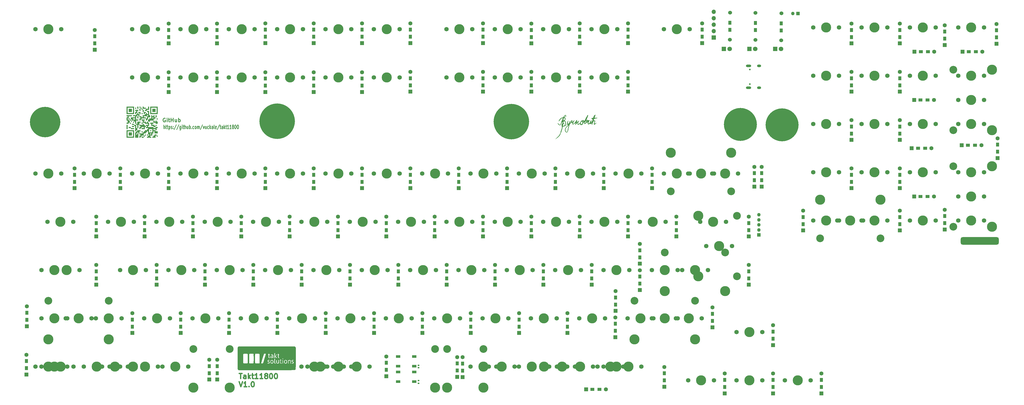
<source format=gts>
G04 #@! TF.GenerationSoftware,KiCad,Pcbnew,9.0.0*
G04 #@! TF.CreationDate,2025-04-22T01:26:24+02:00*
G04 #@! TF.ProjectId,takt11800,74616b74-3131-4383-9030-2e6b69636164,1.0.0*
G04 #@! TF.SameCoordinates,Original*
G04 #@! TF.FileFunction,Soldermask,Top*
G04 #@! TF.FilePolarity,Negative*
%FSLAX46Y46*%
G04 Gerber Fmt 4.6, Leading zero omitted, Abs format (unit mm)*
G04 Created by KiCad (PCBNEW 9.0.0) date 2025-04-22 01:26:24*
%MOMM*%
%LPD*%
G01*
G04 APERTURE LIST*
G04 Aperture macros list*
%AMRoundRect*
0 Rectangle with rounded corners*
0 $1 Rounding radius*
0 $2 $3 $4 $5 $6 $7 $8 $9 X,Y pos of 4 corners*
0 Add a 4 corners polygon primitive as box body*
4,1,4,$2,$3,$4,$5,$6,$7,$8,$9,$2,$3,0*
0 Add four circle primitives for the rounded corners*
1,1,$1+$1,$2,$3*
1,1,$1+$1,$4,$5*
1,1,$1+$1,$6,$7*
1,1,$1+$1,$8,$9*
0 Add four rect primitives between the rounded corners*
20,1,$1+$1,$2,$3,$4,$5,0*
20,1,$1+$1,$4,$5,$6,$7,0*
20,1,$1+$1,$6,$7,$8,$9,0*
20,1,$1+$1,$8,$9,$2,$3,0*%
G04 Aperture macros list end*
%ADD10C,0.000000*%
%ADD11C,0.500000*%
%ADD12C,0.250000*%
%ADD13C,0.300000*%
%ADD14C,1.750000*%
%ADD15C,3.987800*%
%ADD16R,1.200000X1.600000*%
%ADD17R,1.600000X1.600000*%
%ADD18C,1.600000*%
%ADD19C,3.048000*%
%ADD20R,1.600000X1.200000*%
%ADD21R,1.800000X1.800000*%
%ADD22C,1.800000*%
%ADD23C,1.524000*%
%ADD24R,1.700000X1.000000*%
%ADD25R,1.700000X1.700000*%
%ADD26O,1.700000X1.700000*%
%ADD27RoundRect,0.135000X-0.185000X0.135000X-0.185000X-0.135000X0.185000X-0.135000X0.185000X0.135000X0*%
%ADD28RoundRect,0.140000X-0.170000X0.140000X-0.170000X-0.140000X0.170000X-0.140000X0.170000X0.140000X0*%
%ADD29RoundRect,0.750000X6.750000X0.750000X-6.750000X0.750000X-6.750000X-0.750000X6.750000X-0.750000X0*%
%ADD30O,12.000000X12.000000*%
%ADD31C,13.000000*%
%ADD32C,14.000000*%
%ADD33C,0.650000*%
%ADD34O,1.600000X1.000000*%
%ADD35O,2.100000X1.000000*%
%ADD36R,1.350000X1.350000*%
%ADD37O,1.350000X1.350000*%
G04 APERTURE END LIST*
D10*
G36*
X63387034Y-110892597D02*
G01*
X63387034Y-111104263D01*
X63175367Y-111104263D01*
X62963701Y-111104263D01*
X62963701Y-110892597D01*
X62963701Y-110680930D01*
X63175367Y-110680930D01*
X63387034Y-110680930D01*
X63387034Y-110892597D01*
G37*
G36*
X65927034Y-116819263D02*
G01*
X65927034Y-117030930D01*
X65715367Y-117030930D01*
X65503700Y-117030930D01*
X65503700Y-116819263D01*
X65503700Y-116607597D01*
X65715367Y-116607597D01*
X65927034Y-116607597D01*
X65927034Y-116819263D01*
G37*
G36*
X62540367Y-118935930D02*
G01*
X62540367Y-119147596D01*
X61905367Y-119147596D01*
X61270367Y-119147596D01*
X61270367Y-118935930D01*
X61270367Y-118724263D01*
X61905367Y-118724263D01*
X62540367Y-118724263D01*
X62540367Y-118935930D01*
G37*
G36*
X69313700Y-119782597D02*
G01*
X69313700Y-119994263D01*
X69102034Y-119994263D01*
X68890367Y-119994263D01*
X68890367Y-119782597D01*
X68890367Y-119570930D01*
X69102034Y-119570930D01*
X69313700Y-119570930D01*
X69313700Y-119782597D01*
G37*
G36*
X61270367Y-118512597D02*
G01*
X61270367Y-118724263D01*
X60847034Y-118724263D01*
X60423700Y-118724263D01*
X60423700Y-118512597D01*
X60423700Y-118300930D01*
X60847034Y-118300930D01*
X61270367Y-118300930D01*
X61270367Y-118512597D01*
G37*
G36*
X60000367Y-118300930D02*
G01*
X60000367Y-119147596D01*
X59788700Y-119147596D01*
X59577034Y-119147596D01*
X59577034Y-118300930D01*
X59577034Y-117454263D01*
X59788700Y-117454263D01*
X60000367Y-117454263D01*
X60000367Y-118300930D01*
G37*
G36*
X122273356Y-210472149D02*
G01*
X122290136Y-210473079D01*
X122306787Y-210474760D01*
X122323285Y-210477183D01*
X122339602Y-210480340D01*
X122355713Y-210484222D01*
X122371592Y-210488820D01*
X122387211Y-210494126D01*
X122402546Y-210500131D01*
X122417570Y-210506825D01*
X122432257Y-210514201D01*
X122446580Y-210522250D01*
X122460514Y-210530963D01*
X122474032Y-210540330D01*
X122487108Y-210550345D01*
X122499716Y-210560997D01*
X122511830Y-210572278D01*
X122523424Y-210584179D01*
X122534471Y-210596692D01*
X122544946Y-210609807D01*
X122554822Y-210623517D01*
X122564073Y-210637813D01*
X122579178Y-210666829D01*
X122592344Y-210701021D01*
X122603566Y-210739688D01*
X122612839Y-210782127D01*
X122620158Y-210827635D01*
X122625520Y-210875510D01*
X122628919Y-210925051D01*
X122630350Y-210975554D01*
X122629810Y-211026317D01*
X122627293Y-211076639D01*
X122622795Y-211125817D01*
X122616311Y-211173148D01*
X122607836Y-211217930D01*
X122597367Y-211259462D01*
X122584897Y-211297040D01*
X122570423Y-211329963D01*
X122563282Y-211343691D01*
X122555563Y-211356894D01*
X122547282Y-211369565D01*
X122538456Y-211381699D01*
X122529102Y-211393292D01*
X122519238Y-211404337D01*
X122508879Y-211414831D01*
X122498043Y-211424766D01*
X122486746Y-211434139D01*
X122475006Y-211442944D01*
X122450263Y-211458830D01*
X122423948Y-211472380D01*
X122396195Y-211483554D01*
X122367140Y-211492309D01*
X122336918Y-211498604D01*
X122305663Y-211502397D01*
X122273511Y-211503645D01*
X122240596Y-211502308D01*
X122207053Y-211498343D01*
X122173017Y-211491708D01*
X122138623Y-211482362D01*
X122107136Y-211470768D01*
X122078118Y-211457322D01*
X122051510Y-211441886D01*
X122027250Y-211424320D01*
X122005278Y-211404484D01*
X121985534Y-211382239D01*
X121967958Y-211357445D01*
X121952488Y-211329963D01*
X121939065Y-211299653D01*
X121927628Y-211266376D01*
X121918116Y-211229992D01*
X121910469Y-211190362D01*
X121904626Y-211147346D01*
X121900528Y-211100805D01*
X121898114Y-211050599D01*
X121897322Y-210996588D01*
X121898101Y-210949973D01*
X121900429Y-210905400D01*
X121904292Y-210862901D01*
X121909675Y-210822509D01*
X121912933Y-210803113D01*
X121916565Y-210784256D01*
X121920571Y-210765942D01*
X121924949Y-210748175D01*
X121929696Y-210730960D01*
X121934811Y-210714299D01*
X121940292Y-210698198D01*
X121946138Y-210682660D01*
X121952347Y-210667689D01*
X121958917Y-210653290D01*
X121965845Y-210639467D01*
X121973132Y-210626223D01*
X121980774Y-210613563D01*
X121988771Y-210601490D01*
X121997119Y-210590010D01*
X122005818Y-210579125D01*
X122014866Y-210568840D01*
X122024261Y-210559159D01*
X122034002Y-210550087D01*
X122044086Y-210541626D01*
X122054511Y-210533782D01*
X122065277Y-210526558D01*
X122076382Y-210519959D01*
X122087822Y-210513988D01*
X122104282Y-210506080D01*
X122120902Y-210499019D01*
X122137655Y-210492796D01*
X122154516Y-210487403D01*
X122171458Y-210482831D01*
X122188456Y-210479071D01*
X122205482Y-210476115D01*
X122222512Y-210473953D01*
X122239518Y-210472577D01*
X122256475Y-210471979D01*
X122273356Y-210472149D01*
G37*
G36*
X71430368Y-121475930D02*
G01*
X71430368Y-121687596D01*
X71218700Y-121687596D01*
X71007033Y-121687596D01*
X71007033Y-122110931D01*
X71007033Y-122534264D01*
X70372034Y-122534264D01*
X69737033Y-122534264D01*
X69737033Y-122322597D01*
X69737033Y-122110931D01*
X69948700Y-122110931D01*
X70160367Y-122110931D01*
X70160367Y-121899263D01*
X70160367Y-121687596D01*
X70372034Y-121687596D01*
X70583700Y-121687596D01*
X70583700Y-121475930D01*
X70583700Y-121264263D01*
X71007033Y-121264263D01*
X71430368Y-121264263D01*
X71430368Y-121475930D01*
G37*
G36*
X65927034Y-120205930D02*
G01*
X65927034Y-120417596D01*
X65715367Y-120417596D01*
X65503700Y-120417596D01*
X65503700Y-120205930D01*
X65503700Y-119994263D01*
X65715367Y-119994263D01*
X65927034Y-119994263D01*
X65927034Y-120205930D01*
G37*
G36*
X71853701Y-121899263D02*
G01*
X71853701Y-122110931D01*
X71642034Y-122110931D01*
X71430368Y-122110931D01*
X71430368Y-121899263D01*
X71430368Y-121687596D01*
X71642034Y-121687596D01*
X71853701Y-121687596D01*
X71853701Y-121899263D01*
G37*
G36*
X68467033Y-112797597D02*
G01*
X68467033Y-113644264D01*
X68678701Y-113644264D01*
X68890367Y-113644264D01*
X68890367Y-114067597D01*
X68890367Y-114490930D01*
X68467033Y-114490930D01*
X68043700Y-114490930D01*
X68043700Y-114914264D01*
X68043700Y-115337597D01*
X68255367Y-115337597D01*
X68467033Y-115337597D01*
X68467033Y-115125930D01*
X68467033Y-114914264D01*
X68890367Y-114914264D01*
X69313700Y-114914264D01*
X69737033Y-114914264D01*
X69948700Y-114914264D01*
X70160367Y-114914264D01*
X70160367Y-114702597D01*
X70160367Y-114490930D01*
X69948700Y-114490930D01*
X69737033Y-114490930D01*
X69737033Y-114702597D01*
X69737033Y-114914264D01*
X69313700Y-114914264D01*
X69313700Y-114702597D01*
X69313700Y-114279264D01*
X69313700Y-113644264D01*
X69525367Y-113644264D01*
X69737033Y-113644264D01*
X69737033Y-113855930D01*
X69737033Y-114067597D01*
X69948700Y-114067597D01*
X70160367Y-114067597D01*
X70160367Y-113855930D01*
X70160367Y-113644264D01*
X70372034Y-113644264D01*
X70583700Y-113644264D01*
X70583700Y-114067597D01*
X70583700Y-114490930D01*
X70795367Y-114490930D01*
X71007033Y-114490930D01*
X71007033Y-114067597D01*
X71007033Y-113644264D01*
X71218700Y-113644264D01*
X71430368Y-113644264D01*
X71430368Y-114067597D01*
X71430368Y-114490930D01*
X71218700Y-114490930D01*
X71007033Y-114490930D01*
X71007033Y-114702597D01*
X71007033Y-114914264D01*
X70795367Y-114914264D01*
X70583700Y-114914264D01*
X70583700Y-115125930D01*
X70583700Y-115337597D01*
X70372034Y-115337597D01*
X70160367Y-115337597D01*
X70160367Y-115549263D01*
X70160367Y-115760930D01*
X69525367Y-115760930D01*
X68890367Y-115760930D01*
X68890367Y-115972597D01*
X68890367Y-116184263D01*
X68467033Y-116184263D01*
X68043700Y-116184263D01*
X68043700Y-115760930D01*
X68043700Y-115337597D01*
X67832034Y-115337597D01*
X67620367Y-115337597D01*
X67620367Y-115549263D01*
X67620367Y-115760930D01*
X67408701Y-115760930D01*
X67197034Y-115760930D01*
X67197034Y-115337597D01*
X67197034Y-114914264D01*
X67408701Y-114914264D01*
X67620367Y-114914264D01*
X67620367Y-114490930D01*
X67620367Y-114067597D01*
X67832034Y-114067597D01*
X68043700Y-114067597D01*
X68043700Y-113855930D01*
X68043700Y-113644264D01*
X67832034Y-113644264D01*
X67620367Y-113644264D01*
X67620367Y-113855930D01*
X67620367Y-114067597D01*
X66985367Y-114067597D01*
X66350367Y-114067597D01*
X66350367Y-114279264D01*
X66350367Y-114490930D01*
X66773700Y-114490930D01*
X67197034Y-114490930D01*
X67197034Y-114702597D01*
X67197034Y-114914264D01*
X66350367Y-114914264D01*
X65503700Y-114914264D01*
X65503700Y-115125930D01*
X65503700Y-115337597D01*
X65292034Y-115337597D01*
X65080367Y-115337597D01*
X65080367Y-115549263D01*
X65080367Y-115760930D01*
X64868700Y-115760930D01*
X64657034Y-115760930D01*
X64657034Y-115337597D01*
X64657034Y-114914264D01*
X64868700Y-114914264D01*
X65080367Y-114914264D01*
X65080367Y-114702597D01*
X65080367Y-114490930D01*
X64868700Y-114490930D01*
X64657034Y-114490930D01*
X64657034Y-114279264D01*
X64657034Y-114067597D01*
X65080367Y-114067597D01*
X65503700Y-114067597D01*
X65503700Y-114279264D01*
X65503700Y-114490930D01*
X65715367Y-114490930D01*
X65927034Y-114490930D01*
X65927034Y-114067597D01*
X65927034Y-113644264D01*
X66350367Y-113644264D01*
X66773700Y-113644264D01*
X66773700Y-113432596D01*
X66773700Y-113220930D01*
X66562034Y-113220930D01*
X66350367Y-113220930D01*
X66350367Y-112797597D01*
X66350367Y-112374263D01*
X66773700Y-112374263D01*
X67197034Y-112374263D01*
X67197034Y-112585930D01*
X67197034Y-112797597D01*
X66985367Y-112797597D01*
X66773700Y-112797597D01*
X66773700Y-113009263D01*
X66773700Y-113220930D01*
X66985367Y-113220930D01*
X67197034Y-113220930D01*
X67197034Y-113009263D01*
X67197034Y-112797597D01*
X67408701Y-112797597D01*
X67620367Y-112797597D01*
X67620367Y-113009263D01*
X67620367Y-113220930D01*
X67832034Y-113220930D01*
X68043700Y-113220930D01*
X68043700Y-112797597D01*
X68043700Y-112374263D01*
X67832034Y-112374263D01*
X67620367Y-112374263D01*
X67620367Y-112162597D01*
X67620367Y-111950930D01*
X68043700Y-111950930D01*
X68467033Y-111950930D01*
X68467033Y-112797597D01*
G37*
G36*
X61693700Y-111739263D02*
G01*
X61693700Y-112374263D01*
X61058700Y-112374263D01*
X60423700Y-112374263D01*
X60423700Y-111739263D01*
X60423700Y-111104263D01*
X61058700Y-111104263D01*
X61693700Y-111104263D01*
X61693700Y-111739263D01*
G37*
G36*
X232436160Y-113552620D02*
G01*
X232460112Y-113553908D01*
X232483478Y-113556042D01*
X232506246Y-113559009D01*
X232528401Y-113562797D01*
X232549931Y-113567396D01*
X232570821Y-113572793D01*
X232591057Y-113578977D01*
X232610628Y-113585935D01*
X232629518Y-113593658D01*
X232647714Y-113602132D01*
X232665203Y-113611347D01*
X232681971Y-113621290D01*
X232698004Y-113631950D01*
X232713290Y-113643316D01*
X232727814Y-113655375D01*
X232741563Y-113668116D01*
X232754523Y-113681528D01*
X232766681Y-113695599D01*
X232778023Y-113710317D01*
X232788535Y-113725671D01*
X232798205Y-113741649D01*
X232807018Y-113758239D01*
X232814961Y-113775430D01*
X232822020Y-113793209D01*
X232828182Y-113811567D01*
X232833434Y-113830490D01*
X232837761Y-113849968D01*
X232841150Y-113869988D01*
X232843587Y-113890539D01*
X232845059Y-113911609D01*
X232845553Y-113933187D01*
X232844424Y-113958193D01*
X232841112Y-113983538D01*
X232835725Y-114009127D01*
X232828376Y-114034866D01*
X232819174Y-114060658D01*
X232808230Y-114086410D01*
X232795654Y-114112027D01*
X232781557Y-114137412D01*
X232766049Y-114162473D01*
X232749241Y-114187112D01*
X232731243Y-114211236D01*
X232712166Y-114234750D01*
X232692120Y-114257558D01*
X232671215Y-114279566D01*
X232649562Y-114300679D01*
X232627272Y-114320802D01*
X232604455Y-114339839D01*
X232581221Y-114357696D01*
X232557680Y-114374278D01*
X232533944Y-114389490D01*
X232510123Y-114403237D01*
X232486327Y-114415424D01*
X232462667Y-114425956D01*
X232439253Y-114434738D01*
X232416195Y-114441675D01*
X232393604Y-114446672D01*
X232371591Y-114449635D01*
X232350266Y-114450468D01*
X232329739Y-114449076D01*
X232310121Y-114445365D01*
X232291522Y-114439239D01*
X232274054Y-114430604D01*
X232269402Y-114426543D01*
X232265364Y-114422307D01*
X232261935Y-114417904D01*
X232259109Y-114413344D01*
X232256879Y-114408636D01*
X232255241Y-114403791D01*
X232254188Y-114398819D01*
X232253714Y-114393728D01*
X232253814Y-114388528D01*
X232254481Y-114383229D01*
X232255711Y-114377842D01*
X232257496Y-114372375D01*
X232259833Y-114366838D01*
X232262713Y-114361241D01*
X232266133Y-114355594D01*
X232270085Y-114349906D01*
X232274564Y-114344187D01*
X232279565Y-114338447D01*
X232291107Y-114326941D01*
X232304664Y-114315466D01*
X232320190Y-114304100D01*
X232337639Y-114292920D01*
X232356963Y-114282003D01*
X232378117Y-114271427D01*
X232401053Y-114261270D01*
X232425235Y-114249904D01*
X232448161Y-114237688D01*
X232469816Y-114224700D01*
X232490185Y-114211020D01*
X232509251Y-114196728D01*
X232526999Y-114181903D01*
X232543414Y-114166625D01*
X232558480Y-114150972D01*
X232572182Y-114135025D01*
X232584504Y-114118863D01*
X232595431Y-114102565D01*
X232604948Y-114086211D01*
X232613038Y-114069881D01*
X232619686Y-114053653D01*
X232624877Y-114037607D01*
X232628595Y-114021823D01*
X232630825Y-114006380D01*
X232631551Y-113991357D01*
X232630757Y-113976834D01*
X232628429Y-113962891D01*
X232624551Y-113949607D01*
X232619107Y-113937061D01*
X232612082Y-113925332D01*
X232603459Y-113914501D01*
X232593225Y-113904647D01*
X232581363Y-113895849D01*
X232567857Y-113888186D01*
X232552693Y-113881738D01*
X232535854Y-113876585D01*
X232517325Y-113872806D01*
X232497091Y-113870480D01*
X232475137Y-113869687D01*
X232466117Y-113870026D01*
X232456929Y-113871031D01*
X232447589Y-113872687D01*
X232438116Y-113874979D01*
X232428526Y-113877891D01*
X232418838Y-113881408D01*
X232399234Y-113890193D01*
X232379445Y-113901210D01*
X232359609Y-113914336D01*
X232339866Y-113929446D01*
X232320355Y-113946417D01*
X232301217Y-113965123D01*
X232282590Y-113985443D01*
X232264615Y-114007250D01*
X232247430Y-114030422D01*
X232231175Y-114054834D01*
X232215989Y-114080362D01*
X232202013Y-114106882D01*
X232189386Y-114134271D01*
X232171054Y-114176023D01*
X232155838Y-114214286D01*
X232143877Y-114249543D01*
X232139162Y-114266193D01*
X232135312Y-114282272D01*
X232132346Y-114297839D01*
X232130281Y-114312955D01*
X232129135Y-114327679D01*
X232128925Y-114342072D01*
X232129668Y-114356193D01*
X232131382Y-114370104D01*
X232134085Y-114383863D01*
X232137793Y-114397531D01*
X232142524Y-114411168D01*
X232148296Y-114424834D01*
X232155126Y-114438589D01*
X232163032Y-114452494D01*
X232172030Y-114466608D01*
X232182139Y-114480991D01*
X232193376Y-114495704D01*
X232205758Y-114510806D01*
X232234027Y-114542419D01*
X232267087Y-114576311D01*
X232305077Y-114612963D01*
X232348136Y-114652854D01*
X232407802Y-114710158D01*
X232459840Y-114763525D01*
X232504313Y-114813728D01*
X232523732Y-114837886D01*
X232541282Y-114861545D01*
X232556973Y-114884800D01*
X232570810Y-114907748D01*
X232582803Y-114930488D01*
X232592959Y-114953115D01*
X232601285Y-114975727D01*
X232607790Y-114998420D01*
X232612481Y-115021291D01*
X232615366Y-115044438D01*
X232616452Y-115067956D01*
X232615748Y-115091944D01*
X232613261Y-115116497D01*
X232608999Y-115141713D01*
X232602970Y-115167689D01*
X232595181Y-115194521D01*
X232585640Y-115222307D01*
X232574355Y-115251143D01*
X232546584Y-115312354D01*
X232511930Y-115378929D01*
X232470455Y-115451642D01*
X232422220Y-115531271D01*
X232395927Y-115577051D01*
X232383897Y-115598575D01*
X232372611Y-115619203D01*
X232362069Y-115638948D01*
X232352271Y-115657821D01*
X232343217Y-115675833D01*
X232334908Y-115692997D01*
X232327342Y-115709324D01*
X232320521Y-115724825D01*
X232314444Y-115739512D01*
X232309111Y-115753397D01*
X232304522Y-115766491D01*
X232300677Y-115778806D01*
X232297577Y-115790354D01*
X232295220Y-115801146D01*
X232293608Y-115811194D01*
X232292740Y-115820509D01*
X232292616Y-115829103D01*
X232293236Y-115836988D01*
X232293825Y-115840669D01*
X232294600Y-115844176D01*
X232295561Y-115847512D01*
X232296708Y-115850678D01*
X232298042Y-115853675D01*
X232299561Y-115856505D01*
X232301266Y-115859169D01*
X232303158Y-115861669D01*
X232305235Y-115864007D01*
X232307498Y-115866183D01*
X232309948Y-115868199D01*
X232312583Y-115870056D01*
X232315405Y-115871757D01*
X232318412Y-115873302D01*
X232324986Y-115875932D01*
X232332303Y-115877957D01*
X232340364Y-115879389D01*
X232349170Y-115880240D01*
X232358720Y-115880521D01*
X232374711Y-115881807D01*
X232390904Y-115885601D01*
X232407252Y-115891805D01*
X232423708Y-115900323D01*
X232440226Y-115911058D01*
X232456760Y-115923913D01*
X232489689Y-115955596D01*
X232522121Y-115994596D01*
X232553685Y-116040139D01*
X232584008Y-116091448D01*
X232612720Y-116147750D01*
X232639447Y-116208268D01*
X232663818Y-116272228D01*
X232685460Y-116338854D01*
X232704001Y-116407372D01*
X232719070Y-116477006D01*
X232730294Y-116546981D01*
X232737302Y-116616522D01*
X232739720Y-116684854D01*
X232738867Y-116712452D01*
X232736371Y-116743414D01*
X232732325Y-116777383D01*
X232726822Y-116814004D01*
X232711815Y-116893772D01*
X232692095Y-116979864D01*
X232668406Y-117069430D01*
X232641493Y-117159615D01*
X232612100Y-117247569D01*
X232580970Y-117330437D01*
X232542290Y-117423837D01*
X232509656Y-117505641D01*
X232483162Y-117575910D01*
X232462900Y-117634708D01*
X232448962Y-117682095D01*
X232444395Y-117701529D01*
X232441444Y-117718134D01*
X232440120Y-117731918D01*
X232440436Y-117742887D01*
X232442403Y-117751051D01*
X232446032Y-117756416D01*
X232451336Y-117758991D01*
X232458326Y-117758783D01*
X232467014Y-117755800D01*
X232477410Y-117750050D01*
X232489528Y-117741540D01*
X232503378Y-117730279D01*
X232536322Y-117699531D01*
X232576335Y-117657870D01*
X232623510Y-117605356D01*
X232677941Y-117542052D01*
X232739720Y-117468021D01*
X232803809Y-117396898D01*
X232861015Y-117338085D01*
X232911151Y-117291241D01*
X232954032Y-117256023D01*
X232972694Y-117242668D01*
X232989472Y-117232092D01*
X233004343Y-117224252D01*
X233017284Y-117219105D01*
X233028272Y-117216610D01*
X233037283Y-117216723D01*
X233044294Y-117219402D01*
X233049282Y-117224604D01*
X233052224Y-117232286D01*
X233053096Y-117242406D01*
X233051875Y-117254922D01*
X233048538Y-117269790D01*
X233043062Y-117286968D01*
X233035423Y-117306413D01*
X233013564Y-117351935D01*
X232982775Y-117406014D01*
X232942870Y-117468310D01*
X232893664Y-117538481D01*
X232834970Y-117616187D01*
X232809085Y-117647919D01*
X232779201Y-117679543D01*
X232745534Y-117710949D01*
X232708301Y-117742030D01*
X232667719Y-117772676D01*
X232624006Y-117802780D01*
X232577379Y-117832233D01*
X232528053Y-117860927D01*
X232476248Y-117888752D01*
X232422179Y-117915600D01*
X232366063Y-117941364D01*
X232308118Y-117965933D01*
X232248561Y-117989201D01*
X232187609Y-118011057D01*
X232125478Y-118031394D01*
X232062387Y-118050104D01*
X231501470Y-118219437D01*
X231363887Y-118822688D01*
X231320615Y-119006377D01*
X231270724Y-119198809D01*
X231154370Y-119601224D01*
X231021396Y-120012568D01*
X230878376Y-120415479D01*
X230731884Y-120792593D01*
X230659390Y-120966050D01*
X230588492Y-121126546D01*
X230520013Y-121271912D01*
X230454774Y-121399977D01*
X230393597Y-121508570D01*
X230337303Y-121595521D01*
X230267990Y-121686786D01*
X230195049Y-121777959D01*
X230118573Y-121868945D01*
X230038655Y-121959653D01*
X229955389Y-122049989D01*
X229868867Y-122139859D01*
X229779182Y-122229171D01*
X229686428Y-122317832D01*
X229590698Y-122405750D01*
X229492084Y-122492829D01*
X229390679Y-122578979D01*
X229286577Y-122664106D01*
X229179870Y-122748116D01*
X229070652Y-122830918D01*
X228959016Y-122912417D01*
X228845054Y-122992520D01*
X228709475Y-123082251D01*
X228659460Y-123113420D01*
X228621646Y-123134899D01*
X228596296Y-123146271D01*
X228588378Y-123148035D01*
X228583674Y-123147115D01*
X228582219Y-123143460D01*
X228584044Y-123137015D01*
X228597668Y-123115551D01*
X228624811Y-123082305D01*
X228665736Y-123036859D01*
X228789987Y-122907688D01*
X228972529Y-122724692D01*
X229215470Y-122484521D01*
X229389824Y-122313216D01*
X229548659Y-122150918D01*
X229693325Y-121995224D01*
X229825169Y-121843732D01*
X229945542Y-121694039D01*
X230055791Y-121543740D01*
X230157265Y-121390434D01*
X230251314Y-121231718D01*
X230339285Y-121065188D01*
X230422528Y-120888442D01*
X230502392Y-120699076D01*
X230580224Y-120494688D01*
X230657374Y-120272875D01*
X230735191Y-120031233D01*
X230898220Y-119478854D01*
X230982783Y-119183286D01*
X231017306Y-119055787D01*
X231046883Y-118939931D01*
X231071685Y-118834307D01*
X231091883Y-118737504D01*
X231107646Y-118648111D01*
X231119147Y-118564719D01*
X231126555Y-118485915D01*
X231130040Y-118410289D01*
X231129774Y-118336430D01*
X231125927Y-118262928D01*
X231118669Y-118188372D01*
X231108171Y-118111351D01*
X231094603Y-118030454D01*
X231078137Y-117944271D01*
X231058316Y-117846452D01*
X231043466Y-117760068D01*
X231579625Y-117760068D01*
X231580127Y-117777082D01*
X231581411Y-117792600D01*
X231583491Y-117806687D01*
X231586376Y-117819411D01*
X231590079Y-117830836D01*
X231594612Y-117841028D01*
X231599986Y-117850054D01*
X231606212Y-117857980D01*
X231613303Y-117864870D01*
X231621269Y-117870791D01*
X231630123Y-117875810D01*
X231639877Y-117879991D01*
X231650541Y-117883401D01*
X231662127Y-117886106D01*
X231674648Y-117888171D01*
X231688114Y-117889662D01*
X231702538Y-117890646D01*
X231717930Y-117891188D01*
X231734303Y-117891354D01*
X231774093Y-117888454D01*
X231814001Y-117879936D01*
X231853898Y-117866074D01*
X231893653Y-117847140D01*
X231933136Y-117823408D01*
X231972219Y-117795151D01*
X232010771Y-117762642D01*
X232048661Y-117726155D01*
X232121941Y-117642338D01*
X232191019Y-117545887D01*
X232254858Y-117438986D01*
X232312418Y-117323823D01*
X232362660Y-117202582D01*
X232404547Y-117077450D01*
X232437038Y-116950613D01*
X232459096Y-116824256D01*
X232469682Y-116700566D01*
X232470348Y-116640404D01*
X232467757Y-116581728D01*
X232461778Y-116524812D01*
X232452283Y-116469929D01*
X232439140Y-116417352D01*
X232422220Y-116367354D01*
X232408413Y-116332751D01*
X232392875Y-116300378D01*
X232375737Y-116270235D01*
X232357128Y-116242317D01*
X232337178Y-116216625D01*
X232316017Y-116193155D01*
X232293774Y-116171906D01*
X232270581Y-116152876D01*
X232246565Y-116136063D01*
X232221857Y-116121465D01*
X232196588Y-116109079D01*
X232170886Y-116098905D01*
X232144882Y-116090940D01*
X232118706Y-116085183D01*
X232092487Y-116081630D01*
X232066355Y-116080281D01*
X232040441Y-116081133D01*
X232014873Y-116084185D01*
X231989781Y-116089435D01*
X231965297Y-116096880D01*
X231941549Y-116106518D01*
X231918667Y-116118349D01*
X231896781Y-116132369D01*
X231876021Y-116148577D01*
X231856516Y-116166971D01*
X231838398Y-116187548D01*
X231821794Y-116210308D01*
X231806836Y-116235248D01*
X231793653Y-116262367D01*
X231782375Y-116291661D01*
X231773132Y-116323130D01*
X231766053Y-116356771D01*
X231760958Y-116385133D01*
X231757537Y-116414504D01*
X231755728Y-116444649D01*
X231755470Y-116475337D01*
X231756700Y-116506335D01*
X231759356Y-116537411D01*
X231763377Y-116568331D01*
X231768699Y-116598864D01*
X231775262Y-116628777D01*
X231783003Y-116657837D01*
X231791861Y-116685812D01*
X231801772Y-116712470D01*
X231812676Y-116737576D01*
X231824510Y-116760901D01*
X231837212Y-116782209D01*
X231850720Y-116801270D01*
X231868983Y-116826032D01*
X231886067Y-116850657D01*
X231901973Y-116875074D01*
X231916700Y-116899207D01*
X231930250Y-116922984D01*
X231942621Y-116946331D01*
X231953814Y-116969174D01*
X231963829Y-116991439D01*
X231972666Y-117013054D01*
X231980324Y-117033943D01*
X231986805Y-117054035D01*
X231992107Y-117073254D01*
X231996230Y-117091527D01*
X231999176Y-117108781D01*
X232000943Y-117124942D01*
X232001532Y-117139937D01*
X232000943Y-117153691D01*
X231999176Y-117166132D01*
X231996230Y-117177185D01*
X231992107Y-117186777D01*
X231986805Y-117194834D01*
X231980324Y-117201282D01*
X231976642Y-117203880D01*
X231972666Y-117206049D01*
X231968395Y-117207778D01*
X231963829Y-117209060D01*
X231953814Y-117210241D01*
X231942621Y-117209519D01*
X231930250Y-117206821D01*
X231916700Y-117202073D01*
X231901973Y-117195201D01*
X231886067Y-117186131D01*
X231868983Y-117174790D01*
X231850720Y-117161104D01*
X231829739Y-117144877D01*
X231810371Y-117132000D01*
X231801253Y-117126855D01*
X231792491Y-117122594D01*
X231784070Y-117119233D01*
X231775975Y-117116786D01*
X231768190Y-117115269D01*
X231760700Y-117114698D01*
X231753488Y-117115088D01*
X231746540Y-117116455D01*
X231739841Y-117118814D01*
X231733373Y-117122181D01*
X231727123Y-117126571D01*
X231721074Y-117131999D01*
X231715212Y-117138482D01*
X231709519Y-117146035D01*
X231703982Y-117154672D01*
X231698585Y-117164411D01*
X231688146Y-117187252D01*
X231678079Y-117214682D01*
X231668261Y-117246824D01*
X231658567Y-117283804D01*
X231648872Y-117325745D01*
X231639054Y-117372770D01*
X231622450Y-117455334D01*
X231608420Y-117528751D01*
X231597056Y-117593548D01*
X231592403Y-117622879D01*
X231588452Y-117650252D01*
X231585214Y-117675735D01*
X231582700Y-117699391D01*
X231580923Y-117721289D01*
X231579894Y-117741492D01*
X231579625Y-117760068D01*
X231043466Y-117760068D01*
X231042604Y-117755052D01*
X231031140Y-117669543D01*
X231024063Y-117589398D01*
X231022213Y-117551173D01*
X231021512Y-117514090D01*
X231021978Y-117478085D01*
X231023628Y-117443092D01*
X231026480Y-117409044D01*
X231029478Y-117384615D01*
X231266570Y-117384615D01*
X231267138Y-117404492D01*
X231268637Y-117425687D01*
X231268729Y-117436352D01*
X231269001Y-117446515D01*
X231269448Y-117456171D01*
X231270063Y-117465313D01*
X231270841Y-117473935D01*
X231271776Y-117482032D01*
X231272862Y-117489599D01*
X231274094Y-117496628D01*
X231275465Y-117503115D01*
X231276970Y-117509054D01*
X231278602Y-117514438D01*
X231280357Y-117519263D01*
X231282228Y-117523521D01*
X231284210Y-117527208D01*
X231286296Y-117530317D01*
X231288481Y-117532843D01*
X231290759Y-117534780D01*
X231293124Y-117536122D01*
X231295570Y-117536863D01*
X231298092Y-117536998D01*
X231300684Y-117536520D01*
X231303340Y-117535425D01*
X231306054Y-117533705D01*
X231308820Y-117531355D01*
X231311633Y-117528370D01*
X231314487Y-117524743D01*
X231317375Y-117520469D01*
X231320293Y-117515542D01*
X231323233Y-117509956D01*
X231326191Y-117503706D01*
X231329161Y-117496784D01*
X231332137Y-117489187D01*
X231334990Y-117482182D01*
X231337599Y-117475069D01*
X231342100Y-117460579D01*
X231345671Y-117445841D01*
X231348342Y-117430979D01*
X231350146Y-117416117D01*
X231351112Y-117401379D01*
X231351272Y-117386888D01*
X231350658Y-117372770D01*
X231349298Y-117359149D01*
X231347226Y-117346147D01*
X231344472Y-117333889D01*
X231341066Y-117322500D01*
X231337041Y-117312102D01*
X231334805Y-117307314D01*
X231332426Y-117302821D01*
X231329907Y-117298638D01*
X231327253Y-117294780D01*
X231324467Y-117291264D01*
X231321553Y-117288103D01*
X231318578Y-117284443D01*
X231315611Y-117281393D01*
X231312659Y-117278944D01*
X231309730Y-117277086D01*
X231306832Y-117275810D01*
X231303973Y-117275104D01*
X231301161Y-117274961D01*
X231298402Y-117275371D01*
X231295706Y-117276322D01*
X231293080Y-117277807D01*
X231290531Y-117279815D01*
X231288067Y-117282337D01*
X231285696Y-117285362D01*
X231283427Y-117288882D01*
X231279220Y-117297364D01*
X231275510Y-117307707D01*
X231272358Y-117319833D01*
X231269825Y-117333664D01*
X231267975Y-117349123D01*
X231266870Y-117366133D01*
X231266570Y-117384615D01*
X231029478Y-117384615D01*
X231030551Y-117375876D01*
X231035857Y-117343522D01*
X231042418Y-117311916D01*
X231050250Y-117280993D01*
X231059371Y-117250685D01*
X231069797Y-117220928D01*
X231081547Y-117191655D01*
X231094639Y-117162801D01*
X231109088Y-117134299D01*
X231124914Y-117106085D01*
X231142133Y-117078091D01*
X231160763Y-117050252D01*
X231180820Y-117022502D01*
X231202324Y-116994776D01*
X231225291Y-116967007D01*
X231275683Y-116911078D01*
X231332137Y-116854187D01*
X231349407Y-116836092D01*
X231365499Y-116817574D01*
X231380413Y-116798708D01*
X231394148Y-116779566D01*
X231406706Y-116760223D01*
X231418085Y-116740752D01*
X231428286Y-116721227D01*
X231437308Y-116701721D01*
X231445153Y-116682308D01*
X231451819Y-116663062D01*
X231457307Y-116644056D01*
X231461617Y-116625364D01*
X231464749Y-116607059D01*
X231466702Y-116589216D01*
X231467477Y-116571908D01*
X231467074Y-116555208D01*
X231465493Y-116539190D01*
X231462733Y-116523928D01*
X231458796Y-116509495D01*
X231453680Y-116495966D01*
X231447385Y-116483413D01*
X231439913Y-116471910D01*
X231431262Y-116461532D01*
X231421434Y-116452351D01*
X231410427Y-116444441D01*
X231398241Y-116437876D01*
X231384878Y-116432730D01*
X231370336Y-116429076D01*
X231354616Y-116426987D01*
X231337718Y-116426538D01*
X231319642Y-116427803D01*
X231300387Y-116430853D01*
X231283432Y-116437747D01*
X231264461Y-116450284D01*
X231243693Y-116468154D01*
X231221343Y-116491047D01*
X231197628Y-116518652D01*
X231172767Y-116550661D01*
X231146975Y-116586762D01*
X231120470Y-116626646D01*
X231093469Y-116670002D01*
X231066189Y-116716521D01*
X231038847Y-116765893D01*
X231011660Y-116817807D01*
X230984845Y-116871954D01*
X230958619Y-116928022D01*
X230933200Y-116985704D01*
X230908803Y-117044687D01*
X230853424Y-117175801D01*
X230825800Y-117235536D01*
X230798154Y-117291411D01*
X230770438Y-117343441D01*
X230742604Y-117391643D01*
X230714604Y-117436030D01*
X230686388Y-117476619D01*
X230657909Y-117513426D01*
X230629118Y-117546465D01*
X230599966Y-117575753D01*
X230570405Y-117601304D01*
X230540388Y-117623135D01*
X230509864Y-117641260D01*
X230478786Y-117655696D01*
X230447106Y-117666458D01*
X230414774Y-117673561D01*
X230381743Y-117677021D01*
X230347963Y-117676853D01*
X230313388Y-117673072D01*
X230277967Y-117665696D01*
X230241653Y-117654738D01*
X230204397Y-117640214D01*
X230166151Y-117622140D01*
X230126866Y-117600532D01*
X230086495Y-117575404D01*
X230044987Y-117546773D01*
X230002296Y-117514653D01*
X229958372Y-117479061D01*
X229913167Y-117440012D01*
X229818720Y-117351604D01*
X229781542Y-117315802D01*
X229745526Y-117280001D01*
X229710843Y-117244448D01*
X229677664Y-117209390D01*
X229646160Y-117175077D01*
X229616500Y-117141756D01*
X229588856Y-117109675D01*
X229563397Y-117079083D01*
X229540295Y-117050227D01*
X229519720Y-117023355D01*
X229501843Y-116998716D01*
X229486833Y-116976557D01*
X229474862Y-116957126D01*
X229466101Y-116940673D01*
X229462976Y-116933639D01*
X229460719Y-116927443D01*
X229459348Y-116922116D01*
X229458887Y-116917687D01*
X229459563Y-116901654D01*
X229461566Y-116887280D01*
X229464860Y-116874550D01*
X229469408Y-116863447D01*
X229475173Y-116853957D01*
X229482118Y-116846063D01*
X229490206Y-116839751D01*
X229499401Y-116835005D01*
X229509666Y-116831809D01*
X229520963Y-116830147D01*
X229533256Y-116830005D01*
X229546509Y-116831367D01*
X229560684Y-116834217D01*
X229575745Y-116838540D01*
X229591655Y-116844320D01*
X229608376Y-116851541D01*
X229644108Y-116870248D01*
X229682646Y-116894536D01*
X229723695Y-116924281D01*
X229766961Y-116959359D01*
X229812149Y-116999646D01*
X229858966Y-117045018D01*
X229907115Y-117095351D01*
X229956303Y-117150521D01*
X229982679Y-117181992D01*
X230010047Y-117212781D01*
X230038159Y-117242701D01*
X230066767Y-117271568D01*
X230095623Y-117299194D01*
X230124479Y-117325394D01*
X230153087Y-117349981D01*
X230181199Y-117372771D01*
X230208567Y-117393576D01*
X230234943Y-117412210D01*
X230260078Y-117428488D01*
X230283725Y-117442224D01*
X230305636Y-117453231D01*
X230325563Y-117461323D01*
X230334704Y-117464219D01*
X230343257Y-117466315D01*
X230351189Y-117467590D01*
X230358470Y-117468021D01*
X230371011Y-117466006D01*
X230384758Y-117460088D01*
X230399613Y-117450458D01*
X230415479Y-117437304D01*
X230449860Y-117401188D01*
X230487124Y-117353258D01*
X230526496Y-117295034D01*
X230567201Y-117228035D01*
X230608465Y-117153781D01*
X230649512Y-117073792D01*
X230689566Y-116989585D01*
X230727853Y-116902681D01*
X230763598Y-116814598D01*
X230796025Y-116726857D01*
X230824359Y-116640976D01*
X230847825Y-116558474D01*
X230865648Y-116480872D01*
X230877053Y-116409688D01*
X230888815Y-116368946D01*
X230907646Y-116311957D01*
X230932678Y-116241325D01*
X230963043Y-116159656D01*
X230997873Y-116069553D01*
X231036299Y-115973621D01*
X231077454Y-115874464D01*
X231120470Y-115774687D01*
X231180634Y-115643649D01*
X231234179Y-115524098D01*
X231281181Y-115415616D01*
X231299263Y-115372520D01*
X231787220Y-115372520D01*
X231787747Y-115449325D01*
X231789452Y-115517152D01*
X231792522Y-115576206D01*
X231794626Y-115602505D01*
X231797142Y-115626686D01*
X231800091Y-115648774D01*
X231803498Y-115668794D01*
X231807385Y-115686772D01*
X231811776Y-115702733D01*
X231816695Y-115716701D01*
X231822163Y-115728703D01*
X231828206Y-115738763D01*
X231834845Y-115746906D01*
X231842104Y-115753158D01*
X231850007Y-115757543D01*
X231858576Y-115760088D01*
X231867835Y-115760817D01*
X231877807Y-115759755D01*
X231888516Y-115756928D01*
X231899984Y-115752361D01*
X231912236Y-115746079D01*
X231925293Y-115738107D01*
X231939180Y-115728470D01*
X231953919Y-115717194D01*
X231969535Y-115704304D01*
X231986049Y-115689824D01*
X232003486Y-115673781D01*
X232041220Y-115637104D01*
X232090814Y-115587171D01*
X232136346Y-115536790D01*
X232177723Y-115486253D01*
X232214853Y-115435855D01*
X232247641Y-115385892D01*
X232262379Y-115361165D01*
X232275996Y-115336657D01*
X232288482Y-115312405D01*
X232299824Y-115288446D01*
X232310012Y-115264816D01*
X232319032Y-115241552D01*
X232326875Y-115218691D01*
X232333528Y-115196270D01*
X232338979Y-115174326D01*
X232343217Y-115152896D01*
X232346230Y-115132016D01*
X232348007Y-115111723D01*
X232348536Y-115092054D01*
X232347806Y-115073045D01*
X232345804Y-115054735D01*
X232342519Y-115037159D01*
X232337940Y-115020354D01*
X232332055Y-115004357D01*
X232324851Y-114989205D01*
X232316319Y-114974935D01*
X232306446Y-114961583D01*
X232295220Y-114949187D01*
X232267690Y-114922768D01*
X232240680Y-114899061D01*
X232214213Y-114878052D01*
X232188311Y-114859725D01*
X232162999Y-114844065D01*
X232138299Y-114831055D01*
X232114235Y-114820681D01*
X232090829Y-114812927D01*
X232068106Y-114807778D01*
X232046088Y-114805217D01*
X232024798Y-114805230D01*
X232004261Y-114807801D01*
X231984498Y-114812914D01*
X231965535Y-114820555D01*
X231947392Y-114830706D01*
X231930095Y-114843354D01*
X231913666Y-114858482D01*
X231898128Y-114876076D01*
X231883505Y-114896118D01*
X231869819Y-114918595D01*
X231857095Y-114943490D01*
X231845356Y-114970788D01*
X231834624Y-115000474D01*
X231824923Y-115032531D01*
X231816276Y-115066945D01*
X231808707Y-115103700D01*
X231802238Y-115142780D01*
X231796894Y-115184170D01*
X231789669Y-115273819D01*
X231787220Y-115372520D01*
X231299263Y-115372520D01*
X231302253Y-115365395D01*
X231321719Y-115317785D01*
X231339587Y-115272732D01*
X231355869Y-115230186D01*
X231370573Y-115190092D01*
X231383710Y-115152400D01*
X231395288Y-115117056D01*
X231405318Y-115084009D01*
X231413810Y-115053205D01*
X231420772Y-115024594D01*
X231426215Y-114998121D01*
X231430149Y-114973736D01*
X231432582Y-114951386D01*
X231433526Y-114931018D01*
X231432989Y-114912580D01*
X231430981Y-114896020D01*
X231429428Y-114888428D01*
X231427512Y-114881286D01*
X231425232Y-114874587D01*
X231422591Y-114868324D01*
X231419590Y-114862492D01*
X231416229Y-114857084D01*
X231412510Y-114852092D01*
X231408434Y-114847512D01*
X231404003Y-114843335D01*
X231399218Y-114839556D01*
X231394079Y-114836167D01*
X231388588Y-114833164D01*
X231382747Y-114830538D01*
X231376556Y-114828283D01*
X231363130Y-114824862D01*
X231348320Y-114822847D01*
X231332137Y-114822188D01*
X231303568Y-114823598D01*
X231273502Y-114827763D01*
X231242052Y-114834588D01*
X231209333Y-114843974D01*
X231140544Y-114870045D01*
X231068050Y-114905200D01*
X230992765Y-114948666D01*
X230915604Y-114999665D01*
X230837482Y-115057424D01*
X230759314Y-115121167D01*
X230682014Y-115190118D01*
X230606496Y-115263504D01*
X230533676Y-115340548D01*
X230464469Y-115420476D01*
X230399788Y-115502513D01*
X230340549Y-115585882D01*
X230287666Y-115669810D01*
X230242054Y-115753520D01*
X230211285Y-115810328D01*
X230182440Y-115861710D01*
X230168718Y-115885376D01*
X230155454Y-115907697D01*
X230142640Y-115928677D01*
X230130267Y-115948320D01*
X230118328Y-115966629D01*
X230106816Y-115983610D01*
X230095723Y-115999264D01*
X230085040Y-116013598D01*
X230074760Y-116026613D01*
X230064876Y-116038314D01*
X230055379Y-116048706D01*
X230046262Y-116057791D01*
X230037517Y-116065574D01*
X230029136Y-116072059D01*
X230021112Y-116077249D01*
X230013437Y-116081149D01*
X230009728Y-116082616D01*
X230006103Y-116083762D01*
X230002561Y-116084587D01*
X229999102Y-116085092D01*
X229995724Y-116085277D01*
X229992427Y-116085143D01*
X229989209Y-116084690D01*
X229986069Y-116083919D01*
X229983007Y-116082830D01*
X229980022Y-116081424D01*
X229977112Y-116079701D01*
X229974277Y-116077661D01*
X229971515Y-116075306D01*
X229968826Y-116072635D01*
X229966209Y-116069649D01*
X229963662Y-116066349D01*
X229958778Y-116058808D01*
X229954164Y-116050014D01*
X229949814Y-116039973D01*
X229945720Y-116028687D01*
X229934405Y-115989777D01*
X229928122Y-115948581D01*
X229926695Y-115905297D01*
X229929949Y-115860119D01*
X229937705Y-115813243D01*
X229949790Y-115764866D01*
X229966025Y-115715183D01*
X229986234Y-115664389D01*
X230010242Y-115612681D01*
X230037872Y-115560253D01*
X230103292Y-115454025D01*
X230181083Y-115347269D01*
X230269835Y-115241552D01*
X230368136Y-115138439D01*
X230474577Y-115039497D01*
X230587745Y-114946291D01*
X230706232Y-114860386D01*
X230828625Y-114783350D01*
X230953514Y-114716747D01*
X231016453Y-114687847D01*
X231079488Y-114662143D01*
X231142441Y-114639830D01*
X231205137Y-114621104D01*
X231265089Y-114604449D01*
X231322111Y-114586088D01*
X231376498Y-114565805D01*
X231428544Y-114543383D01*
X231478544Y-114518604D01*
X231526792Y-114491251D01*
X231573582Y-114461109D01*
X231619210Y-114427958D01*
X231663969Y-114391583D01*
X231708155Y-114351766D01*
X231752062Y-114308291D01*
X231795984Y-114260940D01*
X231840217Y-114209496D01*
X231885054Y-114153742D01*
X231930790Y-114093462D01*
X231977720Y-114028437D01*
X232011661Y-113979487D01*
X232045850Y-113932009D01*
X232080039Y-113886237D01*
X232113980Y-113842402D01*
X232147425Y-113800738D01*
X232180126Y-113761477D01*
X232211835Y-113724851D01*
X232242303Y-113691094D01*
X232271283Y-113660437D01*
X232298527Y-113633113D01*
X232323787Y-113609354D01*
X232346814Y-113589394D01*
X232367360Y-113573465D01*
X232376626Y-113567085D01*
X232385178Y-113561799D01*
X232392987Y-113557638D01*
X232400020Y-113554629D01*
X232406247Y-113552803D01*
X232411637Y-113552187D01*
X232436160Y-113552620D01*
G37*
G36*
X64233701Y-110680930D02*
G01*
X64233701Y-111104263D01*
X64022034Y-111104263D01*
X63810367Y-111104263D01*
X63810367Y-110680930D01*
X63810367Y-110257597D01*
X64022034Y-110257597D01*
X64233701Y-110257597D01*
X64233701Y-110680930D01*
G37*
G36*
X244312947Y-113440801D02*
G01*
X244319692Y-113443376D01*
X244325978Y-113446708D01*
X244331796Y-113450800D01*
X244337134Y-113455657D01*
X244341982Y-113461284D01*
X244346329Y-113467686D01*
X244353477Y-113482831D01*
X244358493Y-113501128D01*
X244361293Y-113522616D01*
X244361790Y-113547330D01*
X244359900Y-113575307D01*
X244355538Y-113606584D01*
X244348617Y-113641199D01*
X244339053Y-113679187D01*
X244310114Y-113807014D01*
X244274229Y-113971552D01*
X244236361Y-114153949D01*
X244201469Y-114335354D01*
X244137969Y-114748104D01*
X244635387Y-114674021D01*
X244689688Y-114664959D01*
X244741385Y-114657587D01*
X244790353Y-114651859D01*
X244836469Y-114647728D01*
X244879609Y-114645146D01*
X244919648Y-114644069D01*
X244956462Y-114644449D01*
X244973621Y-114645171D01*
X244989928Y-114646239D01*
X245005366Y-114647649D01*
X245019921Y-114649394D01*
X245033576Y-114651469D01*
X245046317Y-114653867D01*
X245058128Y-114656583D01*
X245068993Y-114659611D01*
X245078896Y-114662945D01*
X245087823Y-114666579D01*
X245095758Y-114670508D01*
X245102686Y-114674726D01*
X245108590Y-114679227D01*
X245113455Y-114684005D01*
X245117266Y-114689054D01*
X245120008Y-114694369D01*
X245121664Y-114699943D01*
X245122219Y-114705771D01*
X245120289Y-114726883D01*
X245114220Y-114746678D01*
X245103593Y-114765325D01*
X245087989Y-114782996D01*
X245066990Y-114799861D01*
X245040178Y-114816090D01*
X245007133Y-114831854D01*
X244967438Y-114847323D01*
X244920673Y-114862668D01*
X244866421Y-114878060D01*
X244804262Y-114893669D01*
X244733778Y-114909665D01*
X244566160Y-114943503D01*
X244360219Y-114980937D01*
X244316597Y-114987986D01*
X244273176Y-114997143D01*
X244230158Y-115008284D01*
X244187744Y-115021286D01*
X244146137Y-115036024D01*
X244105538Y-115052375D01*
X244066147Y-115070213D01*
X244028168Y-115089416D01*
X243991800Y-115109860D01*
X243957247Y-115131419D01*
X243924709Y-115153971D01*
X243894387Y-115177390D01*
X243866484Y-115201554D01*
X243841202Y-115226338D01*
X243818740Y-115251618D01*
X243808631Y-115264406D01*
X243799302Y-115277270D01*
X243760506Y-115333649D01*
X243727555Y-115384013D01*
X243700587Y-115428796D01*
X243689392Y-115449230D01*
X243679744Y-115468432D01*
X243671662Y-115486455D01*
X243665164Y-115503355D01*
X243660266Y-115519185D01*
X243656986Y-115533999D01*
X243655342Y-115547852D01*
X243655350Y-115560798D01*
X243657030Y-115572892D01*
X243660397Y-115584187D01*
X243665469Y-115594738D01*
X243672264Y-115604599D01*
X243680799Y-115613825D01*
X243691092Y-115622469D01*
X243703160Y-115630586D01*
X243717021Y-115638230D01*
X243732691Y-115645456D01*
X243750189Y-115652317D01*
X243769532Y-115658869D01*
X243790737Y-115665164D01*
X243838804Y-115677205D01*
X243894529Y-115688873D01*
X243958052Y-115700604D01*
X244023549Y-115715931D01*
X244081187Y-115734421D01*
X244107082Y-115744987D01*
X244131041Y-115756507D01*
X244153075Y-115769035D01*
X244173191Y-115782625D01*
X244191401Y-115797330D01*
X244207714Y-115813207D01*
X244222139Y-115830308D01*
X244234686Y-115848688D01*
X244245366Y-115868401D01*
X244254187Y-115889502D01*
X244261159Y-115912044D01*
X244266292Y-115936083D01*
X244269596Y-115961672D01*
X244271080Y-115988865D01*
X244270754Y-116017718D01*
X244268628Y-116048283D01*
X244259013Y-116114770D01*
X244242314Y-116188760D01*
X244218608Y-116270688D01*
X244187972Y-116360987D01*
X244150483Y-116460092D01*
X244106220Y-116568437D01*
X244071627Y-116654894D01*
X244043298Y-116731755D01*
X244021294Y-116799098D01*
X244012684Y-116829223D01*
X244005678Y-116856998D01*
X244000284Y-116882433D01*
X243996510Y-116905535D01*
X243994365Y-116926317D01*
X243993854Y-116944786D01*
X243994987Y-116960953D01*
X243997771Y-116974828D01*
X244002214Y-116986420D01*
X244008324Y-116995739D01*
X244016108Y-117002795D01*
X244025573Y-117007596D01*
X244036729Y-117010154D01*
X244049582Y-117010477D01*
X244064141Y-117008576D01*
X244080413Y-117004460D01*
X244098405Y-116998138D01*
X244118126Y-116989621D01*
X244139583Y-116978918D01*
X244162785Y-116966038D01*
X244187738Y-116950992D01*
X244214451Y-116933790D01*
X244273186Y-116892952D01*
X244339053Y-116843604D01*
X244368669Y-116820425D01*
X244397882Y-116798563D01*
X244426536Y-116778097D01*
X244454478Y-116759103D01*
X244481551Y-116741659D01*
X244507601Y-116725844D01*
X244532473Y-116711734D01*
X244556011Y-116699406D01*
X244578061Y-116688939D01*
X244598468Y-116680410D01*
X244617077Y-116673896D01*
X244625659Y-116671419D01*
X244633732Y-116669475D01*
X244641279Y-116668074D01*
X244648279Y-116667224D01*
X244654714Y-116666937D01*
X244660563Y-116667222D01*
X244665807Y-116668088D01*
X244670428Y-116669545D01*
X244674405Y-116671602D01*
X244677719Y-116674270D01*
X244683735Y-116683604D01*
X244686032Y-116695608D01*
X244684797Y-116710100D01*
X244680221Y-116726898D01*
X244672489Y-116745820D01*
X244661790Y-116766683D01*
X244632244Y-116813507D01*
X244593086Y-116865912D01*
X244545821Y-116922441D01*
X244491950Y-116981636D01*
X244432980Y-117042041D01*
X244370413Y-117102198D01*
X244305752Y-117160649D01*
X244240503Y-117215937D01*
X244176168Y-117266606D01*
X244114252Y-117311198D01*
X244056258Y-117348255D01*
X244003690Y-117376320D01*
X243979911Y-117386526D01*
X243958052Y-117393937D01*
X243905587Y-117403970D01*
X243881676Y-117406079D01*
X243859309Y-117406236D01*
X243838484Y-117404432D01*
X243819200Y-117400658D01*
X243801455Y-117394902D01*
X243785246Y-117387157D01*
X243770572Y-117377412D01*
X243757432Y-117365657D01*
X243745822Y-117351883D01*
X243735740Y-117336080D01*
X243727186Y-117318239D01*
X243720158Y-117298349D01*
X243714652Y-117276401D01*
X243710667Y-117252385D01*
X243707254Y-117198112D01*
X243709903Y-117135452D01*
X243718597Y-117064327D01*
X243733323Y-116984660D01*
X243754063Y-116896373D01*
X243780803Y-116799390D01*
X243813527Y-116693631D01*
X243852219Y-116579021D01*
X243871430Y-116518053D01*
X243889323Y-116458387D01*
X243905820Y-116400334D01*
X243920845Y-116344203D01*
X243934320Y-116290304D01*
X243946167Y-116238948D01*
X243956308Y-116190445D01*
X243964667Y-116145104D01*
X243971165Y-116103236D01*
X243975726Y-116065150D01*
X243978271Y-116031157D01*
X243978723Y-116001567D01*
X243977005Y-115976690D01*
X243975307Y-115966116D01*
X243973038Y-115956836D01*
X243970188Y-115948890D01*
X243966747Y-115942315D01*
X243962705Y-115937151D01*
X243958052Y-115933437D01*
X243940760Y-115925115D01*
X243922654Y-115919942D01*
X243903788Y-115917842D01*
X243884217Y-115918740D01*
X243863995Y-115922561D01*
X243843176Y-115929228D01*
X243821814Y-115938667D01*
X243799964Y-115950800D01*
X243755016Y-115982853D01*
X243708765Y-116024780D01*
X243661647Y-116075979D01*
X243614094Y-116135843D01*
X243566541Y-116203770D01*
X243519423Y-116279152D01*
X243473172Y-116361388D01*
X243428224Y-116449871D01*
X243385013Y-116543997D01*
X243343971Y-116643161D01*
X243305534Y-116746759D01*
X243270136Y-116854187D01*
X243228537Y-116988980D01*
X243187371Y-117107526D01*
X243147074Y-117209700D01*
X243108079Y-117295380D01*
X243089205Y-117331995D01*
X243070820Y-117364440D01*
X243052978Y-117392700D01*
X243035732Y-117416758D01*
X243019137Y-117436599D01*
X243003248Y-117452208D01*
X242988119Y-117463569D01*
X242973803Y-117470666D01*
X242960355Y-117473485D01*
X242947830Y-117472010D01*
X242936282Y-117466225D01*
X242925764Y-117456114D01*
X242916332Y-117441663D01*
X242908039Y-117422855D01*
X242900940Y-117399676D01*
X242895089Y-117372109D01*
X242890540Y-117340140D01*
X242887348Y-117303752D01*
X242885567Y-117262930D01*
X242885250Y-117217659D01*
X242886453Y-117167923D01*
X242889229Y-117113706D01*
X242899720Y-116991771D01*
X242906272Y-116922297D01*
X242908067Y-116894963D01*
X242908483Y-116872543D01*
X242908082Y-116863171D01*
X242907225Y-116855022D01*
X242905876Y-116848094D01*
X242903998Y-116842385D01*
X242901554Y-116837892D01*
X242898507Y-116834615D01*
X242894821Y-116832551D01*
X242890459Y-116831698D01*
X242885383Y-116832054D01*
X242879557Y-116833618D01*
X242872945Y-116836387D01*
X242865509Y-116840359D01*
X242857213Y-116845533D01*
X242848019Y-116851906D01*
X242826793Y-116868243D01*
X242801537Y-116889356D01*
X242771955Y-116915228D01*
X242698637Y-116981187D01*
X242672597Y-117004010D01*
X242646092Y-117024864D01*
X242619153Y-117043765D01*
X242591811Y-117060728D01*
X242564097Y-117075768D01*
X242536041Y-117088902D01*
X242507676Y-117100144D01*
X242479032Y-117109510D01*
X242450140Y-117117016D01*
X242421030Y-117122677D01*
X242391735Y-117126509D01*
X242362285Y-117128527D01*
X242332710Y-117128747D01*
X242303043Y-117127183D01*
X242273314Y-117123853D01*
X242243553Y-117118770D01*
X242215661Y-117111820D01*
X242187598Y-117106823D01*
X242159442Y-117103748D01*
X242131270Y-117102565D01*
X242103161Y-117103242D01*
X242075191Y-117105748D01*
X242047438Y-117110053D01*
X242019980Y-117116125D01*
X241992894Y-117123933D01*
X241966257Y-117133446D01*
X241940147Y-117144634D01*
X241914643Y-117157466D01*
X241889820Y-117171909D01*
X241865756Y-117187934D01*
X241842530Y-117205509D01*
X241820219Y-117224604D01*
X241795483Y-117245105D01*
X241770912Y-117262979D01*
X241746546Y-117278263D01*
X241722427Y-117290998D01*
X241698594Y-117301221D01*
X241675088Y-117308971D01*
X241651951Y-117314287D01*
X241629223Y-117317208D01*
X241606944Y-117317773D01*
X241585156Y-117316020D01*
X241563899Y-117311987D01*
X241543213Y-117305715D01*
X241523140Y-117297242D01*
X241503719Y-117286605D01*
X241484993Y-117273845D01*
X241467000Y-117259000D01*
X241449784Y-117242108D01*
X241433382Y-117223209D01*
X241417838Y-117202340D01*
X241403190Y-117179542D01*
X241389481Y-117154852D01*
X241376750Y-117128310D01*
X241365039Y-117099954D01*
X241354387Y-117069823D01*
X241344836Y-117037955D01*
X241336427Y-117004390D01*
X241329200Y-116969166D01*
X241323195Y-116932322D01*
X241318454Y-116893897D01*
X241315017Y-116853929D01*
X241312925Y-116812457D01*
X241312219Y-116769521D01*
X241311728Y-116732342D01*
X241310276Y-116696326D01*
X241307894Y-116661644D01*
X241304612Y-116628465D01*
X241300463Y-116596960D01*
X241295476Y-116567301D01*
X241289683Y-116539656D01*
X241286494Y-116526643D01*
X241283115Y-116514198D01*
X241279550Y-116502342D01*
X241275803Y-116491096D01*
X241271877Y-116480482D01*
X241267777Y-116470521D01*
X241263507Y-116461234D01*
X241259070Y-116452644D01*
X241254470Y-116444770D01*
X241249711Y-116437634D01*
X241244798Y-116431258D01*
X241239733Y-116425663D01*
X241234520Y-116420871D01*
X241229165Y-116416902D01*
X241223669Y-116413777D01*
X241218039Y-116411520D01*
X241212276Y-116410149D01*
X241206385Y-116409688D01*
X241194399Y-116411638D01*
X241178460Y-116417356D01*
X241158830Y-116426640D01*
X241135775Y-116439288D01*
X241109557Y-116455098D01*
X241080440Y-116473870D01*
X241014563Y-116519490D01*
X240940253Y-116574535D01*
X240859617Y-116637395D01*
X240774764Y-116706455D01*
X240687803Y-116780104D01*
X240586584Y-116869274D01*
X240538923Y-116909297D01*
X240493210Y-116946275D01*
X240449436Y-116980206D01*
X240407587Y-117011090D01*
X240367654Y-117038923D01*
X240329623Y-117063704D01*
X240293484Y-117085431D01*
X240259224Y-117104102D01*
X240226833Y-117119715D01*
X240196298Y-117132268D01*
X240167608Y-117141760D01*
X240140751Y-117148187D01*
X240115715Y-117151549D01*
X240092490Y-117151843D01*
X240071063Y-117149068D01*
X240051423Y-117143221D01*
X240033558Y-117134301D01*
X240017456Y-117122305D01*
X240003106Y-117107232D01*
X239990496Y-117089080D01*
X239979615Y-117067846D01*
X239970451Y-117043529D01*
X239962992Y-117016128D01*
X239957227Y-116985639D01*
X239953144Y-116952061D01*
X239950731Y-116915393D01*
X239949977Y-116875631D01*
X239950871Y-116832775D01*
X239953399Y-116786822D01*
X239956975Y-116744586D01*
X240197366Y-116744586D01*
X240198429Y-116762821D01*
X240200954Y-116778634D01*
X240204938Y-116792010D01*
X240210379Y-116802938D01*
X240217275Y-116811402D01*
X240221269Y-116814706D01*
X240225625Y-116817390D01*
X240230345Y-116819450D01*
X240235427Y-116820887D01*
X240246678Y-116821881D01*
X240259376Y-116820357D01*
X240273520Y-116816303D01*
X240289108Y-116809704D01*
X240306138Y-116800548D01*
X240324607Y-116788819D01*
X240344515Y-116774506D01*
X240365858Y-116757594D01*
X240388635Y-116738069D01*
X240412845Y-116715919D01*
X240438484Y-116691130D01*
X240465552Y-116663688D01*
X240493837Y-116634377D01*
X240519192Y-116605810D01*
X240541664Y-116577739D01*
X240561298Y-116549917D01*
X240578142Y-116522094D01*
X240592242Y-116494023D01*
X240603645Y-116465456D01*
X240612396Y-116436145D01*
X240618543Y-116405842D01*
X240622132Y-116374299D01*
X240623209Y-116341268D01*
X240621822Y-116306500D01*
X240618016Y-116269747D01*
X240611838Y-116230763D01*
X240603334Y-116189298D01*
X240592552Y-116145104D01*
X240581902Y-116106499D01*
X240813791Y-116106499D01*
X240813893Y-116119493D01*
X240815142Y-116131626D01*
X240817500Y-116142843D01*
X240820928Y-116153087D01*
X240825386Y-116162302D01*
X240830836Y-116170431D01*
X240837240Y-116177420D01*
X240844559Y-116183210D01*
X240852754Y-116187747D01*
X240861786Y-116190974D01*
X240871616Y-116192835D01*
X240882206Y-116193273D01*
X240893516Y-116192233D01*
X240905509Y-116189657D01*
X240918145Y-116185491D01*
X240931386Y-116179678D01*
X240945193Y-116172161D01*
X240959527Y-116162885D01*
X240974349Y-116151793D01*
X240989621Y-116138829D01*
X241005303Y-116123937D01*
X241016832Y-116111436D01*
X241027586Y-116097850D01*
X241037533Y-116083335D01*
X241046644Y-116068044D01*
X241054886Y-116052132D01*
X241062229Y-116035756D01*
X241068642Y-116019070D01*
X241074094Y-116002229D01*
X241078554Y-115985387D01*
X241081990Y-115968701D01*
X241084373Y-115952325D01*
X241085670Y-115936414D01*
X241085850Y-115921123D01*
X241084884Y-115906607D01*
X241082740Y-115893021D01*
X241081216Y-115886626D01*
X241079386Y-115880521D01*
X241077278Y-115872863D01*
X241074924Y-115865765D01*
X241072325Y-115859228D01*
X241069485Y-115853256D01*
X241066404Y-115847850D01*
X241063085Y-115843011D01*
X241059529Y-115838742D01*
X241055739Y-115835045D01*
X241051716Y-115831922D01*
X241047463Y-115829374D01*
X241042981Y-115827403D01*
X241038272Y-115826012D01*
X241033339Y-115825202D01*
X241028182Y-115824976D01*
X241022805Y-115825335D01*
X241017209Y-115826281D01*
X241011396Y-115827816D01*
X241005367Y-115829942D01*
X240999126Y-115832661D01*
X240992673Y-115835975D01*
X240986011Y-115839886D01*
X240979141Y-115844396D01*
X240972067Y-115849507D01*
X240964788Y-115855220D01*
X240957309Y-115861538D01*
X240949629Y-115868462D01*
X240933679Y-115884138D01*
X240916954Y-115902264D01*
X240899470Y-115922854D01*
X240884394Y-115941603D01*
X240870893Y-115960110D01*
X240858926Y-115978319D01*
X240848455Y-115996172D01*
X240839441Y-116013615D01*
X240831846Y-116030591D01*
X240825630Y-116047044D01*
X240820756Y-116062918D01*
X240817184Y-116078155D01*
X240814875Y-116092701D01*
X240813791Y-116106499D01*
X240581902Y-116106499D01*
X240507887Y-115838187D01*
X240317387Y-116293271D01*
X240282657Y-116388007D01*
X240253866Y-116473704D01*
X240241692Y-116513130D01*
X240230996Y-116550255D01*
X240221777Y-116585067D01*
X240214033Y-116617551D01*
X240207762Y-116647694D01*
X240202961Y-116675483D01*
X240199630Y-116700903D01*
X240197765Y-116723942D01*
X240197366Y-116744586D01*
X239956975Y-116744586D01*
X239957552Y-116737770D01*
X239962919Y-116647104D01*
X239963278Y-116569553D01*
X239961643Y-116535686D01*
X239958831Y-116505087D01*
X239954869Y-116477751D01*
X239949780Y-116453674D01*
X239943591Y-116432853D01*
X239936326Y-116415284D01*
X239928011Y-116400962D01*
X239918671Y-116389885D01*
X239908331Y-116382047D01*
X239897016Y-116377446D01*
X239884752Y-116376077D01*
X239871563Y-116377937D01*
X239857475Y-116383021D01*
X239842513Y-116391326D01*
X239826702Y-116402848D01*
X239810068Y-116417583D01*
X239792635Y-116435527D01*
X239774429Y-116456677D01*
X239755476Y-116481027D01*
X239735799Y-116508575D01*
X239694378Y-116573248D01*
X239650367Y-116650665D01*
X239603970Y-116740794D01*
X239555386Y-116843604D01*
X239523690Y-116910661D01*
X239490207Y-116974875D01*
X239455072Y-117036194D01*
X239418423Y-117094565D01*
X239380394Y-117149937D01*
X239341120Y-117202256D01*
X239300738Y-117251471D01*
X239259383Y-117297530D01*
X239217192Y-117340379D01*
X239174298Y-117379966D01*
X239130839Y-117416240D01*
X239086949Y-117449148D01*
X239042765Y-117478638D01*
X238998423Y-117504656D01*
X238954056Y-117527152D01*
X238909803Y-117546072D01*
X238865797Y-117561365D01*
X238822175Y-117572978D01*
X238779072Y-117580858D01*
X238736625Y-117584954D01*
X238694968Y-117585212D01*
X238654237Y-117581582D01*
X238614568Y-117574010D01*
X238576097Y-117562443D01*
X238538959Y-117546831D01*
X238503290Y-117527120D01*
X238469226Y-117503258D01*
X238436902Y-117475193D01*
X238406454Y-117442872D01*
X238378017Y-117406244D01*
X238351727Y-117365255D01*
X238327720Y-117319854D01*
X238211303Y-117055271D01*
X237914970Y-117277521D01*
X237874912Y-117305985D01*
X237836106Y-117331851D01*
X237798564Y-117355123D01*
X237762297Y-117375809D01*
X237727316Y-117393914D01*
X237693634Y-117409443D01*
X237661262Y-117422402D01*
X237630212Y-117432798D01*
X237600495Y-117440636D01*
X237572122Y-117445921D01*
X237545107Y-117448660D01*
X237519459Y-117448859D01*
X237495191Y-117446523D01*
X237472315Y-117441658D01*
X237450841Y-117434270D01*
X237430782Y-117424364D01*
X237412150Y-117411947D01*
X237394955Y-117397025D01*
X237379210Y-117379603D01*
X237364926Y-117359686D01*
X237352114Y-117337282D01*
X237340788Y-117312394D01*
X237330957Y-117285031D01*
X237322634Y-117255196D01*
X237315830Y-117222897D01*
X237310557Y-117188139D01*
X237306826Y-117150927D01*
X237304650Y-117111267D01*
X237304040Y-117069166D01*
X237305007Y-117024629D01*
X237307563Y-116977662D01*
X237311719Y-116928271D01*
X237354052Y-116494353D01*
X237152970Y-116748354D01*
X237029316Y-116900784D01*
X236916313Y-117036625D01*
X236813944Y-117155910D01*
X236722195Y-117258669D01*
X236641051Y-117344932D01*
X236570494Y-117414731D01*
X236539182Y-117443467D01*
X236510511Y-117468098D01*
X236484479Y-117488628D01*
X236461085Y-117505062D01*
X236440326Y-117517403D01*
X236422201Y-117525655D01*
X236406707Y-117529822D01*
X236393843Y-117529908D01*
X236388397Y-117528422D01*
X236383607Y-117525917D01*
X236379474Y-117522393D01*
X236375997Y-117517852D01*
X236371010Y-117505718D01*
X236368646Y-117489518D01*
X236368901Y-117469256D01*
X236371775Y-117444937D01*
X236377264Y-117416563D01*
X236385368Y-117384139D01*
X236396084Y-117347669D01*
X236409411Y-117307157D01*
X236443886Y-117214021D01*
X236474841Y-117128171D01*
X236500028Y-117053080D01*
X236519138Y-116988593D01*
X236531861Y-116934554D01*
X236535730Y-116911405D01*
X236537886Y-116890810D01*
X236538290Y-116872750D01*
X236536904Y-116857205D01*
X236533689Y-116844156D01*
X236528605Y-116833584D01*
X236521614Y-116825469D01*
X236512678Y-116819791D01*
X236501758Y-116816532D01*
X236488814Y-116815673D01*
X236473808Y-116817193D01*
X236456702Y-116821073D01*
X236437457Y-116827294D01*
X236416033Y-116835837D01*
X236366496Y-116859809D01*
X236307781Y-116892836D01*
X236239578Y-116934761D01*
X236161578Y-116985430D01*
X236073470Y-117044687D01*
X236017936Y-117082081D01*
X235964435Y-117116871D01*
X235912953Y-117149062D01*
X235863477Y-117178653D01*
X235815994Y-117205648D01*
X235770488Y-117230048D01*
X235726948Y-117251855D01*
X235685359Y-117271071D01*
X235645708Y-117287699D01*
X235607981Y-117301739D01*
X235572165Y-117313194D01*
X235538247Y-117322066D01*
X235506211Y-117328356D01*
X235476046Y-117332068D01*
X235447738Y-117333202D01*
X235421272Y-117331760D01*
X235396635Y-117327745D01*
X235373815Y-117321159D01*
X235352796Y-117312003D01*
X235333567Y-117300279D01*
X235316112Y-117285989D01*
X235300419Y-117269136D01*
X235286473Y-117249721D01*
X235274263Y-117227746D01*
X235263773Y-117203213D01*
X235254990Y-117176124D01*
X235247901Y-117146480D01*
X235242492Y-117114285D01*
X235238750Y-117079539D01*
X235236660Y-117042245D01*
X235236210Y-117002405D01*
X235237386Y-116960020D01*
X235240588Y-116909127D01*
X235242161Y-116863427D01*
X235241967Y-116822657D01*
X235241164Y-116804038D01*
X235239867Y-116786553D01*
X235238058Y-116770169D01*
X235235720Y-116754852D01*
X235232835Y-116740570D01*
X235229387Y-116727291D01*
X235225357Y-116714980D01*
X235220729Y-116703605D01*
X235215484Y-116693133D01*
X235209605Y-116683531D01*
X235203076Y-116674766D01*
X235195877Y-116666806D01*
X235187993Y-116659617D01*
X235179405Y-116653166D01*
X235170097Y-116647421D01*
X235160050Y-116642348D01*
X235149247Y-116637914D01*
X235137672Y-116634087D01*
X235125305Y-116630834D01*
X235112130Y-116628121D01*
X235098130Y-116625916D01*
X235083287Y-116624186D01*
X235051002Y-116622018D01*
X235015136Y-116621354D01*
X234973229Y-116623938D01*
X234930904Y-116631604D01*
X234888237Y-116644228D01*
X234845307Y-116661682D01*
X234758966Y-116710581D01*
X234672501Y-116777293D01*
X234586532Y-116860810D01*
X234501680Y-116960124D01*
X234418563Y-117074228D01*
X234337803Y-117202114D01*
X234260020Y-117342775D01*
X234185833Y-117495202D01*
X234115863Y-117658389D01*
X234050730Y-117831327D01*
X233991054Y-118013008D01*
X233937456Y-118202425D01*
X233890554Y-118398571D01*
X233850970Y-118600437D01*
X233787532Y-118929303D01*
X233723970Y-119225660D01*
X233692026Y-119361797D01*
X233659912Y-119489987D01*
X233627580Y-119610290D01*
X233594986Y-119722766D01*
X233562081Y-119827475D01*
X233528819Y-119924477D01*
X233495154Y-120013833D01*
X233461040Y-120095601D01*
X233426430Y-120169843D01*
X233391277Y-120236618D01*
X233355535Y-120295987D01*
X233319157Y-120348010D01*
X233282098Y-120392746D01*
X233244309Y-120430255D01*
X233205746Y-120460599D01*
X233166361Y-120483836D01*
X233126107Y-120500027D01*
X233084939Y-120509232D01*
X233042810Y-120511512D01*
X232999673Y-120506925D01*
X232955482Y-120495533D01*
X232910190Y-120477394D01*
X232863751Y-120452571D01*
X232816118Y-120421121D01*
X232767245Y-120383107D01*
X232717086Y-120338587D01*
X232665593Y-120287621D01*
X232612720Y-120230270D01*
X232563421Y-120172133D01*
X232518715Y-120112807D01*
X232478606Y-120052284D01*
X232443097Y-119990554D01*
X232412193Y-119927606D01*
X232385896Y-119863432D01*
X232364212Y-119798022D01*
X232347144Y-119731366D01*
X232334696Y-119663453D01*
X232326872Y-119594276D01*
X232323675Y-119523823D01*
X232325109Y-119452086D01*
X232327283Y-119425937D01*
X232580970Y-119425937D01*
X232581471Y-119524494D01*
X232588949Y-119621067D01*
X232603434Y-119714663D01*
X232624957Y-119804291D01*
X232638368Y-119847306D01*
X232653550Y-119888957D01*
X232670507Y-119929120D01*
X232689242Y-119967671D01*
X232709761Y-120004485D01*
X232732067Y-120039439D01*
X232756163Y-120072409D01*
X232782053Y-120103270D01*
X232803985Y-120126695D01*
X232826040Y-120149283D01*
X232848096Y-120170940D01*
X232870027Y-120191575D01*
X232891711Y-120211093D01*
X232913022Y-120229402D01*
X232933837Y-120246409D01*
X232954032Y-120262020D01*
X232973483Y-120276144D01*
X232992066Y-120288685D01*
X233009657Y-120299553D01*
X233026131Y-120308653D01*
X233041366Y-120315893D01*
X233055236Y-120321180D01*
X233061620Y-120323061D01*
X233067617Y-120324420D01*
X233073211Y-120325243D01*
X233078387Y-120325521D01*
X233106297Y-120319415D01*
X233134487Y-120300985D01*
X233162986Y-120270059D01*
X233191827Y-120226467D01*
X233221039Y-120170039D01*
X233250655Y-120100604D01*
X233280705Y-120017991D01*
X233311220Y-119922031D01*
X233373769Y-119689384D01*
X233438550Y-119401298D01*
X233505812Y-119056409D01*
X233575803Y-118653353D01*
X233650052Y-118234651D01*
X233709418Y-117891354D01*
X233731349Y-117759145D01*
X233746956Y-117659182D01*
X233755368Y-117595930D01*
X233756606Y-117579466D01*
X233755720Y-117573854D01*
X233719174Y-117612487D01*
X233634011Y-117710280D01*
X233369428Y-118022323D01*
X233065157Y-118387944D01*
X232824386Y-118685104D01*
X232796451Y-118723654D01*
X232770193Y-118763817D01*
X232745618Y-118805469D01*
X232722729Y-118848484D01*
X232682023Y-118938112D01*
X232648108Y-119031708D01*
X232621014Y-119128281D01*
X232600772Y-119226838D01*
X232587414Y-119326388D01*
X232580970Y-119425937D01*
X232327283Y-119425937D01*
X232331179Y-119379054D01*
X232341889Y-119304717D01*
X232357241Y-119229067D01*
X232377241Y-119152094D01*
X232401891Y-119073787D01*
X232431196Y-118994137D01*
X232503786Y-118830770D01*
X232595041Y-118661914D01*
X232704993Y-118487493D01*
X232833672Y-118307429D01*
X232981110Y-118121645D01*
X233147338Y-117930062D01*
X233332386Y-117732604D01*
X233411989Y-117649012D01*
X233483033Y-117573854D01*
X233543908Y-117508617D01*
X233593001Y-117454791D01*
X233612625Y-117432622D01*
X233628699Y-117413863D01*
X233641021Y-117398702D01*
X233649390Y-117387322D01*
X233652029Y-117383110D01*
X233653604Y-117379912D01*
X233654090Y-117377753D01*
X233653917Y-117377071D01*
X233653462Y-117376656D01*
X233651695Y-117376645D01*
X233648762Y-117377742D01*
X233644640Y-117379970D01*
X233639303Y-117383354D01*
X233623369Y-117396656D01*
X233607328Y-117408786D01*
X233591198Y-117419750D01*
X233574997Y-117429553D01*
X233558741Y-117438200D01*
X233542448Y-117445699D01*
X233526137Y-117452054D01*
X233509823Y-117457272D01*
X233493524Y-117461358D01*
X233477259Y-117464318D01*
X233461044Y-117466158D01*
X233444896Y-117466884D01*
X233428834Y-117466501D01*
X233412875Y-117465015D01*
X233397036Y-117462433D01*
X233381334Y-117458760D01*
X233365788Y-117454002D01*
X233350414Y-117448164D01*
X233335230Y-117441252D01*
X233320253Y-117433273D01*
X233305501Y-117424232D01*
X233290991Y-117414135D01*
X233276741Y-117402987D01*
X233262768Y-117390795D01*
X233249089Y-117377564D01*
X233235723Y-117363301D01*
X233222686Y-117348010D01*
X233209996Y-117331698D01*
X233197670Y-117314371D01*
X233185726Y-117296034D01*
X233174181Y-117276693D01*
X233163053Y-117256354D01*
X233148426Y-117226041D01*
X233136326Y-117194425D01*
X233126800Y-117161197D01*
X233119893Y-117126047D01*
X233115653Y-117088664D01*
X233114126Y-117048739D01*
X233115359Y-117005961D01*
X233119397Y-116960021D01*
X233126288Y-116910607D01*
X233136078Y-116857412D01*
X233148814Y-116800123D01*
X233164542Y-116738432D01*
X233183308Y-116672028D01*
X233205159Y-116600600D01*
X233258303Y-116441437D01*
X233280356Y-116378609D01*
X233302766Y-116317331D01*
X233325392Y-116257914D01*
X233348096Y-116200666D01*
X233370738Y-116145900D01*
X233393179Y-116093924D01*
X233415278Y-116045048D01*
X233436897Y-115999583D01*
X233457896Y-115957839D01*
X233478135Y-115920126D01*
X233497475Y-115886753D01*
X233515776Y-115858031D01*
X233532899Y-115834270D01*
X233540975Y-115824347D01*
X233548704Y-115815780D01*
X233556069Y-115808609D01*
X233563052Y-115802871D01*
X233569636Y-115798607D01*
X233575803Y-115795854D01*
X233601724Y-115787412D01*
X233623924Y-115782397D01*
X233642404Y-115781506D01*
X233650248Y-115782824D01*
X233657163Y-115785436D01*
X233663147Y-115789427D01*
X233668201Y-115794885D01*
X233672325Y-115801897D01*
X233675518Y-115810550D01*
X233679115Y-115833130D01*
X233678991Y-115863322D01*
X233675146Y-115901824D01*
X233667581Y-115949333D01*
X233656295Y-116006546D01*
X233641288Y-116074162D01*
X233600112Y-116243392D01*
X233544053Y-116462604D01*
X233528798Y-116516123D01*
X233514784Y-116569285D01*
X233502009Y-116621734D01*
X233490475Y-116673113D01*
X233480181Y-116723066D01*
X233471128Y-116771236D01*
X233463314Y-116817267D01*
X233456741Y-116860802D01*
X233451408Y-116901484D01*
X233447315Y-116938957D01*
X233444462Y-116972865D01*
X233442850Y-117002850D01*
X233442478Y-117028556D01*
X233443346Y-117049627D01*
X233445455Y-117065706D01*
X233446974Y-117071763D01*
X233448803Y-117076437D01*
X233457564Y-117088699D01*
X233467918Y-117097766D01*
X233479784Y-117103729D01*
X233493080Y-117106678D01*
X233507724Y-117106705D01*
X233523636Y-117103900D01*
X233540734Y-117098356D01*
X233558936Y-117090162D01*
X233598329Y-117066192D01*
X233641163Y-117032719D01*
X233686789Y-116990471D01*
X233734553Y-116940177D01*
X233783806Y-116882565D01*
X233833896Y-116818365D01*
X233884172Y-116748305D01*
X233933983Y-116673113D01*
X233982677Y-116593518D01*
X234029605Y-116510249D01*
X234074113Y-116424035D01*
X234115553Y-116335604D01*
X234176079Y-116205782D01*
X234234140Y-116097727D01*
X234262018Y-116051687D01*
X234289007Y-116010879D01*
X234315016Y-115975234D01*
X234339953Y-115944682D01*
X234363727Y-115919152D01*
X234386247Y-115898576D01*
X234407422Y-115882883D01*
X234427162Y-115872004D01*
X234445374Y-115865869D01*
X234461968Y-115864408D01*
X234476854Y-115867551D01*
X234489938Y-115875229D01*
X234501132Y-115887372D01*
X234510343Y-115903909D01*
X234517480Y-115924772D01*
X234522453Y-115949891D01*
X234525170Y-115979195D01*
X234525541Y-116012616D01*
X234523473Y-116050083D01*
X234518877Y-116091526D01*
X234511661Y-116136876D01*
X234501734Y-116186063D01*
X234473381Y-116295669D01*
X234433092Y-116419785D01*
X234380136Y-116557854D01*
X234349957Y-116634997D01*
X234323251Y-116706682D01*
X234311355Y-116740014D01*
X234300514Y-116771422D01*
X234290788Y-116800723D01*
X234282241Y-116827729D01*
X234274934Y-116852255D01*
X234268929Y-116874114D01*
X234264289Y-116893120D01*
X234261074Y-116909088D01*
X234259348Y-116921832D01*
X234259063Y-116926936D01*
X234259173Y-116931164D01*
X234259685Y-116934494D01*
X234260609Y-116936900D01*
X234261951Y-116938362D01*
X234263720Y-116938854D01*
X234273800Y-116936238D01*
X234286073Y-116928591D01*
X234316533Y-116899414D01*
X234353784Y-116853743D01*
X234396508Y-116793995D01*
X234443386Y-116722588D01*
X234493101Y-116641942D01*
X234595772Y-116462604D01*
X234693978Y-116275329D01*
X234738112Y-116184760D01*
X234777177Y-116099463D01*
X234809854Y-116021856D01*
X234834827Y-115954356D01*
X234850777Y-115899382D01*
X234854956Y-115877349D01*
X234856386Y-115859354D01*
X234857209Y-115840725D01*
X234859618Y-115822568D01*
X234863528Y-115804918D01*
X234868850Y-115787813D01*
X234875498Y-115771289D01*
X234883385Y-115755384D01*
X234892422Y-115740133D01*
X234902523Y-115725574D01*
X234913601Y-115711744D01*
X234925568Y-115698679D01*
X234938338Y-115686417D01*
X234951822Y-115674993D01*
X234965935Y-115664446D01*
X234980588Y-115654811D01*
X234995695Y-115646126D01*
X235011168Y-115638427D01*
X235026920Y-115631751D01*
X235042863Y-115626136D01*
X235058912Y-115621617D01*
X235074978Y-115618232D01*
X235090974Y-115616017D01*
X235106813Y-115615010D01*
X235122408Y-115615246D01*
X235137672Y-115616764D01*
X235152517Y-115619600D01*
X235166856Y-115623790D01*
X235180602Y-115629371D01*
X235193668Y-115636380D01*
X235205967Y-115644855D01*
X235217411Y-115654832D01*
X235227913Y-115666347D01*
X235237386Y-115679437D01*
X235242967Y-115692434D01*
X235247804Y-115707508D01*
X235251897Y-115724504D01*
X235255246Y-115743268D01*
X235257850Y-115763644D01*
X235259711Y-115785477D01*
X235260827Y-115808613D01*
X235261199Y-115832896D01*
X235260827Y-115858170D01*
X235259711Y-115884283D01*
X235257850Y-115911077D01*
X235255246Y-115938398D01*
X235251897Y-115966092D01*
X235247804Y-115994002D01*
X235242967Y-116021974D01*
X235237386Y-116049854D01*
X235229499Y-116083373D01*
X235223646Y-116114486D01*
X235219754Y-116143203D01*
X235217749Y-116169536D01*
X235217559Y-116193498D01*
X235219109Y-116215100D01*
X235222325Y-116234352D01*
X235227134Y-116251268D01*
X235233462Y-116265858D01*
X235241237Y-116278135D01*
X235250383Y-116288109D01*
X235260827Y-116295792D01*
X235272496Y-116301197D01*
X235285317Y-116304334D01*
X235299214Y-116305216D01*
X235314116Y-116303854D01*
X235329948Y-116300259D01*
X235346636Y-116294444D01*
X235364107Y-116286419D01*
X235382287Y-116276197D01*
X235401103Y-116263789D01*
X235420481Y-116249206D01*
X235440348Y-116232461D01*
X235460629Y-116213565D01*
X235481251Y-116192529D01*
X235502140Y-116169366D01*
X235523224Y-116144087D01*
X235544427Y-116116703D01*
X235565677Y-116087226D01*
X235586900Y-116055668D01*
X235608022Y-116022040D01*
X235628970Y-115986354D01*
X235647785Y-115955381D01*
X235666505Y-115925968D01*
X235685097Y-115898124D01*
X235703529Y-115871860D01*
X235721766Y-115847184D01*
X235739777Y-115824108D01*
X235757528Y-115802640D01*
X235774987Y-115782790D01*
X235792120Y-115764568D01*
X235808894Y-115747983D01*
X235825277Y-115733046D01*
X235841236Y-115719766D01*
X235856737Y-115708152D01*
X235871748Y-115698214D01*
X235886236Y-115689962D01*
X235900167Y-115683406D01*
X235913510Y-115678555D01*
X235926230Y-115675419D01*
X235938296Y-115674008D01*
X235949673Y-115674332D01*
X235960330Y-115676399D01*
X235970233Y-115680220D01*
X235979349Y-115685805D01*
X235987645Y-115693163D01*
X235995089Y-115702303D01*
X236001647Y-115713236D01*
X236007286Y-115725972D01*
X236011974Y-115740519D01*
X236015678Y-115756888D01*
X236018364Y-115775088D01*
X236020000Y-115795129D01*
X236020552Y-115817021D01*
X236019209Y-115835074D01*
X236015261Y-115857266D01*
X236008832Y-115883273D01*
X236000047Y-115912767D01*
X235989030Y-115945424D01*
X235975904Y-115980918D01*
X235943823Y-116059114D01*
X235904797Y-116144752D01*
X235859818Y-116235227D01*
X235809878Y-116327935D01*
X235755970Y-116420271D01*
X235728581Y-116468089D01*
X235702061Y-116516079D01*
X235676533Y-116563913D01*
X235652121Y-116611267D01*
X235628949Y-116657814D01*
X235607141Y-116703230D01*
X235586822Y-116747189D01*
X235568115Y-116789364D01*
X235551145Y-116829432D01*
X235536035Y-116867065D01*
X235522909Y-116901939D01*
X235511891Y-116933727D01*
X235503106Y-116962105D01*
X235496678Y-116986747D01*
X235492730Y-117007327D01*
X235491386Y-117023520D01*
X235494490Y-117054119D01*
X235503564Y-117076693D01*
X235518254Y-117091589D01*
X235538205Y-117099154D01*
X235563063Y-117099735D01*
X235592473Y-117093679D01*
X235626080Y-117081332D01*
X235663531Y-117063042D01*
X235748541Y-117010020D01*
X235844667Y-116937386D01*
X235949071Y-116847916D01*
X236058917Y-116744385D01*
X236171368Y-116629568D01*
X236283586Y-116506239D01*
X236392734Y-116377175D01*
X236495976Y-116245149D01*
X236590474Y-116112938D01*
X236673391Y-115983315D01*
X236741891Y-115859057D01*
X236769848Y-115799806D01*
X236793136Y-115742937D01*
X236796357Y-115734041D01*
X236800055Y-115725220D01*
X236804211Y-115716488D01*
X236808804Y-115707859D01*
X236819227Y-115690964D01*
X236831170Y-115674642D01*
X236844476Y-115659002D01*
X236858992Y-115644153D01*
X236874562Y-115630203D01*
X236891032Y-115617260D01*
X236908245Y-115605434D01*
X236926048Y-115594833D01*
X236944284Y-115585565D01*
X236962800Y-115577738D01*
X236981440Y-115571462D01*
X237000049Y-115566845D01*
X237009293Y-115565192D01*
X237018471Y-115563995D01*
X237027565Y-115563267D01*
X237036553Y-115563021D01*
X237052863Y-115564006D01*
X237068060Y-115566935D01*
X237082149Y-115571767D01*
X237095134Y-115578462D01*
X237107017Y-115586978D01*
X237117804Y-115597275D01*
X237127498Y-115609312D01*
X237136103Y-115623048D01*
X237143622Y-115638443D01*
X237150061Y-115655457D01*
X237159709Y-115694176D01*
X237165078Y-115738878D01*
X237166199Y-115789239D01*
X237163104Y-115844934D01*
X237155823Y-115905635D01*
X237144386Y-115971019D01*
X237128827Y-116040759D01*
X237109174Y-116114530D01*
X237085460Y-116192006D01*
X237057715Y-116272861D01*
X237025970Y-116356771D01*
X237013833Y-116384294D01*
X237005278Y-116407290D01*
X237000413Y-116425697D01*
X236999398Y-116433160D01*
X236999346Y-116439453D01*
X237000271Y-116444568D01*
X237002186Y-116448496D01*
X237005104Y-116451231D01*
X237009040Y-116452765D01*
X237014007Y-116453089D01*
X237020019Y-116452196D01*
X237027089Y-116450079D01*
X237035230Y-116446729D01*
X237054782Y-116436301D01*
X237078783Y-116420849D01*
X237107342Y-116400313D01*
X237140567Y-116374630D01*
X237178568Y-116343738D01*
X237221451Y-116307574D01*
X237322303Y-116219187D01*
X237390120Y-116162147D01*
X237454574Y-116110129D01*
X237485495Y-116086023D01*
X237515524Y-116063197D01*
X237544641Y-116041657D01*
X237572830Y-116021411D01*
X237600074Y-116002468D01*
X237626354Y-115984834D01*
X237651654Y-115968519D01*
X237675956Y-115953529D01*
X237699242Y-115939872D01*
X237721496Y-115927556D01*
X237742699Y-115916589D01*
X237762834Y-115906979D01*
X237781884Y-115898733D01*
X237799832Y-115891858D01*
X237816659Y-115886364D01*
X237832349Y-115882257D01*
X237846884Y-115879545D01*
X237860247Y-115878236D01*
X237872420Y-115878338D01*
X237883385Y-115879859D01*
X237893126Y-115882806D01*
X237901624Y-115887187D01*
X237905402Y-115889917D01*
X237908863Y-115893009D01*
X237912005Y-115896464D01*
X237914825Y-115900282D01*
X237919492Y-115909011D01*
X237922848Y-115919206D01*
X237924874Y-115930873D01*
X237925553Y-115944021D01*
X237925338Y-115947181D01*
X237924700Y-115950700D01*
X237922204Y-115958759D01*
X237918158Y-115968089D01*
X237912655Y-115978582D01*
X237905787Y-115990129D01*
X237897648Y-116002622D01*
X237888330Y-116015952D01*
X237877928Y-116030010D01*
X237866533Y-116044689D01*
X237854240Y-116059879D01*
X237827326Y-116091360D01*
X237797933Y-116123586D01*
X237766803Y-116155687D01*
X237751067Y-116174508D01*
X237735673Y-116195127D01*
X237720713Y-116217358D01*
X237706279Y-116241015D01*
X237692466Y-116265913D01*
X237679366Y-116291865D01*
X237667072Y-116318685D01*
X237655678Y-116346187D01*
X237645275Y-116374185D01*
X237635958Y-116402494D01*
X237627819Y-116430926D01*
X237620951Y-116459296D01*
X237615448Y-116487419D01*
X237611401Y-116515107D01*
X237608905Y-116542175D01*
X237608053Y-116568437D01*
X237607688Y-116594699D01*
X237606626Y-116621767D01*
X237604913Y-116649455D01*
X237602596Y-116677578D01*
X237596333Y-116734381D01*
X237588209Y-116790687D01*
X237578597Y-116845010D01*
X237567869Y-116895859D01*
X237556397Y-116941748D01*
X237550498Y-116962367D01*
X237544553Y-116981187D01*
X237540800Y-116990984D01*
X237537478Y-117000530D01*
X237534582Y-117009819D01*
X237532109Y-117018849D01*
X237530054Y-117027615D01*
X237528414Y-117036114D01*
X237527185Y-117044342D01*
X237526362Y-117052294D01*
X237525943Y-117059968D01*
X237525923Y-117067358D01*
X237526299Y-117074462D01*
X237527065Y-117081274D01*
X237528220Y-117087793D01*
X237529758Y-117094013D01*
X237531675Y-117099930D01*
X237533969Y-117105542D01*
X237536635Y-117110843D01*
X237539669Y-117115831D01*
X237543068Y-117120500D01*
X237546826Y-117124848D01*
X237550942Y-117128870D01*
X237555410Y-117132563D01*
X237560227Y-117135923D01*
X237565389Y-117138945D01*
X237570892Y-117141627D01*
X237576732Y-117143963D01*
X237582905Y-117145951D01*
X237589408Y-117147586D01*
X237596236Y-117148864D01*
X237603386Y-117149782D01*
X237610854Y-117150336D01*
X237618636Y-117150521D01*
X237640797Y-117148575D01*
X237663592Y-117144751D01*
X237686972Y-117139094D01*
X237710889Y-117131649D01*
X237760139Y-117111570D01*
X237810955Y-117084871D01*
X237862949Y-117051909D01*
X237915734Y-117013041D01*
X237968922Y-116968622D01*
X238022126Y-116919010D01*
X238074957Y-116864561D01*
X238127029Y-116805632D01*
X238177953Y-116742579D01*
X238184410Y-116733843D01*
X238561359Y-116733843D01*
X238561491Y-116798650D01*
X238564521Y-116862124D01*
X238570405Y-116923366D01*
X238579094Y-116981476D01*
X238590543Y-117035556D01*
X238604705Y-117084705D01*
X238612789Y-117107150D01*
X238621534Y-117128026D01*
X238630933Y-117147219D01*
X238640982Y-117164618D01*
X238651674Y-117180110D01*
X238663004Y-117193583D01*
X238674966Y-117204924D01*
X238687553Y-117214021D01*
X238693874Y-117217527D01*
X238700914Y-117220116D01*
X238708648Y-117221802D01*
X238717050Y-117222599D01*
X238726096Y-117222520D01*
X238735760Y-117221578D01*
X238756841Y-117217163D01*
X238780093Y-117209460D01*
X238805313Y-117198580D01*
X238832301Y-117184630D01*
X238860855Y-117167719D01*
X238890773Y-117147955D01*
X238921854Y-117125447D01*
X238953896Y-117100304D01*
X238986697Y-117072634D01*
X239020057Y-117042545D01*
X239053774Y-117010147D01*
X239087645Y-116975547D01*
X239121470Y-116938854D01*
X239222776Y-116822975D01*
X239263205Y-116775468D01*
X239296922Y-116734132D01*
X239311287Y-116715594D01*
X239324003Y-116698378D01*
X239335079Y-116682409D01*
X239344526Y-116667615D01*
X239352353Y-116653921D01*
X239358569Y-116641254D01*
X239363185Y-116629541D01*
X239366209Y-116618708D01*
X239367653Y-116608681D01*
X239367525Y-116599386D01*
X239365834Y-116590750D01*
X239362592Y-116582700D01*
X239357807Y-116575161D01*
X239351489Y-116568060D01*
X239343648Y-116561323D01*
X239334294Y-116554877D01*
X239323435Y-116548648D01*
X239311083Y-116542563D01*
X239297246Y-116536547D01*
X239281935Y-116530528D01*
X239246926Y-116518182D01*
X239206135Y-116504937D01*
X239184455Y-116494656D01*
X239163161Y-116483709D01*
X239142395Y-116472172D01*
X239122296Y-116460124D01*
X239103002Y-116447641D01*
X239084655Y-116434802D01*
X239067392Y-116421684D01*
X239051354Y-116408364D01*
X239036681Y-116394921D01*
X239023511Y-116381431D01*
X239017534Y-116374692D01*
X239011985Y-116367971D01*
X239006881Y-116361278D01*
X239002241Y-116354621D01*
X238998081Y-116348010D01*
X238994420Y-116341456D01*
X238991274Y-116334968D01*
X238988660Y-116328555D01*
X238986598Y-116322228D01*
X238985102Y-116315995D01*
X238984193Y-116309867D01*
X238983885Y-116303854D01*
X238983063Y-116288597D01*
X238980658Y-116274569D01*
X238976761Y-116261758D01*
X238971463Y-116250152D01*
X238964854Y-116239740D01*
X238957027Y-116230510D01*
X238948072Y-116222450D01*
X238938080Y-116215549D01*
X238927142Y-116209796D01*
X238915350Y-116205178D01*
X238902794Y-116201684D01*
X238889566Y-116199302D01*
X238875756Y-116198021D01*
X238861457Y-116197829D01*
X238846758Y-116198715D01*
X238831751Y-116200666D01*
X238816526Y-116203672D01*
X238801176Y-116207720D01*
X238785791Y-116212799D01*
X238770462Y-116218898D01*
X238755281Y-116226004D01*
X238740338Y-116234106D01*
X238725724Y-116243193D01*
X238711531Y-116253252D01*
X238697849Y-116264273D01*
X238684770Y-116276243D01*
X238672385Y-116289151D01*
X238660784Y-116302985D01*
X238650060Y-116317735D01*
X238640302Y-116333387D01*
X238631603Y-116349930D01*
X238624052Y-116367354D01*
X238605813Y-116421278D01*
X238590752Y-116479264D01*
X238578823Y-116540413D01*
X238569978Y-116603825D01*
X238564173Y-116668601D01*
X238561359Y-116733843D01*
X238184410Y-116733843D01*
X238227343Y-116675759D01*
X238274810Y-116605528D01*
X238319968Y-116532243D01*
X238362428Y-116456260D01*
X238401802Y-116377937D01*
X238435279Y-116312499D01*
X238472049Y-116249198D01*
X238511868Y-116188126D01*
X238554496Y-116129374D01*
X238599689Y-116073032D01*
X238614161Y-116056634D01*
X239256076Y-116056634D01*
X239256978Y-116071266D01*
X239259388Y-116085234D01*
X239263232Y-116098477D01*
X239268437Y-116110935D01*
X239274928Y-116122549D01*
X239282632Y-116133257D01*
X239291476Y-116143000D01*
X239301386Y-116151718D01*
X239312288Y-116159351D01*
X239324108Y-116165839D01*
X239336773Y-116171121D01*
X239350210Y-116175138D01*
X239364344Y-116177829D01*
X239379102Y-116179135D01*
X239394411Y-116178995D01*
X239410196Y-116177350D01*
X239426384Y-116174139D01*
X239442902Y-116169301D01*
X239459675Y-116162778D01*
X239476631Y-116154509D01*
X239493695Y-116144434D01*
X239510794Y-116132492D01*
X239527855Y-116118625D01*
X239544803Y-116102771D01*
X239552493Y-116094894D01*
X239559688Y-116087136D01*
X239566392Y-116079490D01*
X239572605Y-116071951D01*
X239578330Y-116064512D01*
X239583568Y-116057169D01*
X239588322Y-116049914D01*
X239592593Y-116042743D01*
X239596384Y-116035649D01*
X239599696Y-116028628D01*
X239602532Y-116021672D01*
X239604892Y-116014776D01*
X239606780Y-116007934D01*
X239608197Y-116001141D01*
X239609145Y-115994390D01*
X239609626Y-115987677D01*
X239609642Y-115980994D01*
X239609194Y-115974336D01*
X239608286Y-115967698D01*
X239606918Y-115961074D01*
X239605093Y-115954457D01*
X239602812Y-115947842D01*
X239600078Y-115941223D01*
X239596893Y-115934595D01*
X239593258Y-115927951D01*
X239589175Y-115921285D01*
X239584646Y-115914593D01*
X239579674Y-115907868D01*
X239574260Y-115901104D01*
X239568406Y-115894295D01*
X239562114Y-115887436D01*
X239555386Y-115880521D01*
X239547479Y-115872893D01*
X239539630Y-115865881D01*
X239531835Y-115859481D01*
X239524091Y-115853690D01*
X239516393Y-115848504D01*
X239508738Y-115843918D01*
X239501121Y-115839929D01*
X239493540Y-115836534D01*
X239485989Y-115833727D01*
X239478466Y-115831506D01*
X239470966Y-115829865D01*
X239463485Y-115828803D01*
X239456019Y-115828314D01*
X239448566Y-115828395D01*
X239441120Y-115829041D01*
X239433678Y-115830250D01*
X239426236Y-115832017D01*
X239418790Y-115834338D01*
X239411336Y-115837209D01*
X239403871Y-115840627D01*
X239396390Y-115844587D01*
X239388890Y-115849086D01*
X239381366Y-115854120D01*
X239373816Y-115859685D01*
X239366234Y-115865777D01*
X239358618Y-115872392D01*
X239350962Y-115879527D01*
X239343265Y-115887177D01*
X239327725Y-115904008D01*
X239311969Y-115922854D01*
X239298159Y-115940642D01*
X239286446Y-115958245D01*
X239276756Y-115975604D01*
X239269016Y-115992659D01*
X239263151Y-116009349D01*
X239259089Y-116025615D01*
X239256755Y-116041397D01*
X239256076Y-116056634D01*
X238614161Y-116056634D01*
X238647206Y-116019192D01*
X238696804Y-115967945D01*
X238748241Y-115919381D01*
X238801275Y-115873593D01*
X238855664Y-115830671D01*
X238911165Y-115790706D01*
X238967536Y-115753789D01*
X239024534Y-115720012D01*
X239081919Y-115689465D01*
X239139447Y-115662240D01*
X239196876Y-115638427D01*
X239253964Y-115618118D01*
X239310468Y-115601403D01*
X239366147Y-115588375D01*
X239420759Y-115579123D01*
X239474060Y-115573739D01*
X239525809Y-115572315D01*
X239575764Y-115574940D01*
X239623682Y-115581707D01*
X239669321Y-115592706D01*
X239712438Y-115608028D01*
X239752793Y-115627765D01*
X239790142Y-115652007D01*
X239824243Y-115680846D01*
X239854853Y-115714373D01*
X239881732Y-115752678D01*
X239904636Y-115795854D01*
X239923686Y-115834593D01*
X239941450Y-115867146D01*
X239958377Y-115893034D01*
X239974916Y-115911774D01*
X239983180Y-115918314D01*
X239991517Y-115922887D01*
X239999981Y-115925433D01*
X240008629Y-115925892D01*
X240017518Y-115924204D01*
X240026703Y-115920309D01*
X240036241Y-115914146D01*
X240046188Y-115905656D01*
X240056600Y-115894778D01*
X240067533Y-115881453D01*
X240091188Y-115847220D01*
X240117602Y-115802476D01*
X240147226Y-115746740D01*
X240180508Y-115679533D01*
X240217899Y-115600372D01*
X240306803Y-115404271D01*
X240422780Y-115146400D01*
X240532650Y-114908466D01*
X240636504Y-114690314D01*
X240734436Y-114491789D01*
X240826538Y-114312735D01*
X240912905Y-114152998D01*
X240953967Y-114080325D01*
X240993629Y-114012423D01*
X241031904Y-113949272D01*
X241068803Y-113890854D01*
X241104337Y-113837149D01*
X241138519Y-113788137D01*
X241171360Y-113743799D01*
X241202872Y-113704116D01*
X241233066Y-113669068D01*
X241261954Y-113638637D01*
X241289547Y-113612802D01*
X241315857Y-113591544D01*
X241340896Y-113574844D01*
X241364676Y-113562683D01*
X241387208Y-113555040D01*
X241408503Y-113551898D01*
X241428573Y-113553235D01*
X241438153Y-113555578D01*
X241447431Y-113559034D01*
X241465087Y-113569274D01*
X241481553Y-113583937D01*
X241488862Y-113596338D01*
X241493022Y-113615426D01*
X241492446Y-113672138D01*
X241480925Y-113751020D01*
X241459559Y-113849016D01*
X241429450Y-113963074D01*
X241391697Y-114090139D01*
X241297667Y-114371073D01*
X241186273Y-114667385D01*
X241066322Y-114954644D01*
X241005889Y-115087243D01*
X240946618Y-115208417D01*
X240889612Y-115315111D01*
X240835969Y-115404271D01*
X240581969Y-115774687D01*
X240846553Y-115605354D01*
X240881295Y-115582782D01*
X240914146Y-115562690D01*
X240945199Y-115545079D01*
X240974546Y-115529948D01*
X240988609Y-115523312D01*
X241002280Y-115517297D01*
X241015572Y-115511902D01*
X241028496Y-115507127D01*
X241041063Y-115502973D01*
X241053285Y-115499438D01*
X241065174Y-115496523D01*
X241076741Y-115494229D01*
X241087998Y-115492555D01*
X241098957Y-115491500D01*
X241109628Y-115491066D01*
X241120025Y-115491252D01*
X241130158Y-115492058D01*
X241140039Y-115493485D01*
X241149680Y-115495531D01*
X241159092Y-115498198D01*
X241168287Y-115501484D01*
X241177277Y-115505391D01*
X241186073Y-115509918D01*
X241194686Y-115515065D01*
X241203130Y-115520832D01*
X241211414Y-115527219D01*
X241219551Y-115534226D01*
X241227552Y-115541854D01*
X241233658Y-115547682D01*
X241240056Y-115553261D01*
X241253660Y-115563661D01*
X241268225Y-115573038D01*
X241283612Y-115581376D01*
X241299680Y-115588660D01*
X241316292Y-115594874D01*
X241333307Y-115600003D01*
X241350585Y-115604031D01*
X241367987Y-115606943D01*
X241385373Y-115608723D01*
X241402605Y-115609356D01*
X241419542Y-115608827D01*
X241436044Y-115607119D01*
X241451974Y-115604217D01*
X241467190Y-115600106D01*
X241481553Y-115594770D01*
X241489427Y-115591979D01*
X241497169Y-115589554D01*
X241504772Y-115587489D01*
X241512228Y-115585779D01*
X241519529Y-115584418D01*
X241526666Y-115583399D01*
X241533634Y-115582718D01*
X241540423Y-115582368D01*
X241547026Y-115582344D01*
X241553435Y-115582640D01*
X241559642Y-115583249D01*
X241565641Y-115584167D01*
X241571422Y-115585386D01*
X241576979Y-115586903D01*
X241582303Y-115588710D01*
X241587386Y-115590802D01*
X241592222Y-115593173D01*
X241596802Y-115595817D01*
X241601118Y-115598729D01*
X241605163Y-115601902D01*
X241608929Y-115605331D01*
X241612408Y-115609010D01*
X241615592Y-115612933D01*
X241618475Y-115617095D01*
X241621047Y-115621489D01*
X241623301Y-115626110D01*
X241625230Y-115630952D01*
X241626826Y-115636009D01*
X241628080Y-115641275D01*
X241628986Y-115646744D01*
X241629535Y-115652412D01*
X241629719Y-115658271D01*
X241630355Y-115675016D01*
X241632324Y-115689545D01*
X241633837Y-115695983D01*
X241635719Y-115701873D01*
X241637981Y-115707216D01*
X241640633Y-115712014D01*
X241643689Y-115716270D01*
X241647160Y-115719985D01*
X241651057Y-115723162D01*
X241655392Y-115725801D01*
X241660177Y-115727906D01*
X241665423Y-115729478D01*
X241671141Y-115730519D01*
X241677344Y-115731031D01*
X241684044Y-115731016D01*
X241691250Y-115730475D01*
X241707234Y-115727827D01*
X241725388Y-115723101D01*
X241745805Y-115716313D01*
X241768579Y-115707479D01*
X241793802Y-115696614D01*
X241821568Y-115683734D01*
X241851969Y-115668854D01*
X241909883Y-115638597D01*
X241960572Y-115615317D01*
X242004006Y-115599044D01*
X242022993Y-115593545D01*
X242040154Y-115589810D01*
X242055486Y-115587841D01*
X242068984Y-115587644D01*
X242080646Y-115589222D01*
X242090466Y-115592579D01*
X242098442Y-115597719D01*
X242104569Y-115604646D01*
X242108843Y-115613363D01*
X242111261Y-115623875D01*
X242111819Y-115636185D01*
X242110512Y-115650297D01*
X242107337Y-115666215D01*
X242102290Y-115683944D01*
X242095367Y-115703486D01*
X242086565Y-115724846D01*
X242063305Y-115773034D01*
X242032480Y-115828540D01*
X241994059Y-115891394D01*
X241948010Y-115961627D01*
X241894302Y-116039271D01*
X241866914Y-116082121D01*
X241840394Y-116127079D01*
X241814866Y-116173774D01*
X241790454Y-116221833D01*
X241767282Y-116270884D01*
X241745475Y-116320556D01*
X241725156Y-116370475D01*
X241706449Y-116420270D01*
X241689478Y-116469570D01*
X241674368Y-116518001D01*
X241661242Y-116565192D01*
X241650225Y-116610771D01*
X241641440Y-116654365D01*
X241635011Y-116695603D01*
X241631063Y-116734112D01*
X241629719Y-116769521D01*
X241630133Y-116873928D01*
X241631115Y-116915396D01*
X241633027Y-116949934D01*
X241634428Y-116964657D01*
X241636179Y-116977712D01*
X241638317Y-116989120D01*
X241640882Y-116998902D01*
X241643911Y-117007080D01*
X241647444Y-117013674D01*
X241651520Y-117018706D01*
X241656178Y-117022198D01*
X241661455Y-117024171D01*
X241667392Y-117024645D01*
X241674025Y-117023643D01*
X241681396Y-117021185D01*
X241689541Y-117017294D01*
X241698501Y-117011989D01*
X241708313Y-117005294D01*
X241719016Y-116997228D01*
X241743252Y-116977072D01*
X241771519Y-116951691D01*
X241841386Y-116885937D01*
X241885683Y-116833827D01*
X241937793Y-116766710D01*
X241995609Y-116687438D01*
X242057021Y-116598864D01*
X242119922Y-116503842D01*
X242182202Y-116405222D01*
X242241754Y-116305859D01*
X242296469Y-116208604D01*
X242320744Y-116159527D01*
X242345810Y-116111659D01*
X242371465Y-116065217D01*
X242397507Y-116020419D01*
X242423735Y-115977481D01*
X242449948Y-115936621D01*
X242475944Y-115898054D01*
X242501521Y-115862000D01*
X242526478Y-115828674D01*
X242550614Y-115798293D01*
X242573726Y-115771075D01*
X242595614Y-115747237D01*
X242616075Y-115726995D01*
X242634909Y-115710567D01*
X242643652Y-115703851D01*
X242651913Y-115698170D01*
X242659666Y-115693551D01*
X242666886Y-115690020D01*
X242683165Y-115686556D01*
X242698272Y-115685995D01*
X242712212Y-115688201D01*
X242724991Y-115693038D01*
X242736615Y-115700372D01*
X242747090Y-115710066D01*
X242756422Y-115721984D01*
X242764616Y-115735992D01*
X242771679Y-115751953D01*
X242777615Y-115769731D01*
X242786134Y-115810199D01*
X242790219Y-115856310D01*
X242789917Y-115906979D01*
X242785274Y-115961120D01*
X242776336Y-116017649D01*
X242763151Y-116075481D01*
X242745765Y-116133529D01*
X242724223Y-116190709D01*
X242698574Y-116245935D01*
X242668862Y-116298123D01*
X242652498Y-116322739D01*
X242635136Y-116346188D01*
X242619400Y-116368602D01*
X242604006Y-116392056D01*
X242589045Y-116416346D01*
X242574612Y-116441272D01*
X242560799Y-116466632D01*
X242547699Y-116492225D01*
X242535405Y-116517849D01*
X242524010Y-116543302D01*
X242513608Y-116568383D01*
X242504291Y-116592891D01*
X242496152Y-116616623D01*
X242489284Y-116639379D01*
X242483780Y-116660956D01*
X242479734Y-116681154D01*
X242477238Y-116699771D01*
X242476385Y-116716604D01*
X242476877Y-116723771D01*
X242478336Y-116729410D01*
X242480737Y-116733545D01*
X242484054Y-116736200D01*
X242488263Y-116737397D01*
X242493338Y-116737161D01*
X242499254Y-116735514D01*
X242505986Y-116732479D01*
X242521796Y-116722340D01*
X242540568Y-116706930D01*
X242562099Y-116686435D01*
X242586188Y-116661041D01*
X242612634Y-116630935D01*
X242641234Y-116596301D01*
X242671788Y-116557327D01*
X242704093Y-116514198D01*
X242737949Y-116467100D01*
X242773153Y-116416219D01*
X242809505Y-116361742D01*
X242846802Y-116303854D01*
X242884100Y-116243653D01*
X242920452Y-116182414D01*
X242955656Y-116120586D01*
X242989512Y-116058618D01*
X243021818Y-115996961D01*
X243052371Y-115936063D01*
X243080972Y-115876374D01*
X243107417Y-115818344D01*
X243131506Y-115762422D01*
X243153037Y-115709058D01*
X243171808Y-115658702D01*
X243187619Y-115611803D01*
X243200266Y-115568811D01*
X243209550Y-115530175D01*
X243215268Y-115496345D01*
X243217219Y-115467770D01*
X243217126Y-115455029D01*
X243216852Y-115442609D01*
X243216399Y-115430523D01*
X243215772Y-115418781D01*
X243214974Y-115407396D01*
X243214010Y-115396379D01*
X243212882Y-115385743D01*
X243211596Y-115375497D01*
X243210155Y-115365655D01*
X243208563Y-115356227D01*
X243206823Y-115347226D01*
X243204940Y-115338662D01*
X243202918Y-115330548D01*
X243200760Y-115322896D01*
X243198470Y-115315716D01*
X243196052Y-115309021D01*
X243193510Y-115302821D01*
X243190848Y-115297130D01*
X243188070Y-115291958D01*
X243185179Y-115287316D01*
X243182180Y-115283218D01*
X243179076Y-115279674D01*
X243175872Y-115276695D01*
X243172571Y-115274294D01*
X243169176Y-115272482D01*
X243165693Y-115271271D01*
X243162124Y-115270672D01*
X243158474Y-115270697D01*
X243154746Y-115271358D01*
X243150945Y-115272666D01*
X243147073Y-115274633D01*
X243143136Y-115277270D01*
X243134597Y-115284736D01*
X243124923Y-115289370D01*
X243114222Y-115291319D01*
X243102601Y-115290727D01*
X243090166Y-115287740D01*
X243077024Y-115282503D01*
X243063281Y-115275161D01*
X243049043Y-115265860D01*
X243034419Y-115254746D01*
X243019513Y-115241963D01*
X242989285Y-115211972D01*
X242959211Y-115177052D01*
X242930146Y-115138364D01*
X242902941Y-115097072D01*
X242878449Y-115054338D01*
X242857523Y-115011326D01*
X242841015Y-114969196D01*
X242834684Y-114948826D01*
X242829778Y-114929114D01*
X242826402Y-114910203D01*
X242824664Y-114892240D01*
X242824671Y-114875370D01*
X242826528Y-114859738D01*
X242830342Y-114845490D01*
X242836220Y-114832771D01*
X242843509Y-114825089D01*
X242853355Y-114817950D01*
X242865590Y-114811400D01*
X242880041Y-114805486D01*
X242896539Y-114800253D01*
X242914912Y-114795750D01*
X242934991Y-114792021D01*
X242956605Y-114789114D01*
X242979583Y-114787076D01*
X243003755Y-114785952D01*
X243028949Y-114785789D01*
X243054997Y-114786634D01*
X243081726Y-114788533D01*
X243108968Y-114791533D01*
X243136550Y-114795680D01*
X243164302Y-114801020D01*
X243200411Y-114806219D01*
X243233404Y-114809867D01*
X243248766Y-114811091D01*
X243263390Y-114811903D01*
X243277288Y-114812298D01*
X243290476Y-114812265D01*
X243302966Y-114811799D01*
X243314771Y-114810891D01*
X243325907Y-114809533D01*
X243336385Y-114807718D01*
X243346220Y-114805438D01*
X243355425Y-114802684D01*
X243364014Y-114799451D01*
X243372000Y-114795729D01*
X243379397Y-114791511D01*
X243386219Y-114786789D01*
X243392479Y-114781555D01*
X243398190Y-114775802D01*
X243403366Y-114769522D01*
X243408021Y-114762708D01*
X243412168Y-114755350D01*
X243415822Y-114747442D01*
X243418994Y-114738977D01*
X243421700Y-114729945D01*
X243423952Y-114720340D01*
X243425764Y-114710153D01*
X243427150Y-114699377D01*
X243427779Y-114692023D01*
X243682265Y-114692023D01*
X243682886Y-114695187D01*
X243684252Y-114696988D01*
X243686369Y-114697435D01*
X243689246Y-114696542D01*
X243692891Y-114694319D01*
X243697310Y-114690779D01*
X243702513Y-114685932D01*
X243715297Y-114672367D01*
X243731306Y-114653717D01*
X243750602Y-114630075D01*
X243799302Y-114568187D01*
X243830432Y-114524200D01*
X243845393Y-114502145D01*
X243859826Y-114480213D01*
X243873639Y-114458530D01*
X243886739Y-114437218D01*
X243899033Y-114416403D01*
X243910427Y-114396208D01*
X243920830Y-114376757D01*
X243930147Y-114358174D01*
X243938286Y-114340583D01*
X243945154Y-114324109D01*
X243950657Y-114308874D01*
X243954703Y-114295005D01*
X243957199Y-114282623D01*
X243957837Y-114277029D01*
X243958052Y-114271853D01*
X243957189Y-114244811D01*
X243954621Y-114223195D01*
X243952707Y-114214412D01*
X243950378Y-114206974D01*
X243947639Y-114200877D01*
X243944492Y-114196117D01*
X243940943Y-114192690D01*
X243936994Y-114190592D01*
X243932650Y-114189821D01*
X243927915Y-114190370D01*
X243922792Y-114192238D01*
X243917285Y-114195419D01*
X243911398Y-114199911D01*
X243905136Y-114205708D01*
X243891499Y-114221206D01*
X243876404Y-114241882D01*
X243859883Y-114267704D01*
X243841967Y-114298643D01*
X243822687Y-114334667D01*
X243802073Y-114375744D01*
X243780157Y-114421845D01*
X243756970Y-114472937D01*
X243722326Y-114563846D01*
X243708880Y-114600232D01*
X243698100Y-114630695D01*
X243690049Y-114655329D01*
X243684788Y-114674227D01*
X243683224Y-114681554D01*
X243682380Y-114687482D01*
X243682265Y-114692023D01*
X243427779Y-114692023D01*
X243428123Y-114688004D01*
X243428697Y-114676027D01*
X243428885Y-114663438D01*
X243430593Y-114641173D01*
X243435603Y-114614304D01*
X243443745Y-114583187D01*
X243454848Y-114548178D01*
X243468741Y-114509636D01*
X243485254Y-114467915D01*
X243525459Y-114376364D01*
X243574097Y-114276381D01*
X243629804Y-114170816D01*
X243691217Y-114062523D01*
X243756970Y-113954353D01*
X243789698Y-113904874D01*
X243822341Y-113857664D01*
X243854813Y-113812760D01*
X243887029Y-113770199D01*
X243918904Y-113730018D01*
X243950353Y-113692253D01*
X243981291Y-113656942D01*
X244011631Y-113624121D01*
X244041289Y-113593826D01*
X244070180Y-113566096D01*
X244098219Y-113540966D01*
X244125319Y-113518473D01*
X244151396Y-113498655D01*
X244176365Y-113481548D01*
X244200140Y-113467189D01*
X244222636Y-113455614D01*
X244243768Y-113446861D01*
X244263450Y-113440966D01*
X244281597Y-113437967D01*
X244298125Y-113437900D01*
X244312947Y-113440801D01*
G37*
G36*
X61270367Y-116819263D02*
G01*
X61270367Y-117030930D01*
X61058700Y-117030930D01*
X60847034Y-117030930D01*
X60847034Y-116819263D01*
X60847034Y-116607597D01*
X61058700Y-116607597D01*
X61270367Y-116607597D01*
X61270367Y-116819263D01*
G37*
G36*
X62540367Y-111739263D02*
G01*
X62540367Y-113220930D01*
X61058700Y-113220930D01*
X59577034Y-113220930D01*
X59577034Y-112797597D01*
X60000367Y-112797597D01*
X61058700Y-112797597D01*
X62117034Y-112797597D01*
X62117034Y-111739263D01*
X62117034Y-110680930D01*
X61058700Y-110680930D01*
X60000367Y-110680930D01*
X60000367Y-111739263D01*
X60000367Y-112797597D01*
X59577034Y-112797597D01*
X59577034Y-111739263D01*
X59577034Y-110257597D01*
X61058700Y-110257597D01*
X62540367Y-110257597D01*
X62540367Y-111739263D01*
G37*
G36*
X65927034Y-113009263D02*
G01*
X65927034Y-113220930D01*
X65715367Y-113220930D01*
X65503700Y-113220930D01*
X65503700Y-113009263D01*
X65503700Y-112797597D01*
X65715367Y-112797597D01*
X65927034Y-112797597D01*
X65927034Y-113009263D01*
G37*
G36*
X62540367Y-121052597D02*
G01*
X62540367Y-122534264D01*
X61058700Y-122534264D01*
X59577034Y-122534264D01*
X59577034Y-122110931D01*
X60000367Y-122110931D01*
X61058700Y-122110931D01*
X62117034Y-122110931D01*
X62117034Y-121052597D01*
X62117034Y-119994263D01*
X61058700Y-119994263D01*
X60000367Y-119994263D01*
X60000367Y-121052597D01*
X60000367Y-122110931D01*
X59577034Y-122110931D01*
X59577034Y-121052597D01*
X59577034Y-119570930D01*
X61058700Y-119570930D01*
X62540367Y-119570930D01*
X62540367Y-121052597D01*
G37*
G36*
X64233701Y-114490930D02*
G01*
X64233701Y-114914264D01*
X64022034Y-114914264D01*
X63810367Y-114914264D01*
X63810367Y-114490930D01*
X63810367Y-114067597D01*
X64022034Y-114067597D01*
X64233701Y-114067597D01*
X64233701Y-114490930D01*
G37*
G36*
X65080367Y-110469263D02*
G01*
X65080367Y-110680930D01*
X64868700Y-110680930D01*
X64657034Y-110680930D01*
X64657034Y-110469263D01*
X64657034Y-110257597D01*
X64868700Y-110257597D01*
X65080367Y-110257597D01*
X65080367Y-110469263D01*
G37*
G36*
X66350367Y-111950930D02*
G01*
X66350367Y-112374263D01*
X66138700Y-112374263D01*
X65927034Y-112374263D01*
X65927034Y-111950930D01*
X65927034Y-111527597D01*
X66138700Y-111527597D01*
X66350367Y-111527597D01*
X66350367Y-111950930D01*
G37*
G36*
X116871374Y-210482357D02*
G01*
X116888996Y-210482871D01*
X116906972Y-210483886D01*
X116925273Y-210485413D01*
X116948142Y-210487321D01*
X116969221Y-210489518D01*
X116988653Y-210492068D01*
X117006583Y-210495037D01*
X117023155Y-210498490D01*
X117030976Y-210500418D01*
X117038513Y-210502491D01*
X117045782Y-210504718D01*
X117052801Y-210507106D01*
X117059589Y-210509664D01*
X117066164Y-210512400D01*
X117072543Y-210515322D01*
X117078745Y-210518439D01*
X117084788Y-210521757D01*
X117090690Y-210525286D01*
X117096468Y-210529034D01*
X117102141Y-210533008D01*
X117107727Y-210537218D01*
X117113243Y-210541670D01*
X117118709Y-210546373D01*
X117124141Y-210551336D01*
X117134979Y-210562072D01*
X117145900Y-210573943D01*
X117157048Y-210587013D01*
X117168899Y-210603005D01*
X117180039Y-210620549D01*
X117190469Y-210639545D01*
X117200184Y-210659889D01*
X117217463Y-210704215D01*
X117231860Y-210752708D01*
X117243353Y-210804550D01*
X117251926Y-210858922D01*
X117257560Y-210915005D01*
X117260236Y-210971982D01*
X117259935Y-211029032D01*
X117256639Y-211085339D01*
X117250329Y-211140083D01*
X117240987Y-211192446D01*
X117228594Y-211241609D01*
X117213132Y-211286753D01*
X117204244Y-211307563D01*
X117194581Y-211327061D01*
X117184142Y-211345145D01*
X117172924Y-211361713D01*
X117161165Y-211376195D01*
X117148547Y-211389873D01*
X117135119Y-211402744D01*
X117120933Y-211414801D01*
X117106040Y-211426043D01*
X117090491Y-211436464D01*
X117074338Y-211446061D01*
X117057631Y-211454830D01*
X117040422Y-211462766D01*
X117022762Y-211469865D01*
X117004702Y-211476124D01*
X116986293Y-211481538D01*
X116967586Y-211486103D01*
X116948633Y-211489816D01*
X116929484Y-211492671D01*
X116910192Y-211494666D01*
X116890806Y-211495795D01*
X116871379Y-211496056D01*
X116851960Y-211495443D01*
X116832603Y-211493953D01*
X116813356Y-211491581D01*
X116794273Y-211488324D01*
X116775404Y-211484178D01*
X116756799Y-211479138D01*
X116738511Y-211473200D01*
X116720590Y-211466361D01*
X116703088Y-211458616D01*
X116686056Y-211449961D01*
X116669545Y-211440393D01*
X116653605Y-211429906D01*
X116638289Y-211418497D01*
X116623647Y-211406163D01*
X116612319Y-211394821D01*
X116601554Y-211381699D01*
X116591359Y-211366893D01*
X116581740Y-211350501D01*
X116564251Y-211313350D01*
X116549134Y-211271027D01*
X116536436Y-211224313D01*
X116526202Y-211173991D01*
X116518480Y-211120841D01*
X116513317Y-211065644D01*
X116510757Y-211009182D01*
X116510849Y-210952237D01*
X116513638Y-210895589D01*
X116519171Y-210840020D01*
X116527494Y-210786312D01*
X116538655Y-210735246D01*
X116552700Y-210687602D01*
X116569674Y-210644163D01*
X116574167Y-210635691D01*
X116579279Y-210626986D01*
X116584959Y-210618113D01*
X116591154Y-210609139D01*
X116597815Y-210600127D01*
X116604889Y-210591143D01*
X116612327Y-210582252D01*
X116620076Y-210573519D01*
X116628086Y-210565010D01*
X116636304Y-210556788D01*
X116644681Y-210548921D01*
X116653165Y-210541472D01*
X116661705Y-210534506D01*
X116670250Y-210528089D01*
X116678748Y-210522287D01*
X116687148Y-210517163D01*
X116697636Y-210511993D01*
X116708840Y-210507204D01*
X116720732Y-210502806D01*
X116733285Y-210498808D01*
X116746470Y-210495219D01*
X116760260Y-210492048D01*
X116774626Y-210489306D01*
X116789542Y-210487001D01*
X116804978Y-210485142D01*
X116820907Y-210483739D01*
X116837302Y-210482801D01*
X116854133Y-210482337D01*
X116871374Y-210482357D01*
G37*
G36*
X61693700Y-121052597D02*
G01*
X61693700Y-121687596D01*
X61058700Y-121687596D01*
X60423700Y-121687596D01*
X60423700Y-121052597D01*
X60423700Y-120417596D01*
X61058700Y-120417596D01*
X61693700Y-120417596D01*
X61693700Y-121052597D01*
G37*
G36*
X71007033Y-111739263D02*
G01*
X71007033Y-112374263D01*
X70372034Y-112374263D01*
X69737033Y-112374263D01*
X69737033Y-111739263D01*
X69737033Y-111104263D01*
X70372034Y-111104263D01*
X71007033Y-111104263D01*
X71007033Y-111739263D01*
G37*
G36*
X66350367Y-117242597D02*
G01*
X66350367Y-117454263D01*
X66562034Y-117454263D01*
X66773700Y-117454263D01*
X66773700Y-117665930D01*
X66773700Y-117877597D01*
X66985367Y-117877597D01*
X67197034Y-117877597D01*
X67197034Y-118089264D01*
X67197034Y-118300930D01*
X66985367Y-118300930D01*
X66773700Y-118300930D01*
X66773700Y-118724263D01*
X66773700Y-119147596D01*
X66138700Y-119147596D01*
X65503700Y-119147596D01*
X65503700Y-118935930D01*
X65503700Y-118724263D01*
X65927034Y-118724263D01*
X66350367Y-118724263D01*
X66350367Y-118512597D01*
X66350367Y-118300930D01*
X65927034Y-118300930D01*
X65503700Y-118300930D01*
X65503700Y-118512597D01*
X65503700Y-118724263D01*
X65292034Y-118724263D01*
X65080367Y-118724263D01*
X65080367Y-118935930D01*
X65080367Y-119147596D01*
X64868700Y-119147596D01*
X64657034Y-119147596D01*
X64657034Y-118724263D01*
X64657034Y-118512597D01*
X64657034Y-118300930D01*
X64868700Y-118300930D01*
X65080367Y-118300930D01*
X65080367Y-118089264D01*
X65080367Y-117877597D01*
X64868700Y-117877597D01*
X64657034Y-117877597D01*
X64657034Y-117665930D01*
X64657034Y-117454263D01*
X65292034Y-117454263D01*
X65927034Y-117454263D01*
X65927034Y-117242597D01*
X65927034Y-117030930D01*
X66138700Y-117030930D01*
X66350367Y-117030930D01*
X66350367Y-117242597D01*
G37*
G36*
X71853701Y-111739263D02*
G01*
X71853701Y-113220930D01*
X70372034Y-113220930D01*
X68890367Y-113220930D01*
X68890367Y-112797597D01*
X69313700Y-112797597D01*
X70372034Y-112797597D01*
X71430368Y-112797597D01*
X71430368Y-111739263D01*
X71430368Y-110680930D01*
X70372034Y-110680930D01*
X69313700Y-110680930D01*
X69313700Y-111739263D01*
X69313700Y-112797597D01*
X68890367Y-112797597D01*
X68890367Y-111739263D01*
X68890367Y-110257597D01*
X70372034Y-110257597D01*
X71853701Y-110257597D01*
X71853701Y-111739263D01*
G37*
G36*
X117166574Y-208974113D02*
G01*
X117166183Y-208993767D01*
X117165014Y-209012843D01*
X117163068Y-209031336D01*
X117160348Y-209049247D01*
X117156855Y-209066571D01*
X117152593Y-209083306D01*
X117147563Y-209099452D01*
X117141769Y-209115004D01*
X117135211Y-209129961D01*
X117127894Y-209144320D01*
X117119818Y-209158079D01*
X117110986Y-209171236D01*
X117101401Y-209183788D01*
X117091065Y-209195734D01*
X117079980Y-209207070D01*
X117068148Y-209217794D01*
X117055573Y-209227905D01*
X117042255Y-209237399D01*
X117028198Y-209246275D01*
X117013404Y-209254530D01*
X116997875Y-209262162D01*
X116981614Y-209269168D01*
X116964622Y-209275546D01*
X116946903Y-209281294D01*
X116928458Y-209286410D01*
X116909290Y-209290891D01*
X116868793Y-209297938D01*
X116825431Y-209302419D01*
X116779223Y-209304313D01*
X116752008Y-209303543D01*
X116726331Y-209300716D01*
X116702204Y-209295953D01*
X116679638Y-209289375D01*
X116658647Y-209281101D01*
X116639243Y-209271252D01*
X116621438Y-209259949D01*
X116605243Y-209247312D01*
X116590671Y-209233461D01*
X116577735Y-209218516D01*
X116566447Y-209202598D01*
X116556818Y-209185827D01*
X116548861Y-209168324D01*
X116542589Y-209150209D01*
X116538013Y-209131601D01*
X116535145Y-209112622D01*
X116533998Y-209093393D01*
X116534585Y-209074032D01*
X116536916Y-209054661D01*
X116541005Y-209035399D01*
X116546864Y-209016368D01*
X116554504Y-208997688D01*
X116563939Y-208979478D01*
X116575180Y-208961859D01*
X116588239Y-208944953D01*
X116603130Y-208928878D01*
X116619863Y-208913755D01*
X116638451Y-208899705D01*
X116658906Y-208886848D01*
X116681241Y-208875304D01*
X116705468Y-208865194D01*
X116731599Y-208856638D01*
X116755826Y-208850716D01*
X116784928Y-208844980D01*
X116817825Y-208839616D01*
X116853439Y-208834810D01*
X116890689Y-208830748D01*
X116928498Y-208827617D01*
X116965786Y-208825601D01*
X117001474Y-208824888D01*
X117166574Y-208821713D01*
X117166574Y-208974113D01*
G37*
G36*
X64233701Y-111739263D02*
G01*
X64233701Y-111950930D01*
X64022034Y-111950930D01*
X63810367Y-111950930D01*
X63810367Y-112374263D01*
X63810367Y-112797597D01*
X64022034Y-112797597D01*
X64233701Y-112797597D01*
X64233701Y-112585930D01*
X64233701Y-112374263D01*
X64657034Y-112374263D01*
X65080367Y-112374263D01*
X65080367Y-112797597D01*
X65080367Y-113220930D01*
X64868700Y-113220930D01*
X64657034Y-113220930D01*
X64657034Y-113644264D01*
X64657034Y-114067597D01*
X64445367Y-114067597D01*
X64233701Y-114067597D01*
X64233701Y-113855930D01*
X64233701Y-113644264D01*
X64022034Y-113644264D01*
X63810367Y-113644264D01*
X63810367Y-113855930D01*
X63810367Y-114067597D01*
X63598701Y-114067597D01*
X63387034Y-114067597D01*
X63387034Y-114702597D01*
X63387034Y-115337597D01*
X63810367Y-115337597D01*
X64233701Y-115337597D01*
X64233701Y-115549263D01*
X64233701Y-115760930D01*
X63810367Y-115760930D01*
X63387034Y-115760930D01*
X63387034Y-116395930D01*
X63387034Y-117030930D01*
X63598701Y-117030930D01*
X63810367Y-117030930D01*
X63810367Y-116607597D01*
X63810367Y-116184263D01*
X64445367Y-116184263D01*
X65080367Y-116184263D01*
X65080367Y-116395930D01*
X65080367Y-116607597D01*
X64868700Y-116607597D01*
X64657034Y-116607597D01*
X64657034Y-117030930D01*
X64657034Y-117454263D01*
X64445367Y-117454263D01*
X64233701Y-117454263D01*
X64233701Y-118089264D01*
X64233701Y-118724263D01*
X64022034Y-118724263D01*
X63810367Y-118724263D01*
X63810367Y-118089264D01*
X63810367Y-117454263D01*
X63598701Y-117454263D01*
X63387034Y-117454263D01*
X63387034Y-118089264D01*
X63387034Y-118724263D01*
X63598701Y-118724263D01*
X63810367Y-118724263D01*
X63810367Y-119147596D01*
X63810367Y-119570930D01*
X63598701Y-119570930D01*
X63387034Y-119570930D01*
X63387034Y-119782597D01*
X63387034Y-119994263D01*
X63598701Y-119994263D01*
X63810367Y-119994263D01*
X63810367Y-119782597D01*
X63810367Y-119570930D01*
X64445367Y-119570930D01*
X65080367Y-119570930D01*
X65080367Y-119782597D01*
X65080367Y-119994263D01*
X64868700Y-119994263D01*
X64657034Y-119994263D01*
X64657034Y-120417596D01*
X64657034Y-120840930D01*
X65292034Y-120840930D01*
X65927034Y-120840930D01*
X65927034Y-120629263D01*
X65927034Y-120417596D01*
X66138700Y-120417596D01*
X66350367Y-120417596D01*
X66350367Y-120205930D01*
X66350367Y-119994263D01*
X66562034Y-119994263D01*
X66773700Y-119994263D01*
X66773700Y-119782597D01*
X66773700Y-119570930D01*
X67197034Y-119570930D01*
X67620367Y-119570930D01*
X67620367Y-119359264D01*
X67620367Y-119147596D01*
X67832034Y-119147596D01*
X68043700Y-119147596D01*
X68043700Y-118935930D01*
X68043700Y-118724263D01*
X67620367Y-118724263D01*
X67197034Y-118724263D01*
X67197034Y-118512597D01*
X67197034Y-118300930D01*
X67408701Y-118300930D01*
X67620367Y-118300930D01*
X67620367Y-118089264D01*
X67620367Y-117877597D01*
X67408701Y-117877597D01*
X67197034Y-117877597D01*
X67197034Y-117665930D01*
X67197034Y-117454263D01*
X67620367Y-117454263D01*
X68043700Y-117454263D01*
X68043700Y-117242597D01*
X68043700Y-117030930D01*
X67408701Y-117030930D01*
X66773700Y-117030930D01*
X66773700Y-116819263D01*
X66773700Y-116607597D01*
X66350367Y-116607597D01*
X65927034Y-116607597D01*
X65927034Y-116184263D01*
X65927034Y-115760930D01*
X65715367Y-115760930D01*
X65503700Y-115760930D01*
X65503700Y-115549263D01*
X65503700Y-115337597D01*
X66138700Y-115337597D01*
X66773700Y-115337597D01*
X66773700Y-115549263D01*
X66773700Y-115760930D01*
X66562034Y-115760930D01*
X66350367Y-115760930D01*
X66350367Y-115972597D01*
X66350367Y-116184263D01*
X66773700Y-116184263D01*
X67197034Y-116184263D01*
X67197034Y-116395930D01*
X67197034Y-116607597D01*
X67408701Y-116607597D01*
X67620367Y-116607597D01*
X67620367Y-116395930D01*
X67620367Y-116184263D01*
X67832034Y-116184263D01*
X68043700Y-116184263D01*
X68043700Y-116395930D01*
X68043700Y-116607597D01*
X68255367Y-116607597D01*
X68467033Y-116607597D01*
X68467033Y-117242597D01*
X68467033Y-117877597D01*
X68255367Y-117877597D01*
X68043700Y-117877597D01*
X68043700Y-118089264D01*
X68043700Y-118300930D01*
X69102034Y-118300930D01*
X70160367Y-118300930D01*
X70160367Y-118089264D01*
X70160367Y-117877597D01*
X69737033Y-117877597D01*
X69313700Y-117877597D01*
X69313700Y-117454263D01*
X69313700Y-117030930D01*
X69102034Y-117030930D01*
X68890367Y-117030930D01*
X68890367Y-116819263D01*
X68890367Y-116607597D01*
X69525367Y-116607597D01*
X70160367Y-116607597D01*
X70160367Y-116184263D01*
X70160367Y-115760930D01*
X70372034Y-115760930D01*
X70583700Y-115760930D01*
X70583700Y-115972597D01*
X70583700Y-116184263D01*
X70795367Y-116184263D01*
X71007033Y-116184263D01*
X71007033Y-115972597D01*
X71007033Y-115760930D01*
X71218700Y-115760930D01*
X71430368Y-115760930D01*
X71430368Y-115972597D01*
X71430368Y-116184263D01*
X71642034Y-116184263D01*
X71853701Y-116184263D01*
X71853701Y-116607597D01*
X71853701Y-117030930D01*
X71430368Y-117030930D01*
X71007033Y-117030930D01*
X71007033Y-116819263D01*
X71007033Y-116607597D01*
X70583700Y-116607597D01*
X70160367Y-116607597D01*
X70160367Y-116819263D01*
X70160367Y-117030930D01*
X69948700Y-117030930D01*
X69737033Y-117030930D01*
X69737033Y-117242597D01*
X69737033Y-117454263D01*
X70160367Y-117454263D01*
X70583700Y-117454263D01*
X70583700Y-117665930D01*
X70583700Y-117877597D01*
X70795367Y-117877597D01*
X71007033Y-117877597D01*
X71007033Y-117665930D01*
X71007033Y-117454263D01*
X71218700Y-117454263D01*
X71430368Y-117454263D01*
X71430368Y-117665930D01*
X71430368Y-117877597D01*
X71218700Y-117877597D01*
X71007033Y-117877597D01*
X71007033Y-118089264D01*
X71007033Y-118300930D01*
X70583700Y-118300930D01*
X70160367Y-118300930D01*
X70160367Y-118512597D01*
X70160367Y-118724263D01*
X70583700Y-118724263D01*
X71007033Y-118724263D01*
X71007033Y-118512597D01*
X71007033Y-118300930D01*
X71430368Y-118300930D01*
X71853701Y-118300930D01*
X71853701Y-118512597D01*
X71853701Y-118724263D01*
X71642034Y-118724263D01*
X71430368Y-118724263D01*
X71430368Y-119147596D01*
X71430368Y-119570930D01*
X71218700Y-119570930D01*
X71007033Y-119570930D01*
X71007033Y-119782597D01*
X71007033Y-119994263D01*
X71430368Y-119994263D01*
X71853701Y-119994263D01*
X71853701Y-120417596D01*
X71853701Y-120840930D01*
X71218700Y-120840930D01*
X70583700Y-120840930D01*
X70583700Y-120417596D01*
X70583700Y-119994263D01*
X70372034Y-119994263D01*
X70160367Y-119994263D01*
X70160367Y-120417596D01*
X70160367Y-120840930D01*
X69948700Y-120840930D01*
X69737033Y-120840930D01*
X69737033Y-121264263D01*
X69737033Y-121687596D01*
X69313700Y-121687596D01*
X68890367Y-121687596D01*
X68890367Y-121899263D01*
X68890367Y-122110931D01*
X69102034Y-122110931D01*
X69313700Y-122110931D01*
X69313700Y-122322597D01*
X69313700Y-122534264D01*
X68467033Y-122534264D01*
X67620367Y-122534264D01*
X67620367Y-122322597D01*
X67620367Y-122110931D01*
X67832034Y-122110931D01*
X68043700Y-122110931D01*
X68043700Y-121899263D01*
X68043700Y-121687596D01*
X68255367Y-121687596D01*
X68467033Y-121687596D01*
X68467033Y-121475930D01*
X68467033Y-121264263D01*
X68890367Y-121264263D01*
X69102034Y-121264263D01*
X69313700Y-121264263D01*
X69313700Y-121052597D01*
X69313700Y-120840930D01*
X69102034Y-120840930D01*
X68890367Y-120840930D01*
X68890367Y-121052597D01*
X68890367Y-121264263D01*
X68467033Y-121264263D01*
X68255367Y-121264263D01*
X68043700Y-121264263D01*
X68043700Y-121475930D01*
X68043700Y-121687596D01*
X67832034Y-121687596D01*
X67620367Y-121687596D01*
X67620367Y-121475930D01*
X67620367Y-121264263D01*
X67832034Y-121264263D01*
X68043700Y-121264263D01*
X68043700Y-121052597D01*
X68043700Y-120629263D01*
X68043700Y-120417596D01*
X68467033Y-120417596D01*
X69102034Y-120417596D01*
X69737033Y-120417596D01*
X69737033Y-119782597D01*
X69737033Y-119570930D01*
X70160367Y-119570930D01*
X70583700Y-119570930D01*
X71007033Y-119570930D01*
X71007033Y-119359264D01*
X71007033Y-119147596D01*
X70583700Y-119147596D01*
X70160367Y-119147596D01*
X70160367Y-119359264D01*
X70160367Y-119570930D01*
X69737033Y-119570930D01*
X69737033Y-119359264D01*
X69737033Y-119147596D01*
X69102034Y-119147596D01*
X68467033Y-119147596D01*
X68467033Y-119782597D01*
X68467033Y-120417596D01*
X68043700Y-120417596D01*
X68043700Y-119994263D01*
X67832034Y-119994263D01*
X67620367Y-119994263D01*
X67620367Y-120205930D01*
X67620367Y-120417596D01*
X67408701Y-120417596D01*
X67197034Y-120417596D01*
X67197034Y-120629263D01*
X67197034Y-120840930D01*
X66773700Y-120840930D01*
X66350367Y-120840930D01*
X66350367Y-121264263D01*
X66350367Y-121687596D01*
X66562034Y-121687596D01*
X66773700Y-121687596D01*
X66773700Y-121475930D01*
X66773700Y-121264263D01*
X66985367Y-121264263D01*
X67197034Y-121264263D01*
X67197034Y-121475930D01*
X67197034Y-121687596D01*
X66985367Y-121687596D01*
X66773700Y-121687596D01*
X66773700Y-121899263D01*
X66773700Y-122110931D01*
X66562034Y-122110931D01*
X66350367Y-122110931D01*
X66350367Y-122322597D01*
X66350367Y-122534264D01*
X65927034Y-122534264D01*
X65503700Y-122534264D01*
X65503700Y-122322597D01*
X65503700Y-122110931D01*
X65927034Y-122110931D01*
X66350367Y-122110931D01*
X66350367Y-121899263D01*
X66350367Y-121687596D01*
X65927034Y-121687596D01*
X65503700Y-121687596D01*
X65503700Y-121899263D01*
X65503700Y-122110931D01*
X65292034Y-122110931D01*
X65080367Y-122110931D01*
X65080367Y-122322597D01*
X65080367Y-122534264D01*
X64868700Y-122534264D01*
X64657034Y-122534264D01*
X64657034Y-122110931D01*
X64657034Y-121899263D01*
X64657034Y-121687596D01*
X64868700Y-121687596D01*
X65080367Y-121687596D01*
X65080367Y-121475930D01*
X65080367Y-121264263D01*
X64868700Y-121264263D01*
X64657034Y-121264263D01*
X64657034Y-121052597D01*
X64657034Y-120840930D01*
X64445367Y-120840930D01*
X64233701Y-120840930D01*
X64233701Y-121687596D01*
X64233701Y-122534264D01*
X63598701Y-122534264D01*
X62963701Y-122534264D01*
X62963701Y-121475930D01*
X62963701Y-121052597D01*
X63387034Y-121052597D01*
X63387034Y-121264263D01*
X63598701Y-121264263D01*
X63810367Y-121264263D01*
X63810367Y-121052597D01*
X63810367Y-120840930D01*
X64022034Y-120840930D01*
X64233701Y-120840930D01*
X64233701Y-120629263D01*
X64233701Y-120417596D01*
X64022034Y-120417596D01*
X63810367Y-120417596D01*
X63810367Y-120629263D01*
X63810367Y-120840930D01*
X63598701Y-120840930D01*
X63387034Y-120840930D01*
X63387034Y-121052597D01*
X62963701Y-121052597D01*
X62963701Y-120840930D01*
X62963701Y-120417596D01*
X63175367Y-120417596D01*
X63387034Y-120417596D01*
X63387034Y-120205930D01*
X63387034Y-119994263D01*
X63175367Y-119994263D01*
X62963701Y-119994263D01*
X62963701Y-118935930D01*
X62963701Y-117877597D01*
X62752033Y-117877597D01*
X62540367Y-117877597D01*
X62540367Y-118089264D01*
X62540367Y-118300930D01*
X62117034Y-118300930D01*
X61693700Y-118300930D01*
X61693700Y-118089264D01*
X61693700Y-117877597D01*
X62117034Y-117877597D01*
X62540367Y-117877597D01*
X62540367Y-117665930D01*
X62540367Y-117454263D01*
X62117034Y-117454263D01*
X61693700Y-117454263D01*
X61693700Y-117242597D01*
X61693700Y-117030930D01*
X62117034Y-117030930D01*
X62540367Y-117030930D01*
X62540367Y-117242597D01*
X62540367Y-117454263D01*
X62963701Y-117454263D01*
X63387034Y-117454263D01*
X63387034Y-117242597D01*
X63387034Y-117030930D01*
X63175367Y-117030930D01*
X62963701Y-117030930D01*
X62963701Y-116607597D01*
X62963701Y-116184263D01*
X62752033Y-116184263D01*
X62540367Y-116184263D01*
X62540367Y-116395930D01*
X62540367Y-116607597D01*
X62328700Y-116607597D01*
X62117034Y-116607597D01*
X62117034Y-116395930D01*
X62117034Y-116184263D01*
X62328700Y-116184263D01*
X62540367Y-116184263D01*
X62540367Y-115972597D01*
X62540367Y-115760930D01*
X62117034Y-115760930D01*
X61693700Y-115760930D01*
X61693700Y-115972597D01*
X61693700Y-116184263D01*
X61482034Y-116184263D01*
X61270367Y-116184263D01*
X61270367Y-115972597D01*
X61270367Y-115760930D01*
X61482034Y-115760930D01*
X61693700Y-115760930D01*
X61693700Y-115549263D01*
X61693700Y-115337597D01*
X62117034Y-115337597D01*
X62540367Y-115337597D01*
X62963701Y-115337597D01*
X62963701Y-115125930D01*
X62963701Y-114914264D01*
X62540367Y-114914264D01*
X62117034Y-114914264D01*
X62117034Y-115125930D01*
X62117034Y-115337597D01*
X61693700Y-115337597D01*
X61482034Y-115337597D01*
X61270367Y-115337597D01*
X61270367Y-115549263D01*
X61270367Y-115760930D01*
X61058700Y-115760930D01*
X60847034Y-115760930D01*
X60847034Y-116184263D01*
X60847034Y-116607597D01*
X60635367Y-116607597D01*
X60423700Y-116607597D01*
X60423700Y-116819263D01*
X60423700Y-117030930D01*
X60000367Y-117030930D01*
X59577034Y-117030930D01*
X59577034Y-116819263D01*
X59577034Y-116607597D01*
X59788700Y-116607597D01*
X60000367Y-116607597D01*
X60000367Y-116184263D01*
X60000367Y-115760930D01*
X60423700Y-115760930D01*
X60635367Y-115760930D01*
X60847034Y-115760930D01*
X60847034Y-115549263D01*
X60847034Y-115337597D01*
X60635367Y-115337597D01*
X60423700Y-115337597D01*
X60423700Y-115549263D01*
X60423700Y-115760930D01*
X60000367Y-115760930D01*
X59788700Y-115760930D01*
X59577034Y-115760930D01*
X59577034Y-115549263D01*
X59577034Y-115125930D01*
X59577034Y-114490930D01*
X59788700Y-114490930D01*
X60000367Y-114490930D01*
X60000367Y-114279264D01*
X60000367Y-114067597D01*
X59788700Y-114067597D01*
X59577034Y-114067597D01*
X59577034Y-113855930D01*
X59577034Y-113644264D01*
X60635367Y-113644264D01*
X61693700Y-113644264D01*
X61693700Y-113855930D01*
X61693700Y-114067597D01*
X61058700Y-114067597D01*
X60423700Y-114067597D01*
X60423700Y-114490930D01*
X60423700Y-114914264D01*
X60212034Y-114914264D01*
X60000367Y-114914264D01*
X60000367Y-115125930D01*
X60000367Y-115337597D01*
X60212034Y-115337597D01*
X60423700Y-115337597D01*
X60423700Y-115125930D01*
X60423700Y-114914264D01*
X60635367Y-114914264D01*
X60847034Y-114914264D01*
X60847034Y-115125930D01*
X60847034Y-115337597D01*
X61058700Y-115337597D01*
X61270367Y-115337597D01*
X61270367Y-115125930D01*
X61270367Y-114914264D01*
X61270367Y-114490930D01*
X62117034Y-114490930D01*
X62963701Y-114490930D01*
X62963701Y-114279264D01*
X62963701Y-114067597D01*
X62540367Y-114067597D01*
X62117034Y-114067597D01*
X62117034Y-113855930D01*
X62117034Y-113644264D01*
X62752033Y-113644264D01*
X63387034Y-113644264D01*
X63387034Y-113432596D01*
X63387034Y-113220930D01*
X63598701Y-113220930D01*
X63810367Y-113220930D01*
X64233701Y-113220930D01*
X64445367Y-113220930D01*
X64657034Y-113220930D01*
X64657034Y-113009263D01*
X64657034Y-112797597D01*
X64445367Y-112797597D01*
X64233701Y-112797597D01*
X64233701Y-113009263D01*
X64233701Y-113220930D01*
X63810367Y-113220930D01*
X63810367Y-113009263D01*
X63810367Y-112797597D01*
X63598701Y-112797597D01*
X63387034Y-112797597D01*
X63387034Y-113009263D01*
X63387034Y-113220930D01*
X63175367Y-113220930D01*
X62963701Y-113220930D01*
X62963701Y-113009263D01*
X62963701Y-112797597D01*
X62963701Y-112374263D01*
X63175367Y-112374263D01*
X63387034Y-112374263D01*
X63387034Y-112162597D01*
X63387034Y-111950930D01*
X63175367Y-111950930D01*
X62963701Y-111950930D01*
X62963701Y-111739263D01*
X62963701Y-111527597D01*
X63598701Y-111527597D01*
X64233701Y-111527597D01*
X64233701Y-111739263D01*
G37*
G36*
X66350367Y-110469263D02*
G01*
X66350367Y-110680930D01*
X66773700Y-110680930D01*
X67197034Y-110680930D01*
X67197034Y-110892597D01*
X67197034Y-111104263D01*
X67620367Y-111104263D01*
X68043700Y-111104263D01*
X68043700Y-110680930D01*
X68043700Y-110257597D01*
X68255367Y-110257597D01*
X68467033Y-110257597D01*
X68467033Y-110892597D01*
X68467033Y-111527597D01*
X68043700Y-111527597D01*
X67620367Y-111527597D01*
X67620367Y-111739263D01*
X67620367Y-111950930D01*
X67197034Y-111950930D01*
X66773700Y-111950930D01*
X66773700Y-111739263D01*
X66773700Y-111527597D01*
X66985367Y-111527597D01*
X67197034Y-111527597D01*
X67197034Y-111315930D01*
X67197034Y-111104263D01*
X66562034Y-111104263D01*
X65927034Y-111104263D01*
X65927034Y-111315930D01*
X65927034Y-111527597D01*
X65715367Y-111527597D01*
X65503700Y-111527597D01*
X65503700Y-111315930D01*
X65503700Y-111104263D01*
X65292034Y-111104263D01*
X65080367Y-111104263D01*
X65080367Y-111527597D01*
X65080367Y-111950930D01*
X64868700Y-111950930D01*
X64657034Y-111950930D01*
X64657034Y-111527597D01*
X64657034Y-111104263D01*
X64868700Y-111104263D01*
X65080367Y-111104263D01*
X65080367Y-110892597D01*
X65080367Y-110680930D01*
X65292034Y-110680930D01*
X65503700Y-110680930D01*
X65503700Y-110892597D01*
X65503700Y-111104263D01*
X65715367Y-111104263D01*
X65927034Y-111104263D01*
X65927034Y-110680930D01*
X65927034Y-110257597D01*
X66138700Y-110257597D01*
X66350367Y-110257597D01*
X66350367Y-110469263D01*
G37*
G36*
X125853374Y-204932338D02*
G01*
X125989898Y-205021238D01*
X126006868Y-205033299D01*
X126023260Y-205045695D01*
X126039095Y-205058464D01*
X126054390Y-205071641D01*
X126069164Y-205085265D01*
X126083436Y-205099373D01*
X126097224Y-205114001D01*
X126110548Y-205129188D01*
X126123425Y-205144970D01*
X126135874Y-205161384D01*
X126147913Y-205178469D01*
X126159562Y-205196260D01*
X126170839Y-205214795D01*
X126181763Y-205234112D01*
X126192351Y-205254247D01*
X126202624Y-205275238D01*
X126278822Y-205440338D01*
X126278822Y-209596413D01*
X126276887Y-211558166D01*
X126270488Y-212862694D01*
X126265334Y-213297892D01*
X126258730Y-213604056D01*
X126250563Y-213792944D01*
X126245859Y-213847083D01*
X126240722Y-213876313D01*
X126229669Y-213908572D01*
X126215700Y-213940910D01*
X126199025Y-213973109D01*
X126179851Y-214004950D01*
X126158390Y-214036214D01*
X126134850Y-214066682D01*
X126109440Y-214096137D01*
X126082370Y-214124359D01*
X126053848Y-214151130D01*
X126024085Y-214176232D01*
X125993289Y-214199445D01*
X125961671Y-214220552D01*
X125929438Y-214239333D01*
X125896800Y-214255570D01*
X125863967Y-214269044D01*
X125847543Y-214274677D01*
X125831149Y-214279537D01*
X123429260Y-214306921D01*
X114731349Y-214308112D01*
X103774424Y-214298587D01*
X103637899Y-214203337D01*
X103624002Y-214192714D01*
X103609770Y-214181156D01*
X103595316Y-214168770D01*
X103580749Y-214155663D01*
X103566182Y-214141942D01*
X103551728Y-214127714D01*
X103537496Y-214113086D01*
X103523599Y-214098166D01*
X103510149Y-214083059D01*
X103497256Y-214067873D01*
X103485034Y-214052715D01*
X103473593Y-214037692D01*
X103463045Y-214022910D01*
X103453501Y-214008478D01*
X103445074Y-213994501D01*
X103437874Y-213981087D01*
X103415847Y-213930597D01*
X103399179Y-213840891D01*
X103386975Y-213661740D01*
X103378343Y-213342913D01*
X103368222Y-212085315D01*
X103361751Y-209694838D01*
X105593699Y-209694838D01*
X105593699Y-211431563D01*
X105698474Y-211523638D01*
X105800074Y-211615713D01*
X106450949Y-211615713D01*
X107101824Y-211615713D01*
X107203424Y-211523638D01*
X107308199Y-211431563D01*
X107308199Y-209694838D01*
X107959074Y-209694838D01*
X107959074Y-211431563D01*
X108051149Y-211523638D01*
X108143224Y-211615713D01*
X108784574Y-211615713D01*
X108907948Y-211615496D01*
X109017905Y-211614721D01*
X109115314Y-211613202D01*
X109201045Y-211610752D01*
X109239802Y-211609120D01*
X109275966Y-211607186D01*
X109309646Y-211604927D01*
X109340949Y-211602318D01*
X109369985Y-211599338D01*
X109396863Y-211595962D01*
X109421690Y-211592168D01*
X109444577Y-211587932D01*
X109465631Y-211583230D01*
X109484961Y-211578041D01*
X109502676Y-211572340D01*
X109518885Y-211566104D01*
X109533697Y-211559309D01*
X109547219Y-211551934D01*
X109559562Y-211543954D01*
X109570833Y-211535346D01*
X109581141Y-211526087D01*
X109590595Y-211516153D01*
X109599304Y-211505522D01*
X109607376Y-211494170D01*
X109614921Y-211482074D01*
X109622046Y-211469210D01*
X109628861Y-211455556D01*
X109635474Y-211441088D01*
X109645315Y-211398870D01*
X109653482Y-211314683D01*
X109665239Y-211003732D01*
X109671639Y-210474896D01*
X109673566Y-209698013D01*
X110245074Y-209698013D01*
X110245303Y-210299030D01*
X110246015Y-210541980D01*
X110247504Y-210750327D01*
X110248629Y-210842408D01*
X110250054Y-210926899D01*
X110251815Y-211004153D01*
X110253947Y-211074524D01*
X110256487Y-211138365D01*
X110259469Y-211196030D01*
X110262929Y-211247872D01*
X110266902Y-211294244D01*
X110271424Y-211335500D01*
X110276530Y-211371994D01*
X110282256Y-211404079D01*
X110285362Y-211418579D01*
X110288637Y-211432108D01*
X110292084Y-211444713D01*
X110295709Y-211456436D01*
X110299514Y-211467321D01*
X110303506Y-211477414D01*
X110307689Y-211486758D01*
X110312066Y-211495398D01*
X110316642Y-211503376D01*
X110321422Y-211510739D01*
X110326411Y-211517530D01*
X110331611Y-211523793D01*
X110337029Y-211529572D01*
X110342668Y-211534911D01*
X110348533Y-211539856D01*
X110354629Y-211544449D01*
X110367528Y-211552758D01*
X110381402Y-211560193D01*
X110396285Y-211567108D01*
X110429224Y-211580787D01*
X110443006Y-211585887D01*
X110460608Y-211590480D01*
X110507656Y-211598200D01*
X110571150Y-211604061D01*
X110651870Y-211608172D01*
X110750599Y-211610646D01*
X110868118Y-211611595D01*
X111162649Y-211609362D01*
X111807174Y-211599838D01*
X111878743Y-211516340D01*
X112639659Y-211516340D01*
X112639817Y-211520860D01*
X112640254Y-211525129D01*
X112640970Y-211529169D01*
X112641966Y-211533003D01*
X112643240Y-211536654D01*
X112644794Y-211540145D01*
X112646626Y-211543498D01*
X112648738Y-211546736D01*
X112651128Y-211549881D01*
X112653798Y-211552957D01*
X112656746Y-211555986D01*
X112659974Y-211558990D01*
X112663481Y-211561992D01*
X112667267Y-211565016D01*
X112671332Y-211568083D01*
X112680299Y-211574438D01*
X112688049Y-211579610D01*
X112697536Y-211584413D01*
X112721313Y-211592924D01*
X112750801Y-211599992D01*
X112785173Y-211605642D01*
X112823600Y-211609897D01*
X112865254Y-211612780D01*
X112909309Y-211614314D01*
X112954936Y-211614522D01*
X113001307Y-211613429D01*
X113047594Y-211611056D01*
X113092969Y-211607427D01*
X113136605Y-211602566D01*
X113177674Y-211596496D01*
X113215348Y-211589240D01*
X113248799Y-211580821D01*
X113277198Y-211571263D01*
X113290143Y-211565052D01*
X113302772Y-211558334D01*
X113315066Y-211551122D01*
X113327006Y-211543432D01*
X113338575Y-211535277D01*
X113343105Y-211531789D01*
X115146143Y-211531789D01*
X115146728Y-211539066D01*
X115147968Y-211546190D01*
X115149869Y-211553167D01*
X115152437Y-211560003D01*
X115155676Y-211566705D01*
X115159591Y-211573279D01*
X115164189Y-211579731D01*
X115169474Y-211586069D01*
X115175451Y-211592297D01*
X115182126Y-211598423D01*
X115189504Y-211604454D01*
X115206389Y-211616252D01*
X115226148Y-211627744D01*
X115248824Y-211638980D01*
X115274457Y-211650011D01*
X115303090Y-211660889D01*
X115334765Y-211671664D01*
X115369523Y-211682388D01*
X115402776Y-211690647D01*
X115435816Y-211696997D01*
X115468581Y-211701484D01*
X115501007Y-211704154D01*
X115533030Y-211705052D01*
X115564588Y-211704224D01*
X115595617Y-211701714D01*
X115626053Y-211697569D01*
X115655834Y-211691832D01*
X115684896Y-211684551D01*
X115713174Y-211675769D01*
X115740608Y-211665533D01*
X115767131Y-211653888D01*
X115792683Y-211640879D01*
X115817198Y-211626551D01*
X115840614Y-211610950D01*
X115862867Y-211594122D01*
X115883894Y-211576111D01*
X115903632Y-211556962D01*
X115922017Y-211536722D01*
X115938985Y-211515436D01*
X115954474Y-211493148D01*
X115968421Y-211469905D01*
X115980760Y-211445751D01*
X115991431Y-211420732D01*
X116000368Y-211394894D01*
X116007509Y-211368281D01*
X116012790Y-211340939D01*
X116016147Y-211312914D01*
X116017519Y-211284250D01*
X116016840Y-211254993D01*
X116014049Y-211225188D01*
X116008985Y-211196088D01*
X116002111Y-211168299D01*
X115993406Y-211141793D01*
X115982844Y-211116544D01*
X115970404Y-211092522D01*
X115956061Y-211069700D01*
X115939793Y-211048050D01*
X115921576Y-211027544D01*
X115901388Y-211008155D01*
X115879204Y-210989854D01*
X115873382Y-210985707D01*
X116279339Y-210985707D01*
X116280748Y-211050563D01*
X116285878Y-211114675D01*
X116294701Y-211177402D01*
X116307188Y-211238101D01*
X116323313Y-211296130D01*
X116343047Y-211350847D01*
X116366361Y-211401612D01*
X116379353Y-211425311D01*
X116393230Y-211447781D01*
X116407987Y-211468942D01*
X116423623Y-211488713D01*
X116446233Y-211514398D01*
X116468922Y-211537919D01*
X116491844Y-211559348D01*
X116515152Y-211578754D01*
X116538999Y-211596207D01*
X116563540Y-211611775D01*
X116588926Y-211625530D01*
X116615313Y-211637541D01*
X116642853Y-211647878D01*
X116671701Y-211656610D01*
X116702008Y-211663807D01*
X116733930Y-211669539D01*
X116767618Y-211673876D01*
X116803228Y-211676887D01*
X116840912Y-211678643D01*
X116880823Y-211679213D01*
X116951604Y-211677079D01*
X116985178Y-211674396D01*
X117017553Y-211670624D01*
X117048740Y-211665752D01*
X117078749Y-211659770D01*
X117107589Y-211652668D01*
X117135270Y-211644436D01*
X117161802Y-211635066D01*
X117187196Y-211624545D01*
X117211461Y-211612866D01*
X117234606Y-211600017D01*
X117256643Y-211585990D01*
X117277580Y-211570774D01*
X117297427Y-211554358D01*
X117316195Y-211536735D01*
X117333893Y-211517892D01*
X117350532Y-211497821D01*
X117352550Y-211495063D01*
X117865073Y-211495063D01*
X117957147Y-211587138D01*
X117971581Y-211600730D01*
X117985257Y-211612972D01*
X117998384Y-211623931D01*
X118011172Y-211633672D01*
X118023830Y-211642259D01*
X118036566Y-211649757D01*
X118049591Y-211656233D01*
X118063113Y-211661750D01*
X118077343Y-211666375D01*
X118092488Y-211670171D01*
X118108759Y-211673205D01*
X118126365Y-211675542D01*
X118145515Y-211677245D01*
X118166419Y-211678382D01*
X118189285Y-211679016D01*
X118214323Y-211679213D01*
X118242300Y-211679156D01*
X118266841Y-211678909D01*
X118288153Y-211678355D01*
X118306448Y-211677377D01*
X118314528Y-211676693D01*
X118321933Y-211675860D01*
X118328687Y-211674863D01*
X118334818Y-211673687D01*
X118340351Y-211672319D01*
X118345313Y-211670743D01*
X118349729Y-211668944D01*
X118353626Y-211666909D01*
X118357030Y-211664623D01*
X118359967Y-211662072D01*
X118362464Y-211659240D01*
X118364546Y-211656113D01*
X118366240Y-211652677D01*
X118367572Y-211648918D01*
X118368567Y-211644819D01*
X118369253Y-211640368D01*
X118369655Y-211635550D01*
X118369799Y-211630350D01*
X118369712Y-211624753D01*
X118369420Y-211618745D01*
X118368325Y-211605438D01*
X118366723Y-211590313D01*
X118365377Y-211577841D01*
X118363697Y-211566587D01*
X118362719Y-211561403D01*
X118361644Y-211556506D01*
X118360466Y-211551890D01*
X118359182Y-211547549D01*
X118357786Y-211543479D01*
X118356274Y-211539672D01*
X118354640Y-211536124D01*
X118352882Y-211532828D01*
X118350993Y-211529778D01*
X118348969Y-211526969D01*
X118346805Y-211524395D01*
X118344498Y-211522050D01*
X118342041Y-211519929D01*
X118339431Y-211518024D01*
X118336663Y-211516331D01*
X118333732Y-211514845D01*
X118330634Y-211513558D01*
X118327364Y-211512465D01*
X118323917Y-211511560D01*
X118320288Y-211510839D01*
X118316474Y-211510293D01*
X118312469Y-211509919D01*
X118308268Y-211509710D01*
X118303868Y-211509660D01*
X118294448Y-211510015D01*
X118284173Y-211510938D01*
X118276221Y-211511909D01*
X118267888Y-211512457D01*
X118259239Y-211512605D01*
X118250339Y-211512376D01*
X118241253Y-211511794D01*
X118232045Y-211510882D01*
X118222782Y-211509663D01*
X118213529Y-211508160D01*
X118204349Y-211506396D01*
X118195310Y-211504396D01*
X118186475Y-211502181D01*
X118177909Y-211499776D01*
X118169679Y-211497203D01*
X118161848Y-211494486D01*
X118154482Y-211491649D01*
X118147647Y-211488713D01*
X118137552Y-211482428D01*
X118128647Y-211474748D01*
X118120858Y-211464575D01*
X118114111Y-211450811D01*
X118108332Y-211432360D01*
X118103446Y-211408123D01*
X118096054Y-211337901D01*
X118091341Y-211231364D01*
X118088712Y-211079733D01*
X118088067Y-210860063D01*
X118627073Y-210860063D01*
X118627363Y-210965629D01*
X118628356Y-211060162D01*
X118630233Y-211144390D01*
X118633175Y-211219036D01*
X118635102Y-211252993D01*
X118637363Y-211284828D01*
X118639981Y-211314629D01*
X118642979Y-211342489D01*
X118646379Y-211368498D01*
X118650204Y-211392747D01*
X118654477Y-211415325D01*
X118659220Y-211436325D01*
X118664456Y-211455837D01*
X118670207Y-211473951D01*
X118676497Y-211490758D01*
X118683348Y-211506349D01*
X118690783Y-211520814D01*
X118698824Y-211534245D01*
X118707494Y-211546731D01*
X118716816Y-211558364D01*
X118726812Y-211569235D01*
X118737506Y-211579433D01*
X118748919Y-211589050D01*
X118761074Y-211598176D01*
X118773994Y-211606902D01*
X118787703Y-211615319D01*
X118802221Y-211623518D01*
X118817573Y-211631588D01*
X118845989Y-211644801D01*
X118876279Y-211655878D01*
X118908160Y-211664844D01*
X118941348Y-211671722D01*
X118975559Y-211676535D01*
X119010510Y-211679306D01*
X119045916Y-211680059D01*
X119081495Y-211678816D01*
X119116962Y-211675602D01*
X119152033Y-211670438D01*
X119186426Y-211663350D01*
X119219855Y-211654359D01*
X119252039Y-211643489D01*
X119282692Y-211630763D01*
X119311531Y-211616205D01*
X119338273Y-211599838D01*
X119361701Y-211583665D01*
X119384012Y-211568683D01*
X119404687Y-211555190D01*
X119423204Y-211543482D01*
X119439042Y-211533858D01*
X119451680Y-211526615D01*
X119456636Y-211523979D01*
X119460597Y-211522050D01*
X119463498Y-211520866D01*
X119464530Y-211520564D01*
X119465273Y-211520463D01*
X119465896Y-211520574D01*
X119466572Y-211520902D01*
X119468070Y-211522187D01*
X119469745Y-211524272D01*
X119471574Y-211527111D01*
X119473532Y-211530656D01*
X119475598Y-211534862D01*
X119477748Y-211539682D01*
X119479958Y-211545069D01*
X119484466Y-211557360D01*
X119488937Y-211571362D01*
X119493184Y-211586704D01*
X119495166Y-211594761D01*
X119497022Y-211603013D01*
X119500083Y-211614366D01*
X119503354Y-211624636D01*
X119506894Y-211633855D01*
X119508784Y-211638081D01*
X119510764Y-211642056D01*
X119512842Y-211645784D01*
X119515025Y-211649270D01*
X119517321Y-211652518D01*
X119519737Y-211655531D01*
X119522282Y-211658314D01*
X119524961Y-211660871D01*
X119527784Y-211663206D01*
X119530757Y-211665322D01*
X119533888Y-211667225D01*
X119537185Y-211668918D01*
X119540656Y-211670406D01*
X119544307Y-211671691D01*
X119548146Y-211672779D01*
X119552181Y-211673673D01*
X119556420Y-211674378D01*
X119560870Y-211674897D01*
X119565538Y-211675235D01*
X119570433Y-211675395D01*
X119580931Y-211675201D01*
X119592424Y-211674346D01*
X119604973Y-211672863D01*
X119615353Y-211671486D01*
X119620290Y-211670658D01*
X119625058Y-211669737D01*
X119629657Y-211668723D01*
X119634085Y-211667617D01*
X119638342Y-211666417D01*
X119642428Y-211665124D01*
X119646342Y-211663738D01*
X119650083Y-211662259D01*
X119653650Y-211660687D01*
X119657044Y-211659022D01*
X119660264Y-211657264D01*
X119663308Y-211655413D01*
X119666177Y-211653469D01*
X119668870Y-211651432D01*
X119671386Y-211649302D01*
X119673725Y-211647078D01*
X119675886Y-211644762D01*
X119677868Y-211642353D01*
X119679671Y-211639851D01*
X119681295Y-211637256D01*
X119682738Y-211634568D01*
X119684001Y-211631786D01*
X119685082Y-211628912D01*
X119685982Y-211625945D01*
X119686698Y-211622885D01*
X119687232Y-211619731D01*
X119687582Y-211616485D01*
X119687748Y-211613146D01*
X119687728Y-211609713D01*
X119687524Y-211606188D01*
X119681172Y-210936263D01*
X119680005Y-210835125D01*
X119678828Y-210745540D01*
X119677559Y-210666782D01*
X119676112Y-210598126D01*
X119675297Y-210567359D01*
X119674406Y-210538846D01*
X119673428Y-210512495D01*
X119672355Y-210488216D01*
X119671174Y-210465919D01*
X119669876Y-210445512D01*
X119668450Y-210426905D01*
X119666886Y-210410007D01*
X119665172Y-210394728D01*
X119664983Y-210393338D01*
X119992323Y-210393338D01*
X119992520Y-210405217D01*
X119993154Y-210415892D01*
X119994290Y-210425422D01*
X119995067Y-210429777D01*
X119995994Y-210433869D01*
X119997079Y-210437705D01*
X119998330Y-210441293D01*
X119999756Y-210444639D01*
X120001364Y-210447753D01*
X120003163Y-210450642D01*
X120005161Y-210453312D01*
X120007366Y-210455772D01*
X120009786Y-210458029D01*
X120012429Y-210460090D01*
X120015303Y-210461964D01*
X120018417Y-210463658D01*
X120021779Y-210465179D01*
X120025396Y-210466534D01*
X120029278Y-210467733D01*
X120033431Y-210468781D01*
X120037865Y-210469687D01*
X120047605Y-210471101D01*
X120058564Y-210472037D01*
X120070807Y-210472554D01*
X120084398Y-210472713D01*
X120179648Y-210472713D01*
X120189173Y-210999763D01*
X120198697Y-211526813D01*
X120287597Y-211603013D01*
X120300040Y-211613287D01*
X120312427Y-211622695D01*
X120324851Y-211631267D01*
X120337405Y-211639029D01*
X120350183Y-211646010D01*
X120363277Y-211652238D01*
X120376780Y-211657740D01*
X120390785Y-211662544D01*
X120405386Y-211666679D01*
X120420675Y-211670171D01*
X120436745Y-211673050D01*
X120453690Y-211675343D01*
X120471602Y-211677078D01*
X120490575Y-211678282D01*
X120510701Y-211678985D01*
X120532073Y-211679213D01*
X120562114Y-211678867D01*
X120589192Y-211677786D01*
X120601647Y-211676950D01*
X120613395Y-211675906D01*
X120624447Y-211674645D01*
X120634813Y-211673160D01*
X120644505Y-211671443D01*
X120653534Y-211669485D01*
X120661910Y-211667278D01*
X120669645Y-211664814D01*
X120676750Y-211662084D01*
X120683236Y-211659082D01*
X120689113Y-211655798D01*
X120694394Y-211652225D01*
X120699089Y-211648354D01*
X120703208Y-211644178D01*
X120706764Y-211639687D01*
X120709767Y-211634874D01*
X120712228Y-211629731D01*
X120714158Y-211624250D01*
X120715569Y-211618422D01*
X120716471Y-211612240D01*
X120716875Y-211605695D01*
X120716792Y-211598779D01*
X120716234Y-211591484D01*
X120715212Y-211583802D01*
X120713736Y-211575724D01*
X120711818Y-211567243D01*
X120709468Y-211558350D01*
X120706698Y-211549038D01*
X120703606Y-211540515D01*
X120700267Y-211532797D01*
X120698498Y-211529235D01*
X120696659Y-211525869D01*
X120694746Y-211522698D01*
X120692758Y-211519719D01*
X120690690Y-211516930D01*
X120688540Y-211514331D01*
X120686305Y-211511918D01*
X120683983Y-211509691D01*
X120681570Y-211507648D01*
X120679063Y-211505787D01*
X120676460Y-211504106D01*
X120673757Y-211502603D01*
X120670952Y-211501278D01*
X120668042Y-211500127D01*
X120665024Y-211499149D01*
X120661895Y-211498343D01*
X120658651Y-211497707D01*
X120655291Y-211497239D01*
X120651811Y-211496937D01*
X120648209Y-211496799D01*
X120644481Y-211496824D01*
X120640624Y-211497011D01*
X120632514Y-211497860D01*
X120623855Y-211499331D01*
X120614624Y-211501413D01*
X120607195Y-211502940D01*
X120599245Y-211503955D01*
X120590849Y-211504468D01*
X120582080Y-211504488D01*
X120573014Y-211504025D01*
X120563724Y-211503087D01*
X120554286Y-211501684D01*
X120544773Y-211499825D01*
X120535261Y-211497520D01*
X120525823Y-211494777D01*
X120516533Y-211491607D01*
X120507467Y-211488018D01*
X120498699Y-211484020D01*
X120490302Y-211479622D01*
X120482352Y-211474833D01*
X120474924Y-211469663D01*
X120463151Y-211461443D01*
X120452779Y-211453019D01*
X120443719Y-211443739D01*
X120435881Y-211432952D01*
X120429178Y-211420007D01*
X120423522Y-211404253D01*
X120418824Y-211385039D01*
X120414995Y-211361713D01*
X120411948Y-211333625D01*
X120409594Y-211300123D01*
X120406611Y-211214274D01*
X120405339Y-211098957D01*
X120405073Y-210948963D01*
X120405073Y-210776453D01*
X121044141Y-210776453D01*
X121046423Y-211015638D01*
X121055948Y-211663338D01*
X121160722Y-211672863D01*
X121262322Y-211682388D01*
X121262322Y-211002938D01*
X121262305Y-210993413D01*
X121668723Y-210993413D01*
X121670925Y-211078065D01*
X121673686Y-211118254D01*
X121677559Y-211157025D01*
X121682552Y-211194382D01*
X121688668Y-211230329D01*
X121695913Y-211264872D01*
X121704293Y-211298015D01*
X121713812Y-211329762D01*
X121724475Y-211360120D01*
X121736289Y-211389091D01*
X121749257Y-211416680D01*
X121763387Y-211442894D01*
X121778681Y-211467735D01*
X121795147Y-211491208D01*
X121812789Y-211513320D01*
X121831612Y-211534072D01*
X121851621Y-211553472D01*
X121872822Y-211571523D01*
X121895221Y-211588230D01*
X121918821Y-211603597D01*
X121943630Y-211617629D01*
X121969650Y-211630332D01*
X121996889Y-211641708D01*
X122025351Y-211651764D01*
X122055042Y-211660504D01*
X122085966Y-211667932D01*
X122118128Y-211674054D01*
X122151535Y-211678873D01*
X122186192Y-211682394D01*
X122222103Y-211684623D01*
X122259274Y-211685563D01*
X122300410Y-211684957D01*
X122339374Y-211683095D01*
X122376301Y-211679912D01*
X122411326Y-211675343D01*
X122444583Y-211669324D01*
X122476208Y-211661788D01*
X122506336Y-211652670D01*
X122520880Y-211647498D01*
X122535101Y-211641907D01*
X122549014Y-211635887D01*
X122562638Y-211629432D01*
X122575988Y-211622532D01*
X122589082Y-211615180D01*
X122601936Y-211607367D01*
X122614568Y-211599086D01*
X122626994Y-211590328D01*
X122639231Y-211581086D01*
X122663205Y-211561113D01*
X122686626Y-211539104D01*
X122709629Y-211514992D01*
X122732348Y-211488713D01*
X122750588Y-211466325D01*
X122767242Y-211443110D01*
X122782361Y-211418908D01*
X122795996Y-211393562D01*
X122808200Y-211366914D01*
X122819021Y-211338806D01*
X122828513Y-211309079D01*
X122836726Y-211277575D01*
X122843710Y-211244137D01*
X122849519Y-211208606D01*
X122854201Y-211170824D01*
X122857810Y-211130632D01*
X122860395Y-211087874D01*
X122862008Y-211042389D01*
X122862701Y-210994022D01*
X122862523Y-210942612D01*
X122860333Y-210893884D01*
X122856167Y-210846569D01*
X122850056Y-210800742D01*
X122842034Y-210756478D01*
X122832133Y-210713852D01*
X122820386Y-210672936D01*
X122806825Y-210633807D01*
X122791482Y-210596538D01*
X122774391Y-210561204D01*
X122765200Y-210544285D01*
X122755583Y-210527879D01*
X122745546Y-210511993D01*
X122735092Y-210496637D01*
X122724226Y-210481821D01*
X122712950Y-210467554D01*
X122701270Y-210453844D01*
X122689190Y-210440702D01*
X122676713Y-210428137D01*
X122663844Y-210416158D01*
X122650586Y-210404774D01*
X122636944Y-210393995D01*
X122622922Y-210383830D01*
X122608523Y-210374288D01*
X122583375Y-210360530D01*
X122554678Y-210347865D01*
X122522903Y-210336344D01*
X122501239Y-210329838D01*
X123224472Y-210329838D01*
X123230822Y-210977538D01*
X123231250Y-211108042D01*
X123232459Y-211230992D01*
X123234338Y-211343599D01*
X123236775Y-211443072D01*
X123239659Y-211526621D01*
X123242878Y-211591454D01*
X123246320Y-211634781D01*
X123248090Y-211647509D01*
X123249874Y-211653813D01*
X123252098Y-211656191D01*
X123255169Y-211658551D01*
X123259040Y-211660873D01*
X123263665Y-211663140D01*
X123268996Y-211665332D01*
X123274988Y-211667431D01*
X123281594Y-211669418D01*
X123288767Y-211671275D01*
X123296461Y-211672984D01*
X123304630Y-211674525D01*
X123313226Y-211675880D01*
X123322204Y-211677030D01*
X123331517Y-211677957D01*
X123341118Y-211678642D01*
X123350961Y-211679067D01*
X123360999Y-211679213D01*
X123453073Y-211679213D01*
X123453073Y-211177563D01*
X123453125Y-211092348D01*
X123453346Y-211017188D01*
X123453826Y-210951349D01*
X123454660Y-210894095D01*
X123455239Y-210868458D01*
X123455941Y-210844692D01*
X123456778Y-210822705D01*
X123457761Y-210802405D01*
X123458903Y-210783700D01*
X123460214Y-210766498D01*
X123461706Y-210750708D01*
X123463392Y-210736238D01*
X123465282Y-210722995D01*
X123467389Y-210710889D01*
X123469723Y-210699827D01*
X123472297Y-210689717D01*
X123475122Y-210680467D01*
X123478210Y-210671986D01*
X123481572Y-210664181D01*
X123485220Y-210656962D01*
X123489166Y-210650235D01*
X123493421Y-210643910D01*
X123497997Y-210637894D01*
X123502906Y-210632095D01*
X123508158Y-210626422D01*
X123513767Y-210620783D01*
X123526097Y-210609238D01*
X123553756Y-210584901D01*
X123580829Y-210563076D01*
X123607399Y-210543744D01*
X123633551Y-210526886D01*
X123659368Y-210512484D01*
X123684934Y-210500519D01*
X123697649Y-210495445D01*
X123710333Y-210490972D01*
X123722995Y-210487100D01*
X123735647Y-210483825D01*
X123748299Y-210481146D01*
X123760962Y-210479060D01*
X123773646Y-210477564D01*
X123786360Y-210476657D01*
X123799117Y-210476336D01*
X123811926Y-210476598D01*
X123824798Y-210477442D01*
X123837743Y-210478865D01*
X123850772Y-210480864D01*
X123863895Y-210483438D01*
X123890466Y-210490299D01*
X123917538Y-210499431D01*
X123945197Y-210510813D01*
X123966265Y-210522361D01*
X123985449Y-210536969D01*
X124002801Y-210554945D01*
X124018371Y-210576595D01*
X124032211Y-210602226D01*
X124044373Y-210632145D01*
X124054906Y-210666659D01*
X124063863Y-210706075D01*
X124071294Y-210750700D01*
X124077251Y-210800842D01*
X124081785Y-210856806D01*
X124084947Y-210918899D01*
X124086788Y-210987430D01*
X124087359Y-211062705D01*
X124084898Y-211234713D01*
X124072198Y-211663338D01*
X124176971Y-211672863D01*
X124278572Y-211682388D01*
X124278572Y-211504092D01*
X124598125Y-211504092D01*
X124598440Y-211512222D01*
X124599262Y-211520835D01*
X124600590Y-211529932D01*
X124602423Y-211539513D01*
X124603937Y-211546051D01*
X124606088Y-211552563D01*
X124608862Y-211559043D01*
X124612246Y-211565483D01*
X124620785Y-211578217D01*
X124631593Y-211590710D01*
X124644560Y-211602904D01*
X124659573Y-211614745D01*
X124676521Y-211626177D01*
X124695292Y-211637144D01*
X124715774Y-211647590D01*
X124737856Y-211657459D01*
X124761427Y-211666696D01*
X124786374Y-211675244D01*
X124812586Y-211683048D01*
X124839951Y-211690052D01*
X124868359Y-211696201D01*
X124897697Y-211701438D01*
X124932253Y-211706089D01*
X124966234Y-211708769D01*
X124999584Y-211709533D01*
X125032250Y-211708439D01*
X125064176Y-211705543D01*
X125095309Y-211700901D01*
X125125592Y-211694569D01*
X125154972Y-211686605D01*
X125183394Y-211677064D01*
X125210803Y-211666002D01*
X125237144Y-211653477D01*
X125262364Y-211639544D01*
X125286407Y-211624260D01*
X125309218Y-211607682D01*
X125330744Y-211589865D01*
X125350929Y-211570866D01*
X125369719Y-211550742D01*
X125387059Y-211529549D01*
X125402894Y-211507342D01*
X125417170Y-211484180D01*
X125429832Y-211460118D01*
X125440826Y-211435212D01*
X125450096Y-211409518D01*
X125457589Y-211383095D01*
X125463249Y-211355996D01*
X125467022Y-211328280D01*
X125468854Y-211300002D01*
X125468689Y-211271219D01*
X125466473Y-211241987D01*
X125462151Y-211212363D01*
X125455669Y-211182403D01*
X125446972Y-211152163D01*
X125439113Y-211129444D01*
X125430682Y-211108674D01*
X125421181Y-211089495D01*
X125410113Y-211071548D01*
X125396979Y-211054475D01*
X125381284Y-211037919D01*
X125362527Y-211021521D01*
X125340213Y-211004922D01*
X125313844Y-210987766D01*
X125282921Y-210969694D01*
X125246947Y-210950347D01*
X125205425Y-210929367D01*
X125103744Y-210881079D01*
X124973898Y-210821963D01*
X124959568Y-210815407D01*
X124946321Y-210808804D01*
X124934126Y-210802108D01*
X124922949Y-210795273D01*
X124912758Y-210788252D01*
X124903521Y-210780998D01*
X124899249Y-210777269D01*
X124895204Y-210773465D01*
X124891381Y-210769579D01*
X124887776Y-210765607D01*
X124884385Y-210761541D01*
X124881203Y-210757376D01*
X124878228Y-210753107D01*
X124875454Y-210748727D01*
X124872878Y-210744231D01*
X124870495Y-210739613D01*
X124868302Y-210734867D01*
X124866295Y-210729987D01*
X124864469Y-210724968D01*
X124862820Y-210719803D01*
X124860038Y-210709015D01*
X124857916Y-210697575D01*
X124856422Y-210685438D01*
X124854957Y-210668753D01*
X124854705Y-210652640D01*
X124855634Y-210637113D01*
X124857712Y-210622186D01*
X124860906Y-210607873D01*
X124865184Y-210594188D01*
X124870514Y-210581144D01*
X124876861Y-210568757D01*
X124884195Y-210557039D01*
X124892482Y-210546005D01*
X124901690Y-210535668D01*
X124911786Y-210526043D01*
X124922738Y-210517144D01*
X124934514Y-210508984D01*
X124947079Y-210501577D01*
X124960403Y-210494938D01*
X124974453Y-210489080D01*
X124989196Y-210484018D01*
X125004599Y-210479764D01*
X125020629Y-210476334D01*
X125037255Y-210473742D01*
X125054444Y-210472000D01*
X125072163Y-210471123D01*
X125090380Y-210471125D01*
X125109062Y-210472021D01*
X125128176Y-210473823D01*
X125147691Y-210476546D01*
X125167573Y-210480204D01*
X125187789Y-210484811D01*
X125208308Y-210490380D01*
X125229097Y-210496926D01*
X125250123Y-210504463D01*
X125262150Y-210508926D01*
X125273266Y-210512785D01*
X125283525Y-210516030D01*
X125288352Y-210517419D01*
X125292985Y-210518651D01*
X125297432Y-210519725D01*
X125301701Y-210520640D01*
X125305797Y-210521395D01*
X125309728Y-210521987D01*
X125313501Y-210522417D01*
X125317123Y-210522683D01*
X125320601Y-210522784D01*
X125323941Y-210522719D01*
X125327151Y-210522486D01*
X125330238Y-210522085D01*
X125333209Y-210521514D01*
X125336071Y-210520772D01*
X125338830Y-210519858D01*
X125341494Y-210518770D01*
X125344069Y-210517509D01*
X125346563Y-210516071D01*
X125348983Y-210514457D01*
X125351335Y-210512665D01*
X125353627Y-210510694D01*
X125355865Y-210508543D01*
X125358057Y-210506210D01*
X125360209Y-210503695D01*
X125362329Y-210500996D01*
X125364423Y-210498113D01*
X125368962Y-210490430D01*
X125373056Y-210482860D01*
X125376704Y-210475406D01*
X125379907Y-210468068D01*
X125382666Y-210460849D01*
X125384982Y-210453750D01*
X125386854Y-210446774D01*
X125388284Y-210439921D01*
X125389273Y-210433194D01*
X125389820Y-210426594D01*
X125389926Y-210420123D01*
X125389593Y-210413783D01*
X125388820Y-210407576D01*
X125387608Y-210401503D01*
X125385957Y-210395565D01*
X125383869Y-210389766D01*
X125381344Y-210384106D01*
X125378382Y-210378588D01*
X125374984Y-210373212D01*
X125371151Y-210367981D01*
X125366882Y-210362897D01*
X125362180Y-210357961D01*
X125357044Y-210353175D01*
X125351475Y-210348541D01*
X125345473Y-210344060D01*
X125339039Y-210339734D01*
X125332174Y-210335566D01*
X125324878Y-210331556D01*
X125317152Y-210327706D01*
X125308996Y-210324019D01*
X125300412Y-210320496D01*
X125291399Y-210317138D01*
X125268644Y-210309853D01*
X125245657Y-210303469D01*
X125222481Y-210297973D01*
X125199162Y-210293357D01*
X125175745Y-210289607D01*
X125152276Y-210286714D01*
X125128800Y-210284667D01*
X125105362Y-210283453D01*
X125082008Y-210283063D01*
X125058784Y-210283485D01*
X125035733Y-210284708D01*
X125012903Y-210286721D01*
X124990337Y-210289514D01*
X124968082Y-210293074D01*
X124946183Y-210297391D01*
X124924685Y-210302454D01*
X124903633Y-210308251D01*
X124883073Y-210314773D01*
X124863051Y-210322007D01*
X124843611Y-210329943D01*
X124824799Y-210338570D01*
X124806660Y-210347876D01*
X124789239Y-210357851D01*
X124772583Y-210368484D01*
X124756736Y-210379763D01*
X124741743Y-210391677D01*
X124727650Y-210404216D01*
X124714503Y-210417368D01*
X124702346Y-210431122D01*
X124691226Y-210445468D01*
X124681186Y-210460393D01*
X124672274Y-210475888D01*
X124661186Y-210500443D01*
X124651735Y-210526322D01*
X124643922Y-210553291D01*
X124637745Y-210581110D01*
X124633206Y-210609543D01*
X124630304Y-210638353D01*
X124629039Y-210667302D01*
X124629411Y-210696154D01*
X124631420Y-210724671D01*
X124635066Y-210752615D01*
X124640350Y-210779751D01*
X124647270Y-210805840D01*
X124655828Y-210830645D01*
X124666022Y-210853930D01*
X124671733Y-210864928D01*
X124677854Y-210875457D01*
X124684384Y-210885486D01*
X124691323Y-210894988D01*
X124698891Y-210903644D01*
X124708413Y-210912891D01*
X124719758Y-210922649D01*
X124732796Y-210932840D01*
X124747397Y-210943384D01*
X124763430Y-210954203D01*
X124780765Y-210965217D01*
X124799273Y-210976347D01*
X124839283Y-210998640D01*
X124882418Y-211020450D01*
X124927637Y-211041143D01*
X124950702Y-211050874D01*
X124973898Y-211060088D01*
X125005736Y-211072234D01*
X125034682Y-211083733D01*
X125060892Y-211094683D01*
X125084527Y-211105183D01*
X125105742Y-211115329D01*
X125124698Y-211125219D01*
X125133377Y-211130098D01*
X125141551Y-211134951D01*
X125149239Y-211139788D01*
X125156460Y-211144622D01*
X125163235Y-211149466D01*
X125169583Y-211154331D01*
X125175524Y-211159230D01*
X125181079Y-211164175D01*
X125186265Y-211169177D01*
X125191104Y-211174251D01*
X125195615Y-211179406D01*
X125199818Y-211184657D01*
X125203733Y-211190014D01*
X125207379Y-211195491D01*
X125210777Y-211201099D01*
X125213945Y-211206851D01*
X125216904Y-211212758D01*
X125219673Y-211218834D01*
X125222273Y-211225089D01*
X125224722Y-211231538D01*
X125230990Y-211251802D01*
X125235537Y-211271501D01*
X125238410Y-211290610D01*
X125239655Y-211309102D01*
X125239318Y-211326952D01*
X125237447Y-211344135D01*
X125234088Y-211360625D01*
X125229287Y-211376397D01*
X125223090Y-211391424D01*
X125215545Y-211405682D01*
X125206697Y-211419144D01*
X125196594Y-211431786D01*
X125185282Y-211443581D01*
X125172806Y-211454504D01*
X125159215Y-211464529D01*
X125144554Y-211473631D01*
X125128870Y-211481785D01*
X125112209Y-211488964D01*
X125094617Y-211495143D01*
X125076143Y-211500296D01*
X125056831Y-211504399D01*
X125036728Y-211507425D01*
X125015881Y-211509348D01*
X124994337Y-211510144D01*
X124972141Y-211509786D01*
X124949341Y-211508249D01*
X124925983Y-211505508D01*
X124902113Y-211501537D01*
X124877778Y-211496310D01*
X124853025Y-211489801D01*
X124827899Y-211481986D01*
X124802448Y-211472838D01*
X124787844Y-211467424D01*
X124773796Y-211462494D01*
X124760303Y-211458048D01*
X124747363Y-211454086D01*
X124734973Y-211450607D01*
X124723134Y-211447612D01*
X124711842Y-211445100D01*
X124701095Y-211443072D01*
X124690893Y-211441528D01*
X124681234Y-211440468D01*
X124672115Y-211439891D01*
X124663535Y-211439798D01*
X124655492Y-211440189D01*
X124647985Y-211441063D01*
X124641011Y-211442421D01*
X124634569Y-211444263D01*
X124628657Y-211446588D01*
X124623274Y-211449397D01*
X124618418Y-211452690D01*
X124614087Y-211456467D01*
X124610278Y-211460727D01*
X124606992Y-211465471D01*
X124604225Y-211470698D01*
X124601976Y-211476410D01*
X124600243Y-211482605D01*
X124599025Y-211489283D01*
X124598319Y-211496446D01*
X124598125Y-211504092D01*
X124278572Y-211504092D01*
X124278572Y-211123588D01*
X124278277Y-211011389D01*
X124277257Y-210911198D01*
X124275307Y-210822225D01*
X124272222Y-210743680D01*
X124270190Y-210708070D01*
X124267797Y-210674771D01*
X124265019Y-210643683D01*
X124261828Y-210614708D01*
X124258201Y-210587746D01*
X124254111Y-210562700D01*
X124249533Y-210539470D01*
X124244440Y-210517957D01*
X124238809Y-210498062D01*
X124232612Y-210479688D01*
X124225824Y-210462734D01*
X124218420Y-210447102D01*
X124210375Y-210432694D01*
X124201662Y-210419409D01*
X124192256Y-210407150D01*
X124182131Y-210395818D01*
X124171263Y-210385314D01*
X124159624Y-210375539D01*
X124147191Y-210366394D01*
X124133936Y-210357780D01*
X124119835Y-210349599D01*
X124104862Y-210341752D01*
X124088991Y-210334139D01*
X124072198Y-210326663D01*
X124060495Y-210321978D01*
X124048081Y-210317460D01*
X124035063Y-210313129D01*
X124021547Y-210309002D01*
X124007640Y-210305099D01*
X123993449Y-210301437D01*
X123964645Y-210294913D01*
X123935989Y-210289580D01*
X123908338Y-210285587D01*
X123895156Y-210284139D01*
X123882547Y-210283081D01*
X123870617Y-210282433D01*
X123859472Y-210282213D01*
X123837348Y-210283534D01*
X123814043Y-210286231D01*
X123789863Y-210290194D01*
X123765116Y-210295310D01*
X123740108Y-210301468D01*
X123715147Y-210308556D01*
X123690539Y-210316462D01*
X123666592Y-210325075D01*
X123643612Y-210334284D01*
X123621906Y-210343977D01*
X123601782Y-210354041D01*
X123583546Y-210364366D01*
X123567505Y-210374840D01*
X123553967Y-210385351D01*
X123548232Y-210390585D01*
X123543237Y-210395787D01*
X123539022Y-210400943D01*
X123535624Y-210406038D01*
X123531971Y-210411182D01*
X123528164Y-210415902D01*
X123524218Y-210420199D01*
X123520146Y-210424077D01*
X123515962Y-210427539D01*
X123511681Y-210430588D01*
X123507316Y-210433226D01*
X123502881Y-210435456D01*
X123498391Y-210437282D01*
X123493858Y-210438706D01*
X123489298Y-210439732D01*
X123484724Y-210440361D01*
X123480150Y-210440598D01*
X123475590Y-210440444D01*
X123471057Y-210439904D01*
X123466567Y-210438979D01*
X123462132Y-210437672D01*
X123457767Y-210435987D01*
X123453486Y-210433927D01*
X123449302Y-210431494D01*
X123445230Y-210428691D01*
X123441284Y-210425521D01*
X123437477Y-210421988D01*
X123433824Y-210418093D01*
X123430338Y-210413840D01*
X123427034Y-210409232D01*
X123423924Y-210404272D01*
X123421025Y-210398962D01*
X123418348Y-210393306D01*
X123415909Y-210387306D01*
X123413720Y-210380966D01*
X123411797Y-210374288D01*
X123409261Y-210365729D01*
X123406390Y-210357904D01*
X123403146Y-210350806D01*
X123401374Y-210347525D01*
X123399494Y-210344423D01*
X123397503Y-210341497D01*
X123395395Y-210338747D01*
X123393167Y-210336172D01*
X123390812Y-210333769D01*
X123388328Y-210331539D01*
X123385709Y-210329480D01*
X123382950Y-210327590D01*
X123380047Y-210325869D01*
X123376996Y-210324316D01*
X123373790Y-210322928D01*
X123370427Y-210321706D01*
X123366901Y-210320648D01*
X123363207Y-210319752D01*
X123359342Y-210319018D01*
X123355299Y-210318445D01*
X123351075Y-210318031D01*
X123342065Y-210317676D01*
X123332273Y-210317944D01*
X123321663Y-210318826D01*
X123310197Y-210320313D01*
X123224472Y-210329838D01*
X122501239Y-210329838D01*
X122488518Y-210326018D01*
X122451994Y-210316939D01*
X122413800Y-210309157D01*
X122374406Y-210302724D01*
X122334282Y-210297691D01*
X122293898Y-210294109D01*
X122253723Y-210292030D01*
X122214227Y-210291503D01*
X122175879Y-210292581D01*
X122139151Y-210295315D01*
X122104510Y-210299756D01*
X122072428Y-210305955D01*
X122043373Y-210313963D01*
X122000970Y-210329825D01*
X121960730Y-210349930D01*
X121922731Y-210374127D01*
X121887053Y-210402268D01*
X121853776Y-210434204D01*
X121822977Y-210469786D01*
X121794736Y-210508866D01*
X121769132Y-210551294D01*
X121746244Y-210596922D01*
X121726152Y-210645602D01*
X121708933Y-210697183D01*
X121694668Y-210751518D01*
X121683436Y-210808457D01*
X121675315Y-210867852D01*
X121670384Y-210929553D01*
X121668723Y-210993413D01*
X121262305Y-210993413D01*
X121261962Y-210802975D01*
X121261443Y-210719072D01*
X121260635Y-210645056D01*
X121259493Y-210580305D01*
X121257969Y-210524195D01*
X121256017Y-210476104D01*
X121254866Y-210454870D01*
X121253591Y-210435407D01*
X121252185Y-210417637D01*
X121250644Y-210401482D01*
X121248961Y-210386864D01*
X121247130Y-210373705D01*
X121245145Y-210361928D01*
X121243001Y-210351454D01*
X121240692Y-210342206D01*
X121238213Y-210334105D01*
X121235556Y-210327074D01*
X121232717Y-210321034D01*
X121229690Y-210315909D01*
X121226468Y-210311619D01*
X121223047Y-210308088D01*
X121219419Y-210305237D01*
X121215580Y-210302988D01*
X121211524Y-210301263D01*
X121182881Y-210291462D01*
X121157549Y-210285208D01*
X121135342Y-210283299D01*
X121116075Y-210286529D01*
X121107486Y-210290320D01*
X121099561Y-210295694D01*
X121092279Y-210302750D01*
X121085615Y-210311588D01*
X121074050Y-210335008D01*
X121064680Y-210366747D01*
X121057319Y-210407603D01*
X121051781Y-210458370D01*
X121047881Y-210519843D01*
X121045431Y-210592817D01*
X121044141Y-210776453D01*
X120405073Y-210776453D01*
X120405073Y-210475888D01*
X120541597Y-210466363D01*
X120560884Y-210465054D01*
X120578321Y-210463485D01*
X120593990Y-210461619D01*
X120601188Y-210460562D01*
X120607975Y-210459418D01*
X120614362Y-210458180D01*
X120620360Y-210456844D01*
X120625979Y-210455406D01*
X120631230Y-210453861D01*
X120636122Y-210452205D01*
X120640666Y-210450432D01*
X120644874Y-210448539D01*
X120648754Y-210446519D01*
X120652318Y-210444370D01*
X120655577Y-210442086D01*
X120658540Y-210439662D01*
X120661218Y-210437094D01*
X120663622Y-210434377D01*
X120665762Y-210431506D01*
X120667649Y-210428478D01*
X120669292Y-210425287D01*
X120670703Y-210421928D01*
X120671892Y-210418397D01*
X120672869Y-210414690D01*
X120673645Y-210410801D01*
X120674231Y-210406726D01*
X120674636Y-210402460D01*
X120674871Y-210397999D01*
X120674948Y-210393338D01*
X120674636Y-210384216D01*
X120673645Y-210375876D01*
X120671892Y-210368279D01*
X120670703Y-210364748D01*
X120669292Y-210361390D01*
X120667649Y-210358198D01*
X120665762Y-210355170D01*
X120663622Y-210352299D01*
X120661218Y-210349583D01*
X120658540Y-210347014D01*
X120655577Y-210344591D01*
X120652318Y-210342306D01*
X120648754Y-210340157D01*
X120640666Y-210336244D01*
X120631230Y-210332814D01*
X120620360Y-210329832D01*
X120607975Y-210327258D01*
X120593990Y-210325057D01*
X120578321Y-210323190D01*
X120560884Y-210321621D01*
X120541597Y-210320313D01*
X120405073Y-210310788D01*
X120405073Y-210136163D01*
X120404984Y-210107553D01*
X120404663Y-210082306D01*
X120404026Y-210060212D01*
X120402989Y-210041062D01*
X120402294Y-210032525D01*
X120401468Y-210024647D01*
X120400500Y-210017399D01*
X120399380Y-210010757D01*
X120398097Y-210004693D01*
X120396641Y-209999183D01*
X120395001Y-209994199D01*
X120393166Y-209989716D01*
X120391128Y-209985707D01*
X120388874Y-209982147D01*
X120386394Y-209979008D01*
X120383679Y-209976266D01*
X120380717Y-209973893D01*
X120377498Y-209971864D01*
X120374012Y-209970152D01*
X120370247Y-209968731D01*
X120366195Y-209967576D01*
X120361843Y-209966659D01*
X120357183Y-209965956D01*
X120352202Y-209965439D01*
X120341241Y-209964860D01*
X120328874Y-209964713D01*
X120312030Y-209964866D01*
X120297112Y-209965488D01*
X120283961Y-209966827D01*
X120272419Y-209969128D01*
X120267202Y-209970717D01*
X120262328Y-209972639D01*
X120257777Y-209974925D01*
X120253530Y-209977605D01*
X120249566Y-209980711D01*
X120245867Y-209984274D01*
X120242411Y-209988324D01*
X120239180Y-209992891D01*
X120236154Y-209998008D01*
X120233312Y-210003704D01*
X120228105Y-210016958D01*
X120223400Y-210032900D01*
X120219039Y-210051778D01*
X120214864Y-210073836D01*
X120210717Y-210099322D01*
X120201874Y-210161563D01*
X120197868Y-210186820D01*
X120194091Y-210209132D01*
X120190397Y-210228682D01*
X120186643Y-210245651D01*
X120184698Y-210253224D01*
X120182685Y-210260220D01*
X120180583Y-210266661D01*
X120178377Y-210272570D01*
X120176047Y-210277970D01*
X120173576Y-210282884D01*
X120170946Y-210287333D01*
X120168139Y-210291341D01*
X120165136Y-210294931D01*
X120161920Y-210298124D01*
X120158472Y-210300945D01*
X120154775Y-210303415D01*
X120150811Y-210305557D01*
X120146561Y-210307394D01*
X120142008Y-210308948D01*
X120137133Y-210310242D01*
X120131919Y-210311299D01*
X120126347Y-210312142D01*
X120120399Y-210312793D01*
X120114058Y-210313275D01*
X120100123Y-210313821D01*
X120084398Y-210313963D01*
X120070807Y-210314122D01*
X120058564Y-210314639D01*
X120047605Y-210315574D01*
X120042587Y-210316218D01*
X120037865Y-210316989D01*
X120033431Y-210317895D01*
X120029278Y-210318943D01*
X120025396Y-210320141D01*
X120021779Y-210321497D01*
X120018417Y-210323018D01*
X120015303Y-210324712D01*
X120012429Y-210326586D01*
X120009786Y-210328647D01*
X120007366Y-210330904D01*
X120005161Y-210333364D01*
X120003163Y-210336034D01*
X120001364Y-210338923D01*
X119999756Y-210342036D01*
X119998330Y-210345383D01*
X119997079Y-210348971D01*
X119995994Y-210352807D01*
X119995067Y-210356899D01*
X119994290Y-210361254D01*
X119993655Y-210365880D01*
X119993154Y-210370784D01*
X119992520Y-210381459D01*
X119992323Y-210393338D01*
X119664983Y-210393338D01*
X119663300Y-210380976D01*
X119661258Y-210368662D01*
X119659035Y-210357694D01*
X119656622Y-210347982D01*
X119654008Y-210339435D01*
X119652622Y-210335570D01*
X119651182Y-210331962D01*
X119649686Y-210328600D01*
X119648134Y-210325473D01*
X119646523Y-210322569D01*
X119644853Y-210319876D01*
X119643122Y-210317385D01*
X119641330Y-210315082D01*
X119639474Y-210312958D01*
X119637553Y-210311000D01*
X119635566Y-210309197D01*
X119633512Y-210307539D01*
X119631389Y-210306012D01*
X119629196Y-210304607D01*
X119624596Y-210302116D01*
X119619700Y-210299973D01*
X119614499Y-210298088D01*
X119608333Y-210296414D01*
X119601780Y-210294969D01*
X119594902Y-210293756D01*
X119587759Y-210292780D01*
X119580411Y-210292046D01*
X119572919Y-210291558D01*
X119565343Y-210291322D01*
X119557745Y-210291341D01*
X119550183Y-210291621D01*
X119542719Y-210292166D01*
X119535413Y-210292981D01*
X119528326Y-210294070D01*
X119521518Y-210295438D01*
X119515049Y-210297090D01*
X119508981Y-210299030D01*
X119503372Y-210301263D01*
X119495477Y-210304948D01*
X119488428Y-210310348D01*
X119482179Y-210317916D01*
X119476683Y-210328102D01*
X119471894Y-210341358D01*
X119467766Y-210358134D01*
X119464251Y-210378882D01*
X119461304Y-210404054D01*
X119456926Y-210469470D01*
X119454260Y-210557991D01*
X119452933Y-210673228D01*
X119452573Y-210818788D01*
X119452520Y-210903968D01*
X119452300Y-210979033D01*
X119451820Y-211044730D01*
X119450985Y-211101809D01*
X119450407Y-211127351D01*
X119449705Y-211151020D01*
X119448868Y-211172908D01*
X119447885Y-211193109D01*
X119446743Y-211211718D01*
X119445432Y-211228827D01*
X119443940Y-211244531D01*
X119442254Y-211258922D01*
X119440364Y-211272095D01*
X119438258Y-211284143D01*
X119435923Y-211295160D01*
X119433349Y-211305239D01*
X119430524Y-211314473D01*
X119427437Y-211322958D01*
X119424074Y-211330785D01*
X119420426Y-211338049D01*
X119416480Y-211344843D01*
X119412225Y-211351261D01*
X119407649Y-211357397D01*
X119402741Y-211363343D01*
X119397488Y-211369195D01*
X119391879Y-211375044D01*
X119379548Y-211387112D01*
X119360660Y-211403740D01*
X119340958Y-211419080D01*
X119320522Y-211433107D01*
X119299429Y-211445801D01*
X119277760Y-211457136D01*
X119255593Y-211467089D01*
X119233008Y-211475638D01*
X119210083Y-211482760D01*
X119186897Y-211488430D01*
X119163531Y-211492626D01*
X119140062Y-211495324D01*
X119116569Y-211496502D01*
X119093133Y-211496135D01*
X119069831Y-211494201D01*
X119046743Y-211490676D01*
X119023948Y-211485538D01*
X118995303Y-211477077D01*
X118969954Y-211467859D01*
X118947704Y-211457124D01*
X118928351Y-211444114D01*
X118911695Y-211428073D01*
X118897537Y-211408240D01*
X118885676Y-211383860D01*
X118875913Y-211354172D01*
X118868048Y-211318420D01*
X118861880Y-211275845D01*
X118857210Y-211225689D01*
X118853838Y-211167195D01*
X118850185Y-211022155D01*
X118849323Y-210834663D01*
X118849241Y-210756642D01*
X118848964Y-210686597D01*
X118848444Y-210624097D01*
X118847637Y-210568707D01*
X118846494Y-210519996D01*
X118844970Y-210477531D01*
X118843018Y-210440880D01*
X118841867Y-210424600D01*
X118840592Y-210409610D01*
X118839186Y-210395858D01*
X118837645Y-210383288D01*
X118835961Y-210371848D01*
X118834130Y-210361483D01*
X118832146Y-210352138D01*
X118830002Y-210343761D01*
X118827693Y-210336296D01*
X118825213Y-210329690D01*
X118822556Y-210323888D01*
X118819717Y-210318837D01*
X118816689Y-210314482D01*
X118813468Y-210310770D01*
X118810046Y-210307646D01*
X118806418Y-210305056D01*
X118802579Y-210302947D01*
X118798523Y-210301263D01*
X118786661Y-210296799D01*
X118774921Y-210292935D01*
X118763348Y-210289675D01*
X118751989Y-210287025D01*
X118740891Y-210284989D01*
X118730099Y-210283571D01*
X118719661Y-210282776D01*
X118709623Y-210282610D01*
X118700031Y-210283076D01*
X118695418Y-210283547D01*
X118690933Y-210284179D01*
X118686583Y-210284971D01*
X118682374Y-210285923D01*
X118678311Y-210287038D01*
X118674401Y-210288315D01*
X118670648Y-210289754D01*
X118667060Y-210291357D01*
X118663641Y-210293124D01*
X118660398Y-210295056D01*
X118657337Y-210297152D01*
X118654462Y-210299414D01*
X118651781Y-210301843D01*
X118649298Y-210304438D01*
X118646955Y-210309004D01*
X118644697Y-210318936D01*
X118640467Y-210353750D01*
X118636685Y-210406571D01*
X118633423Y-210475094D01*
X118628759Y-210650017D01*
X118627073Y-210860063D01*
X118088067Y-210860063D01*
X118087323Y-210606063D01*
X118086858Y-210391279D01*
X118085388Y-210209982D01*
X118082802Y-210060236D01*
X118081056Y-209996590D01*
X118078989Y-209940107D01*
X118076587Y-209890544D01*
X118073836Y-209847660D01*
X118070960Y-209814000D01*
X121044727Y-209814000D01*
X121045257Y-209827169D01*
X121046423Y-209840888D01*
X121048231Y-209858843D01*
X121050174Y-209874697D01*
X121052387Y-209888578D01*
X121055005Y-209900618D01*
X121056508Y-209905988D01*
X121058162Y-209910946D01*
X121059985Y-209915509D01*
X121061994Y-209919693D01*
X121064204Y-209923514D01*
X121066634Y-209926988D01*
X121069300Y-209930133D01*
X121072219Y-209932963D01*
X121075408Y-209935496D01*
X121078883Y-209937747D01*
X121082662Y-209939734D01*
X121086761Y-209941471D01*
X121091197Y-209942976D01*
X121095987Y-209944265D01*
X121101148Y-209945353D01*
X121106697Y-209946258D01*
X121119026Y-209947582D01*
X121133108Y-209948367D01*
X121149078Y-209948742D01*
X121167072Y-209948838D01*
X121184542Y-209948710D01*
X121200125Y-209948261D01*
X121213939Y-209947394D01*
X121226108Y-209946010D01*
X121231612Y-209945094D01*
X121236751Y-209944013D01*
X121241538Y-209942753D01*
X121245989Y-209941304D01*
X121250119Y-209939652D01*
X121253943Y-209937785D01*
X121257477Y-209935692D01*
X121260735Y-209933360D01*
X121263733Y-209930777D01*
X121266485Y-209927930D01*
X121269007Y-209924808D01*
X121271314Y-209921398D01*
X121273421Y-209917688D01*
X121275343Y-209913666D01*
X121277096Y-209909319D01*
X121278694Y-209904636D01*
X121280152Y-209899604D01*
X121281486Y-209894211D01*
X121283840Y-209882293D01*
X121285879Y-209868785D01*
X121287722Y-209853588D01*
X121289212Y-209842463D01*
X121290110Y-209831710D01*
X121290423Y-209821329D01*
X121290361Y-209816279D01*
X121290154Y-209811321D01*
X121289803Y-209806456D01*
X121289309Y-209801684D01*
X121288671Y-209797005D01*
X121287891Y-209792420D01*
X121286969Y-209787927D01*
X121285906Y-209783527D01*
X121284702Y-209779220D01*
X121283358Y-209775007D01*
X121281874Y-209770886D01*
X121280252Y-209766858D01*
X121278491Y-209762924D01*
X121276592Y-209759082D01*
X121274557Y-209755334D01*
X121272384Y-209751678D01*
X121270076Y-209748115D01*
X121267632Y-209744646D01*
X121265053Y-209741269D01*
X121262340Y-209737986D01*
X121259493Y-209734795D01*
X121256513Y-209731698D01*
X121253400Y-209728693D01*
X121250156Y-209725782D01*
X121246780Y-209722963D01*
X121243273Y-209720238D01*
X121232328Y-209712618D01*
X121221529Y-209705826D01*
X121210892Y-209699853D01*
X121200435Y-209694689D01*
X121190173Y-209690325D01*
X121180123Y-209686752D01*
X121170301Y-209683960D01*
X121160723Y-209681939D01*
X121151405Y-209680682D01*
X121142364Y-209680178D01*
X121133616Y-209680419D01*
X121125178Y-209681394D01*
X121117065Y-209683094D01*
X121109293Y-209685511D01*
X121101880Y-209688635D01*
X121094841Y-209692457D01*
X121088193Y-209696966D01*
X121081952Y-209702155D01*
X121076134Y-209708014D01*
X121070756Y-209714533D01*
X121065833Y-209721703D01*
X121061383Y-209729515D01*
X121057421Y-209737959D01*
X121053963Y-209747027D01*
X121051027Y-209756709D01*
X121048627Y-209766995D01*
X121046781Y-209777876D01*
X121045505Y-209789344D01*
X121044815Y-209801388D01*
X121044727Y-209814000D01*
X118070960Y-209814000D01*
X118070722Y-209811212D01*
X118067232Y-209780960D01*
X118063351Y-209756661D01*
X118059065Y-209738073D01*
X118056766Y-209730845D01*
X118054360Y-209724954D01*
X118051847Y-209720370D01*
X118049223Y-209717063D01*
X118044951Y-209712973D01*
X118040492Y-209709051D01*
X118035884Y-209705315D01*
X118031165Y-209701783D01*
X118026372Y-209698475D01*
X118021541Y-209695409D01*
X118016710Y-209692603D01*
X118011917Y-209690076D01*
X118007198Y-209687846D01*
X118002590Y-209685933D01*
X117998132Y-209684355D01*
X117993859Y-209683130D01*
X117989810Y-209682277D01*
X117986021Y-209681815D01*
X117984236Y-209681737D01*
X117982530Y-209681763D01*
X117980908Y-209681896D01*
X117979374Y-209682138D01*
X117942557Y-209686677D01*
X117927560Y-209692491D01*
X117914633Y-209702379D01*
X117903622Y-209717624D01*
X117894374Y-209739511D01*
X117886735Y-209769323D01*
X117880552Y-209808344D01*
X117875670Y-209857858D01*
X117871938Y-209919147D01*
X117867306Y-210082188D01*
X117865427Y-210307737D01*
X117865073Y-210606063D01*
X117865073Y-211495063D01*
X117352550Y-211495063D01*
X117366120Y-211476512D01*
X117380668Y-211453955D01*
X117394187Y-211430140D01*
X117406685Y-211405057D01*
X117418172Y-211378696D01*
X117428659Y-211351047D01*
X117438156Y-211322100D01*
X117446671Y-211291847D01*
X117454216Y-211260275D01*
X117460800Y-211227377D01*
X117471124Y-211157559D01*
X117477723Y-211082313D01*
X117479372Y-211030781D01*
X117479608Y-210977240D01*
X117478504Y-210923253D01*
X117476135Y-210870382D01*
X117472576Y-210820190D01*
X117467900Y-210774239D01*
X117462182Y-210734092D01*
X117458956Y-210716684D01*
X117455497Y-210701313D01*
X117445367Y-210668639D01*
X117432944Y-210636225D01*
X117419212Y-210606063D01*
X117418391Y-210604258D01*
X117401870Y-210572924D01*
X117383545Y-210542408D01*
X117363578Y-210512896D01*
X117342132Y-210484576D01*
X117319370Y-210457632D01*
X117295454Y-210432250D01*
X117270548Y-210408617D01*
X117244814Y-210386920D01*
X117218415Y-210367342D01*
X117191513Y-210350072D01*
X117177925Y-210342360D01*
X117164272Y-210335295D01*
X117150575Y-210328899D01*
X117136854Y-210323196D01*
X117123130Y-210318210D01*
X117109423Y-210313963D01*
X117080313Y-210306464D01*
X117051340Y-210300037D01*
X117022532Y-210294672D01*
X116993914Y-210290361D01*
X116965512Y-210287097D01*
X116937352Y-210284872D01*
X116909461Y-210283676D01*
X116881865Y-210283503D01*
X116854589Y-210284343D01*
X116827661Y-210286190D01*
X116801106Y-210289033D01*
X116774951Y-210292867D01*
X116749220Y-210297681D01*
X116723942Y-210303469D01*
X116699142Y-210310222D01*
X116674845Y-210317932D01*
X116651079Y-210326590D01*
X116627869Y-210336190D01*
X116605242Y-210346721D01*
X116583223Y-210358177D01*
X116561839Y-210370550D01*
X116541116Y-210383830D01*
X116521080Y-210398010D01*
X116501758Y-210413082D01*
X116483175Y-210429038D01*
X116465358Y-210445870D01*
X116448333Y-210463568D01*
X116432125Y-210482126D01*
X116416762Y-210501535D01*
X116402269Y-210521787D01*
X116388673Y-210542874D01*
X116375999Y-210564788D01*
X116362799Y-210590327D01*
X116350582Y-210616882D01*
X116329080Y-210672726D01*
X116311467Y-210731675D01*
X116297715Y-210793090D01*
X116287794Y-210856328D01*
X116281678Y-210920748D01*
X116279339Y-210985707D01*
X115873382Y-210985707D01*
X115855001Y-210972613D01*
X115828757Y-210956405D01*
X115800448Y-210941201D01*
X115770051Y-210926974D01*
X115737542Y-210913695D01*
X115702898Y-210901338D01*
X115676353Y-210891955D01*
X115650897Y-210882269D01*
X115626543Y-210872296D01*
X115603301Y-210862047D01*
X115581182Y-210851539D01*
X115560198Y-210840784D01*
X115540358Y-210829796D01*
X115521675Y-210818590D01*
X115504160Y-210807179D01*
X115487822Y-210795577D01*
X115472675Y-210783799D01*
X115458727Y-210771858D01*
X115445991Y-210759768D01*
X115434478Y-210747543D01*
X115424199Y-210735197D01*
X115415164Y-210722744D01*
X115407385Y-210710199D01*
X115400872Y-210697574D01*
X115395638Y-210684884D01*
X115391692Y-210672143D01*
X115389047Y-210659364D01*
X115387712Y-210646563D01*
X115387699Y-210633752D01*
X115389019Y-210620946D01*
X115391684Y-210608158D01*
X115395704Y-210595403D01*
X115401089Y-210582695D01*
X115407852Y-210570047D01*
X115416004Y-210557473D01*
X115425555Y-210544988D01*
X115436516Y-210532605D01*
X115448898Y-210520338D01*
X115455254Y-210515427D01*
X115462388Y-210510814D01*
X115478831Y-210502491D01*
X115497907Y-210495377D01*
X115519294Y-210489481D01*
X115542671Y-210484813D01*
X115567719Y-210481382D01*
X115594115Y-210479198D01*
X115621539Y-210478269D01*
X115649670Y-210478605D01*
X115678187Y-210480216D01*
X115706769Y-210483111D01*
X115735095Y-210487298D01*
X115762844Y-210492788D01*
X115789696Y-210499589D01*
X115815330Y-210507711D01*
X115839424Y-210517163D01*
X115847094Y-210520231D01*
X115854616Y-210522320D01*
X115861969Y-210523476D01*
X115869134Y-210523742D01*
X115876091Y-210523165D01*
X115882823Y-210521788D01*
X115889310Y-210519657D01*
X115895532Y-210516816D01*
X115901470Y-210513310D01*
X115907105Y-210509183D01*
X115912419Y-210504481D01*
X115917391Y-210499248D01*
X115922002Y-210493529D01*
X115926234Y-210487369D01*
X115930068Y-210480812D01*
X115933483Y-210473904D01*
X115936461Y-210466688D01*
X115938982Y-210459211D01*
X115941029Y-210451516D01*
X115942580Y-210443648D01*
X115943617Y-210435652D01*
X115944122Y-210427574D01*
X115944074Y-210419457D01*
X115943454Y-210411346D01*
X115942244Y-210403287D01*
X115940424Y-210395323D01*
X115937975Y-210387500D01*
X115934878Y-210379863D01*
X115931113Y-210372455D01*
X115926662Y-210365323D01*
X115921505Y-210358511D01*
X115915624Y-210352063D01*
X115907992Y-210345115D01*
X115898850Y-210338559D01*
X115888286Y-210332397D01*
X115876389Y-210326632D01*
X115848951Y-210316295D01*
X115817248Y-210307563D01*
X115781992Y-210300450D01*
X115743894Y-210294969D01*
X115703666Y-210291134D01*
X115662020Y-210288960D01*
X115619667Y-210288460D01*
X115577318Y-210289648D01*
X115535686Y-210292539D01*
X115495481Y-210297146D01*
X115457416Y-210303482D01*
X115422202Y-210311563D01*
X115390551Y-210321402D01*
X115363173Y-210333013D01*
X115346534Y-210342058D01*
X115330557Y-210351905D01*
X115315251Y-210362519D01*
X115300628Y-210373866D01*
X115286698Y-210385911D01*
X115273472Y-210398618D01*
X115260959Y-210411954D01*
X115249171Y-210425882D01*
X115238118Y-210440368D01*
X115227809Y-210455378D01*
X115218257Y-210470875D01*
X115209471Y-210486827D01*
X115201462Y-210503197D01*
X115194239Y-210519950D01*
X115187815Y-210537053D01*
X115182198Y-210554469D01*
X115177400Y-210572165D01*
X115173431Y-210590104D01*
X115170302Y-210608253D01*
X115168022Y-210626576D01*
X115166603Y-210645039D01*
X115166055Y-210663607D01*
X115166388Y-210682244D01*
X115167613Y-210700916D01*
X115169740Y-210719588D01*
X115172780Y-210738225D01*
X115176743Y-210756793D01*
X115181640Y-210775256D01*
X115187480Y-210793579D01*
X115194276Y-210811728D01*
X115202036Y-210829667D01*
X115210772Y-210847363D01*
X115220451Y-210864578D01*
X115230604Y-210880607D01*
X115241482Y-210895604D01*
X115253338Y-210909722D01*
X115266421Y-210923114D01*
X115280982Y-210935934D01*
X115297275Y-210948336D01*
X115315548Y-210960472D01*
X115336054Y-210972497D01*
X115359043Y-210984564D01*
X115384767Y-210996826D01*
X115413477Y-211009437D01*
X115445424Y-211022550D01*
X115480859Y-211036319D01*
X115563199Y-211066438D01*
X115581867Y-211073692D01*
X115599770Y-211081166D01*
X115616906Y-211088853D01*
X115633272Y-211096749D01*
X115648866Y-211104850D01*
X115663685Y-211113151D01*
X115677728Y-211121648D01*
X115690992Y-211130335D01*
X115703475Y-211139208D01*
X115715173Y-211148263D01*
X115726086Y-211157494D01*
X115736211Y-211166897D01*
X115745545Y-211176468D01*
X115754086Y-211186201D01*
X115761831Y-211196093D01*
X115768779Y-211206138D01*
X115774927Y-211216332D01*
X115780273Y-211226670D01*
X115784814Y-211237148D01*
X115788549Y-211247760D01*
X115791474Y-211258503D01*
X115793587Y-211269371D01*
X115794887Y-211280361D01*
X115795370Y-211291466D01*
X115795035Y-211302683D01*
X115793879Y-211314007D01*
X115791899Y-211325434D01*
X115789094Y-211336958D01*
X115785461Y-211348575D01*
X115780998Y-211360280D01*
X115775703Y-211372070D01*
X115769573Y-211383938D01*
X115762468Y-211396132D01*
X115754853Y-211407712D01*
X115746740Y-211418675D01*
X115738139Y-211429020D01*
X115729061Y-211438748D01*
X115719518Y-211447855D01*
X115709520Y-211456341D01*
X115699078Y-211464206D01*
X115688204Y-211471447D01*
X115676908Y-211478064D01*
X115665202Y-211484055D01*
X115653096Y-211489420D01*
X115640602Y-211494156D01*
X115627731Y-211498264D01*
X115600901Y-211504588D01*
X115572694Y-211508381D01*
X115543199Y-211509636D01*
X115512504Y-211508341D01*
X115480698Y-211504488D01*
X115447868Y-211498069D01*
X115414103Y-211489072D01*
X115379492Y-211477490D01*
X115344123Y-211463313D01*
X115194898Y-211396638D01*
X115159974Y-211476013D01*
X115152874Y-211492876D01*
X115150258Y-211501017D01*
X115148272Y-211508972D01*
X115146921Y-211516748D01*
X115146209Y-211524352D01*
X115146143Y-211531789D01*
X113343105Y-211531789D01*
X113349752Y-211526670D01*
X113360521Y-211517627D01*
X113370861Y-211508160D01*
X113380755Y-211498284D01*
X113390184Y-211488012D01*
X113399129Y-211477359D01*
X113407572Y-211466339D01*
X113415494Y-211454965D01*
X113422876Y-211443252D01*
X113429701Y-211431213D01*
X113435948Y-211418863D01*
X113618412Y-210846073D01*
X113959824Y-209713094D01*
X114294091Y-208576544D01*
X114389523Y-208230742D01*
X115360201Y-208230742D01*
X115360255Y-208235757D01*
X115360494Y-208240440D01*
X115360929Y-208244802D01*
X115361569Y-208248854D01*
X115362425Y-208252608D01*
X115363508Y-208256073D01*
X115364828Y-208259262D01*
X115366396Y-208262185D01*
X115368222Y-208264854D01*
X115370317Y-208267279D01*
X115372691Y-208269471D01*
X115375354Y-208271442D01*
X115378317Y-208273203D01*
X115381591Y-208274764D01*
X115385185Y-208276136D01*
X115389111Y-208277332D01*
X115393379Y-208278361D01*
X115397999Y-208279235D01*
X115408338Y-208280561D01*
X115420212Y-208281399D01*
X115433704Y-208281837D01*
X115448898Y-208281963D01*
X115544148Y-208281963D01*
X115553673Y-208809013D01*
X115563199Y-209336063D01*
X115652099Y-209412263D01*
X115664541Y-209422537D01*
X115676928Y-209431945D01*
X115689352Y-209440517D01*
X115701906Y-209448279D01*
X115714684Y-209455260D01*
X115727778Y-209461488D01*
X115741281Y-209466990D01*
X115755286Y-209471794D01*
X115769887Y-209475929D01*
X115785176Y-209479422D01*
X115801246Y-209482301D01*
X115818191Y-209484594D01*
X115836103Y-209486328D01*
X115855075Y-209487533D01*
X115875201Y-209488235D01*
X115896573Y-209488463D01*
X115927031Y-209488225D01*
X115954201Y-209487446D01*
X115978217Y-209486035D01*
X115989085Y-209485064D01*
X115999215Y-209483899D01*
X116008624Y-209482530D01*
X116017329Y-209480944D01*
X116025347Y-209479131D01*
X116032695Y-209477078D01*
X116039389Y-209474774D01*
X116045447Y-209472207D01*
X116050885Y-209469365D01*
X116055720Y-209466238D01*
X116059969Y-209462813D01*
X116063649Y-209459079D01*
X116066777Y-209455024D01*
X116069369Y-209450636D01*
X116071443Y-209445904D01*
X116073014Y-209440816D01*
X116074101Y-209435361D01*
X116074721Y-209429527D01*
X116074888Y-209423302D01*
X116074622Y-209416675D01*
X116073938Y-209409634D01*
X116072854Y-209402168D01*
X116071386Y-209394264D01*
X116069551Y-209385911D01*
X116064848Y-209367813D01*
X116062311Y-209358135D01*
X116059434Y-209349327D01*
X116056176Y-209341366D01*
X116054391Y-209337695D01*
X116052495Y-209334228D01*
X116050483Y-209330960D01*
X116048349Y-209327889D01*
X116046088Y-209325013D01*
X116043696Y-209322327D01*
X116041166Y-209319831D01*
X116038494Y-209317519D01*
X116035674Y-209315390D01*
X116032701Y-209313441D01*
X116029570Y-209311669D01*
X116026276Y-209310070D01*
X116022813Y-209308642D01*
X116019176Y-209307383D01*
X116015360Y-209306288D01*
X116011360Y-209305356D01*
X116007171Y-209304583D01*
X116002786Y-209303966D01*
X115993413Y-209303190D01*
X115983197Y-209303005D01*
X115972098Y-209303387D01*
X115960073Y-209304313D01*
X115929156Y-209305923D01*
X115901751Y-209305584D01*
X115877648Y-209302688D01*
X115856637Y-209296623D01*
X115847227Y-209292213D01*
X115838510Y-209286783D01*
X115830463Y-209280256D01*
X115823058Y-209272557D01*
X115816269Y-209263609D01*
X115810070Y-209253335D01*
X115799338Y-209228510D01*
X115790653Y-209197471D01*
X115783804Y-209159609D01*
X115779258Y-209120163D01*
X116309323Y-209120163D01*
X116309554Y-209140873D01*
X116310284Y-209160235D01*
X116311562Y-209178387D01*
X116313440Y-209195470D01*
X116315970Y-209211623D01*
X116319201Y-209226984D01*
X116323186Y-209241695D01*
X116327976Y-209255894D01*
X116333621Y-209269721D01*
X116340174Y-209283316D01*
X116347684Y-209296817D01*
X116356204Y-209310365D01*
X116365784Y-209324099D01*
X116376475Y-209338159D01*
X116388330Y-209352684D01*
X116401398Y-209367813D01*
X116415772Y-209384131D01*
X116429328Y-209398639D01*
X116442363Y-209411464D01*
X116455174Y-209422731D01*
X116468060Y-209432565D01*
X116481319Y-209441092D01*
X116495246Y-209448438D01*
X116510142Y-209454729D01*
X116526302Y-209460089D01*
X116544025Y-209464644D01*
X116563608Y-209468521D01*
X116585350Y-209471844D01*
X116609547Y-209474739D01*
X116636497Y-209477332D01*
X116699848Y-209482113D01*
X116732792Y-209484225D01*
X116762778Y-209485759D01*
X116790122Y-209486662D01*
X116815140Y-209486876D01*
X116838150Y-209486345D01*
X116859466Y-209485015D01*
X116879406Y-209482829D01*
X116898286Y-209479732D01*
X116916421Y-209475667D01*
X116934128Y-209470579D01*
X116951724Y-209464412D01*
X116969524Y-209457110D01*
X116987846Y-209448617D01*
X117007004Y-209438879D01*
X117027316Y-209427837D01*
X117049098Y-209415438D01*
X117188799Y-209332888D01*
X117226898Y-209412263D01*
X117231738Y-209422535D01*
X117236746Y-209431933D01*
X117241939Y-209440475D01*
X117247337Y-209448180D01*
X117250119Y-209451724D01*
X117252959Y-209455067D01*
X117255859Y-209458209D01*
X117258822Y-209461153D01*
X117261850Y-209463902D01*
X117264945Y-209466458D01*
X117268111Y-209468824D01*
X117271348Y-209471001D01*
X117274660Y-209472992D01*
X117278048Y-209474799D01*
X117281516Y-209476425D01*
X117285065Y-209477872D01*
X117288698Y-209479142D01*
X117292417Y-209480237D01*
X117296224Y-209481161D01*
X117300122Y-209481915D01*
X117304112Y-209482501D01*
X117308199Y-209482922D01*
X117316666Y-209483279D01*
X117325543Y-209483003D01*
X117334848Y-209482113D01*
X117357886Y-209477884D01*
X117367170Y-209474035D01*
X117375081Y-209467925D01*
X117381710Y-209458727D01*
X117387143Y-209445613D01*
X117391469Y-209427755D01*
X117394776Y-209404326D01*
X117397154Y-209374496D01*
X117398689Y-209337440D01*
X117399588Y-209238333D01*
X117395173Y-208916963D01*
X117392757Y-208811821D01*
X117390132Y-208718470D01*
X117387088Y-208636048D01*
X117383416Y-208563695D01*
X117381279Y-208531025D01*
X117378907Y-208500551D01*
X117376273Y-208472163D01*
X117373351Y-208445755D01*
X117370116Y-208421218D01*
X117366540Y-208398447D01*
X117362598Y-208377332D01*
X117358264Y-208357766D01*
X117353511Y-208339642D01*
X117348313Y-208322853D01*
X117342645Y-208307290D01*
X117336479Y-208292846D01*
X117329790Y-208279414D01*
X117322552Y-208266886D01*
X117314738Y-208255154D01*
X117306323Y-208244111D01*
X117297279Y-208233650D01*
X117287582Y-208223662D01*
X117277204Y-208214040D01*
X117266120Y-208204678D01*
X117254304Y-208195466D01*
X117241729Y-208186298D01*
X117214198Y-208167663D01*
X117192767Y-208156247D01*
X117165835Y-208145835D01*
X117134075Y-208136465D01*
X117098161Y-208128174D01*
X117058769Y-208120999D01*
X117016573Y-208114978D01*
X116972246Y-208110147D01*
X116926463Y-208106544D01*
X116879900Y-208104206D01*
X116833229Y-208103171D01*
X116787125Y-208103475D01*
X116742264Y-208105155D01*
X116699318Y-208108250D01*
X116658964Y-208112795D01*
X116621874Y-208118829D01*
X116588723Y-208126388D01*
X116573822Y-208130936D01*
X116559485Y-208135646D01*
X116545717Y-208140515D01*
X116532522Y-208145537D01*
X116519906Y-208150708D01*
X116507874Y-208156023D01*
X116496432Y-208161478D01*
X116485585Y-208167068D01*
X116475338Y-208172787D01*
X116465696Y-208178633D01*
X116456664Y-208184599D01*
X116448248Y-208190682D01*
X116440453Y-208196876D01*
X116433284Y-208203177D01*
X116426746Y-208209581D01*
X116420845Y-208216082D01*
X116415586Y-208222676D01*
X116410974Y-208229359D01*
X116407014Y-208236125D01*
X116403711Y-208242970D01*
X116401072Y-208249890D01*
X116399100Y-208256879D01*
X116397801Y-208263934D01*
X116397181Y-208271049D01*
X116397245Y-208278220D01*
X116397998Y-208285442D01*
X116399444Y-208292711D01*
X116401590Y-208300021D01*
X116404441Y-208307369D01*
X116408002Y-208314749D01*
X116412277Y-208322157D01*
X116417273Y-208329588D01*
X116424122Y-208339077D01*
X116430544Y-208347305D01*
X116436779Y-208354277D01*
X116443070Y-208359999D01*
X116446312Y-208362392D01*
X116449659Y-208364474D01*
X116453140Y-208366245D01*
X116456787Y-208367707D01*
X116460629Y-208368859D01*
X116464697Y-208369703D01*
X116469020Y-208370238D01*
X116473629Y-208370466D01*
X116483827Y-208370002D01*
X116495532Y-208368314D01*
X116508985Y-208365408D01*
X116524429Y-208361288D01*
X116542106Y-208355959D01*
X116562256Y-208349426D01*
X116610948Y-208332763D01*
X116641873Y-208322865D01*
X116672127Y-208314003D01*
X116701688Y-208306171D01*
X116730538Y-208299364D01*
X116758655Y-208293575D01*
X116786019Y-208288798D01*
X116812610Y-208285029D01*
X116838407Y-208282261D01*
X116863391Y-208280488D01*
X116887540Y-208279704D01*
X116910834Y-208279904D01*
X116933254Y-208281082D01*
X116954778Y-208283232D01*
X116975387Y-208286349D01*
X116995060Y-208290425D01*
X117013776Y-208295457D01*
X117031516Y-208301437D01*
X117048259Y-208308360D01*
X117063984Y-208316220D01*
X117078672Y-208325012D01*
X117092301Y-208334729D01*
X117104852Y-208345365D01*
X117116305Y-208356916D01*
X117126638Y-208369375D01*
X117135832Y-208382736D01*
X117143866Y-208396993D01*
X117150719Y-208412141D01*
X117156373Y-208428174D01*
X117160805Y-208445086D01*
X117163996Y-208462871D01*
X117165926Y-208481524D01*
X117166574Y-208501038D01*
X117166574Y-208621688D01*
X116922099Y-208643913D01*
X116844059Y-208651703D01*
X116771795Y-208662033D01*
X116737797Y-208668176D01*
X116705205Y-208674986D01*
X116674006Y-208682472D01*
X116644187Y-208690645D01*
X116615735Y-208699516D01*
X116588638Y-208709095D01*
X116562883Y-208719393D01*
X116538456Y-208730419D01*
X116515346Y-208742186D01*
X116493540Y-208754702D01*
X116473024Y-208767978D01*
X116453785Y-208782026D01*
X116435812Y-208796854D01*
X116419091Y-208812475D01*
X116403610Y-208828898D01*
X116389355Y-208846133D01*
X116376314Y-208864192D01*
X116364474Y-208883084D01*
X116353823Y-208902821D01*
X116344347Y-208923412D01*
X116336034Y-208944869D01*
X116328870Y-208967200D01*
X116322844Y-208990418D01*
X116317942Y-209014532D01*
X116314152Y-209039553D01*
X116311461Y-209065492D01*
X116309855Y-209092358D01*
X116309323Y-209120163D01*
X115779258Y-209120163D01*
X115778584Y-209114314D01*
X115774782Y-209060979D01*
X115772189Y-208998993D01*
X115770596Y-208927747D01*
X115769573Y-208755038D01*
X115769573Y-208281963D01*
X115896573Y-208281963D01*
X115912236Y-208281777D01*
X115927071Y-208281219D01*
X115941068Y-208280289D01*
X115954219Y-208278987D01*
X115960475Y-208278196D01*
X115966515Y-208277312D01*
X115972339Y-208276336D01*
X115977945Y-208275266D01*
X115983333Y-208274103D01*
X115988501Y-208272848D01*
X115993448Y-208271499D01*
X115998173Y-208270057D01*
X116002675Y-208268522D01*
X116006953Y-208266894D01*
X116011005Y-208265174D01*
X116014830Y-208263360D01*
X116018427Y-208261453D01*
X116021795Y-208259453D01*
X116024933Y-208257360D01*
X116027840Y-208255174D01*
X116030514Y-208252895D01*
X116032954Y-208250523D01*
X116035159Y-208248058D01*
X116037129Y-208245500D01*
X116038861Y-208242849D01*
X116040355Y-208240105D01*
X116041609Y-208237268D01*
X116042623Y-208234338D01*
X116045276Y-208227224D01*
X116047292Y-208220176D01*
X116048683Y-208213205D01*
X116049463Y-208206321D01*
X116049645Y-208199535D01*
X116049243Y-208192857D01*
X116048271Y-208186297D01*
X116046741Y-208179867D01*
X116044666Y-208173576D01*
X116042061Y-208167435D01*
X116038939Y-208161455D01*
X116035312Y-208155645D01*
X116031195Y-208150017D01*
X116026600Y-208144581D01*
X116021542Y-208139347D01*
X116016033Y-208134326D01*
X116010086Y-208129528D01*
X116003716Y-208124963D01*
X115996936Y-208120643D01*
X115989758Y-208116578D01*
X115982197Y-208112777D01*
X115974265Y-208109253D01*
X115965977Y-208106014D01*
X115957345Y-208103072D01*
X115939103Y-208098118D01*
X115919648Y-208094477D01*
X115899085Y-208092230D01*
X115877523Y-208091463D01*
X115769573Y-208091463D01*
X115769573Y-208037786D01*
X117869687Y-208037786D01*
X117871423Y-208507388D01*
X117880947Y-209472588D01*
X117976197Y-209472588D01*
X118071447Y-209472588D01*
X118087323Y-209155088D01*
X118103198Y-208837588D01*
X118373073Y-209161438D01*
X118458091Y-209262871D01*
X118493638Y-209304529D01*
X118525175Y-209340677D01*
X118553178Y-209371708D01*
X118578121Y-209398019D01*
X118589593Y-209409528D01*
X118600478Y-209420004D01*
X118610835Y-209429499D01*
X118620723Y-209438060D01*
X118630202Y-209445738D01*
X118639331Y-209452581D01*
X118648170Y-209458639D01*
X118656777Y-209463962D01*
X118665212Y-209468599D01*
X118673534Y-209472600D01*
X118681802Y-209476013D01*
X118690077Y-209478889D01*
X118698417Y-209481276D01*
X118706881Y-209483224D01*
X118715528Y-209484783D01*
X118724419Y-209486001D01*
X118743167Y-209487616D01*
X118763598Y-209488463D01*
X118775382Y-209488280D01*
X118786877Y-209487744D01*
X118798019Y-209486873D01*
X118808743Y-209485685D01*
X118818982Y-209484200D01*
X118828673Y-209482436D01*
X118837750Y-209480411D01*
X118846148Y-209478144D01*
X118850072Y-209476926D01*
X118853801Y-209475655D01*
X118857329Y-209474332D01*
X118860646Y-209472960D01*
X118863744Y-209471542D01*
X118866616Y-209470080D01*
X118869253Y-209468576D01*
X118871647Y-209467032D01*
X118873789Y-209465451D01*
X118875673Y-209463835D01*
X118877289Y-209462187D01*
X118878629Y-209460508D01*
X118879686Y-209458802D01*
X118880451Y-209457070D01*
X118880916Y-209455314D01*
X118881072Y-209453538D01*
X118879681Y-209448919D01*
X118875597Y-209441142D01*
X118859889Y-209416877D01*
X118835029Y-209382268D01*
X118802095Y-209338841D01*
X118762165Y-209288122D01*
X118716320Y-209231635D01*
X118665638Y-209170907D01*
X118611197Y-209107463D01*
X118556757Y-209044292D01*
X118506075Y-208984283D01*
X118460230Y-208928814D01*
X118420301Y-208879260D01*
X118387366Y-208836999D01*
X118373859Y-208819034D01*
X118362506Y-208803407D01*
X118353440Y-208790293D01*
X118346798Y-208779862D01*
X118342714Y-208772286D01*
X118341673Y-208769623D01*
X118341322Y-208767738D01*
X118342640Y-208763823D01*
X118346507Y-208756954D01*
X118361365Y-208735046D01*
X118384855Y-208703389D01*
X118415935Y-208663360D01*
X118453564Y-208616336D01*
X118496699Y-208563695D01*
X118544299Y-208506811D01*
X118595322Y-208447063D01*
X118646048Y-208386261D01*
X118692755Y-208328546D01*
X118734403Y-208275222D01*
X118753003Y-208250614D01*
X118769948Y-208227591D01*
X118785107Y-208206317D01*
X118785486Y-208205763D01*
X119103323Y-208205763D01*
X119103517Y-208216560D01*
X119104129Y-208226357D01*
X119105207Y-208235196D01*
X119105934Y-208239269D01*
X119106796Y-208243119D01*
X119107797Y-208246750D01*
X119108943Y-208250167D01*
X119110240Y-208253377D01*
X119111695Y-208256383D01*
X119113312Y-208259192D01*
X119115098Y-208261809D01*
X119117058Y-208264238D01*
X119119198Y-208266485D01*
X119121525Y-208268556D01*
X119124043Y-208270455D01*
X119126759Y-208272187D01*
X119129678Y-208273759D01*
X119132807Y-208275175D01*
X119136151Y-208276440D01*
X119139715Y-208277560D01*
X119143507Y-208278540D01*
X119147531Y-208279385D01*
X119151793Y-208280101D01*
X119161056Y-208281163D01*
X119171342Y-208281770D01*
X119182698Y-208281963D01*
X119262073Y-208281963D01*
X119262073Y-208701063D01*
X119263312Y-208822014D01*
X119266035Y-208930482D01*
X119270535Y-209027080D01*
X119273543Y-209071121D01*
X119277105Y-209112424D01*
X119281257Y-209151067D01*
X119286037Y-209187126D01*
X119291480Y-209220679D01*
X119297624Y-209251801D01*
X119304506Y-209280571D01*
X119312161Y-209307063D01*
X119320626Y-209331356D01*
X119329939Y-209353525D01*
X119340135Y-209373649D01*
X119351251Y-209391802D01*
X119363325Y-209408063D01*
X119376392Y-209422507D01*
X119390489Y-209435212D01*
X119405653Y-209446255D01*
X119421920Y-209455711D01*
X119439328Y-209463658D01*
X119457912Y-209470173D01*
X119477709Y-209475332D01*
X119498756Y-209479212D01*
X119521090Y-209481890D01*
X119544747Y-209483442D01*
X119569764Y-209483946D01*
X119596177Y-209483477D01*
X119624023Y-209482113D01*
X119650433Y-209480347D01*
X119673825Y-209478554D01*
X119694379Y-209476630D01*
X119712278Y-209474473D01*
X119720289Y-209473276D01*
X119727703Y-209471982D01*
X119734544Y-209470579D01*
X119740835Y-209469053D01*
X119746597Y-209467393D01*
X119751855Y-209465585D01*
X119756630Y-209463617D01*
X119760945Y-209461476D01*
X119764823Y-209459148D01*
X119768286Y-209456622D01*
X119771358Y-209453884D01*
X119774060Y-209450921D01*
X119776416Y-209447722D01*
X119778448Y-209444272D01*
X119780179Y-209440560D01*
X119781632Y-209436572D01*
X119782828Y-209432296D01*
X119783792Y-209427718D01*
X119784545Y-209422827D01*
X119785111Y-209417609D01*
X119785511Y-209412051D01*
X119785769Y-209406141D01*
X119785948Y-209393213D01*
X119785748Y-209381334D01*
X119785098Y-209370659D01*
X119783918Y-209361129D01*
X119783104Y-209356774D01*
X119782128Y-209352682D01*
X119780980Y-209348846D01*
X119779650Y-209345259D01*
X119778128Y-209341912D01*
X119776404Y-209338798D01*
X119774469Y-209335909D01*
X119772312Y-209333239D01*
X119769924Y-209330779D01*
X119767294Y-209328522D01*
X119764414Y-209326461D01*
X119761272Y-209324587D01*
X119757860Y-209322893D01*
X119754166Y-209321372D01*
X119750183Y-209320017D01*
X119745898Y-209318818D01*
X119741303Y-209317770D01*
X119736388Y-209316864D01*
X119725557Y-209315450D01*
X119713326Y-209314514D01*
X119699616Y-209313997D01*
X119684347Y-209313838D01*
X119653502Y-209312797D01*
X119626299Y-209310421D01*
X119602509Y-209306045D01*
X119581905Y-209299005D01*
X119572726Y-209294277D01*
X119564258Y-209288634D01*
X119556473Y-209281992D01*
X119549342Y-209274268D01*
X119542837Y-209265379D01*
X119536928Y-209255242D01*
X119526789Y-209230891D01*
X119518695Y-209200549D01*
X119512420Y-209163553D01*
X119507736Y-209119235D01*
X119504414Y-209066932D01*
X119502228Y-209005978D01*
X119500948Y-208935709D01*
X119500197Y-208764563D01*
X119500197Y-208297838D01*
X119636722Y-208288313D01*
X119657579Y-208286513D01*
X119676180Y-208284629D01*
X119692651Y-208282578D01*
X119707118Y-208280276D01*
X119713639Y-208279005D01*
X119719705Y-208277639D01*
X119725334Y-208276169D01*
X119730540Y-208274584D01*
X119735338Y-208272873D01*
X119739746Y-208271026D01*
X119743778Y-208269032D01*
X119747450Y-208266882D01*
X119750778Y-208264564D01*
X119753778Y-208262068D01*
X119756465Y-208259384D01*
X119758854Y-208256501D01*
X119760963Y-208253409D01*
X119762805Y-208250097D01*
X119764398Y-208246555D01*
X119765756Y-208242772D01*
X119766896Y-208238738D01*
X119767833Y-208234442D01*
X119768583Y-208229874D01*
X119769161Y-208225024D01*
X119769583Y-208219881D01*
X119769865Y-208214434D01*
X119770072Y-208202588D01*
X119769865Y-208190742D01*
X119769161Y-208180152D01*
X119767833Y-208170734D01*
X119765756Y-208162404D01*
X119764398Y-208158622D01*
X119762805Y-208155079D01*
X119760963Y-208151767D01*
X119758854Y-208148675D01*
X119756465Y-208145792D01*
X119753778Y-208143108D01*
X119750778Y-208140612D01*
X119747450Y-208138294D01*
X119743778Y-208136144D01*
X119739746Y-208134150D01*
X119735338Y-208132303D01*
X119730540Y-208130593D01*
X119719705Y-208127537D01*
X119707118Y-208124900D01*
X119692651Y-208122598D01*
X119676180Y-208120547D01*
X119657579Y-208118663D01*
X119636722Y-208116863D01*
X119500197Y-208107338D01*
X119490674Y-207939063D01*
X119488908Y-207912094D01*
X119487114Y-207888214D01*
X119485190Y-207867235D01*
X119483033Y-207848972D01*
X119481836Y-207840802D01*
X119480542Y-207833240D01*
X119479138Y-207826265D01*
X119477613Y-207819852D01*
X119475953Y-207813978D01*
X119474145Y-207808621D01*
X119472177Y-207803757D01*
X119470035Y-207799363D01*
X119467708Y-207795415D01*
X119465181Y-207791891D01*
X119462443Y-207788766D01*
X119459481Y-207786018D01*
X119456281Y-207783624D01*
X119452832Y-207781560D01*
X119449119Y-207779802D01*
X119445131Y-207778329D01*
X119440855Y-207777116D01*
X119436277Y-207776140D01*
X119431386Y-207775378D01*
X119426168Y-207774807D01*
X119420610Y-207774403D01*
X119414700Y-207774143D01*
X119401772Y-207773963D01*
X119385978Y-207774293D01*
X119371858Y-207775408D01*
X119359301Y-207777500D01*
X119348195Y-207780760D01*
X119343151Y-207782887D01*
X119338428Y-207785377D01*
X119334012Y-207788255D01*
X119329889Y-207791544D01*
X119326045Y-207795267D01*
X119322466Y-207799449D01*
X119319139Y-207804114D01*
X119316048Y-207809285D01*
X119313181Y-207814986D01*
X119310523Y-207821242D01*
X119305779Y-207835510D01*
X119301705Y-207852280D01*
X119298189Y-207871743D01*
X119295119Y-207894090D01*
X119292385Y-207919511D01*
X119287473Y-207980338D01*
X119285671Y-208000080D01*
X119283771Y-208017719D01*
X119281676Y-208033386D01*
X119279288Y-208047212D01*
X119277953Y-208053474D01*
X119276509Y-208059326D01*
X119274942Y-208064781D01*
X119273241Y-208069858D01*
X119271394Y-208074572D01*
X119269388Y-208078940D01*
X119267211Y-208082977D01*
X119264851Y-208086701D01*
X119262296Y-208090126D01*
X119259533Y-208093271D01*
X119256550Y-208096150D01*
X119253336Y-208098781D0
... [64612 chars truncated]
</source>
